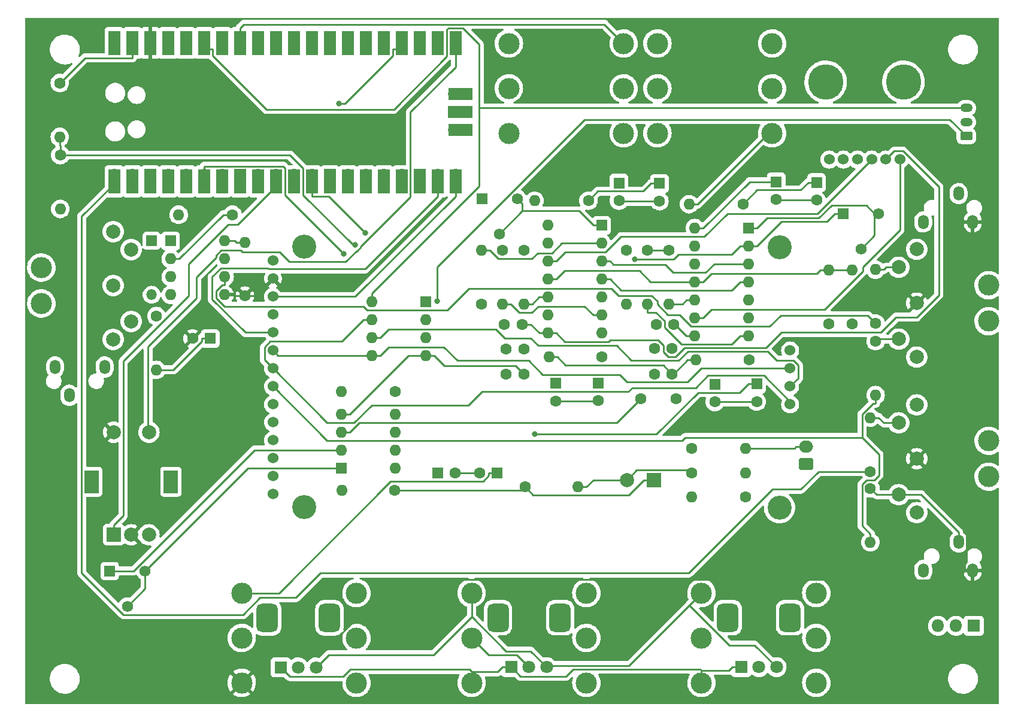
<source format=gtl>
G04 #@! TF.GenerationSoftware,KiCad,Pcbnew,6.0.11+dfsg-1~bpo11+1*
G04 #@! TF.CreationDate,2023-11-13T20:16:45+01:00*
G04 #@! TF.ProjectId,v1_1,76315f31-2e6b-4696-9361-645f70636258,rev?*
G04 #@! TF.SameCoordinates,Original*
G04 #@! TF.FileFunction,Copper,L1,Top*
G04 #@! TF.FilePolarity,Positive*
%FSLAX46Y46*%
G04 Gerber Fmt 4.6, Leading zero omitted, Abs format (unit mm)*
G04 Created by KiCad (PCBNEW 6.0.11+dfsg-1~bpo11+1) date 2023-11-13 20:16:45*
%MOMM*%
%LPD*%
G01*
G04 APERTURE LIST*
G04 Aperture macros list*
%AMRoundRect*
0 Rectangle with rounded corners*
0 $1 Rounding radius*
0 $2 $3 $4 $5 $6 $7 $8 $9 X,Y pos of 4 corners*
0 Add a 4 corners polygon primitive as box body*
4,1,4,$2,$3,$4,$5,$6,$7,$8,$9,$2,$3,0*
0 Add four circle primitives for the rounded corners*
1,1,$1+$1,$2,$3*
1,1,$1+$1,$4,$5*
1,1,$1+$1,$6,$7*
1,1,$1+$1,$8,$9*
0 Add four rect primitives between the rounded corners*
20,1,$1+$1,$2,$3,$4,$5,0*
20,1,$1+$1,$4,$5,$6,$7,0*
20,1,$1+$1,$6,$7,$8,$9,0*
20,1,$1+$1,$8,$9,$2,$3,0*%
G04 Aperture macros list end*
G04 #@! TA.AperFunction,ComponentPad*
%ADD10R,1.800000X1.800000*%
G04 #@! TD*
G04 #@! TA.AperFunction,ComponentPad*
%ADD11C,1.800000*%
G04 #@! TD*
G04 #@! TA.AperFunction,ComponentPad*
%ADD12RoundRect,0.750000X0.750000X-1.250000X0.750000X1.250000X-0.750000X1.250000X-0.750000X-1.250000X0*%
G04 #@! TD*
G04 #@! TA.AperFunction,ComponentPad*
%ADD13C,1.600000*%
G04 #@! TD*
G04 #@! TA.AperFunction,ComponentPad*
%ADD14O,1.600000X1.600000*%
G04 #@! TD*
G04 #@! TA.AperFunction,ComponentPad*
%ADD15RoundRect,0.250000X0.625000X-0.350000X0.625000X0.350000X-0.625000X0.350000X-0.625000X-0.350000X0*%
G04 #@! TD*
G04 #@! TA.AperFunction,ComponentPad*
%ADD16O,1.750000X1.200000*%
G04 #@! TD*
G04 #@! TA.AperFunction,ComponentPad*
%ADD17R,1.560000X1.560000*%
G04 #@! TD*
G04 #@! TA.AperFunction,ComponentPad*
%ADD18C,1.560000*%
G04 #@! TD*
G04 #@! TA.AperFunction,ComponentPad*
%ADD19R,1.500000X1.500000*%
G04 #@! TD*
G04 #@! TA.AperFunction,ComponentPad*
%ADD20O,1.500000X1.500000*%
G04 #@! TD*
G04 #@! TA.AperFunction,ComponentPad*
%ADD21O,1.800000X1.800000*%
G04 #@! TD*
G04 #@! TA.AperFunction,SMDPad,CuDef*
%ADD22R,1.700000X3.500000*%
G04 #@! TD*
G04 #@! TA.AperFunction,ComponentPad*
%ADD23O,1.700000X1.700000*%
G04 #@! TD*
G04 #@! TA.AperFunction,ComponentPad*
%ADD24R,1.700000X1.700000*%
G04 #@! TD*
G04 #@! TA.AperFunction,SMDPad,CuDef*
%ADD25R,3.500000X1.700000*%
G04 #@! TD*
G04 #@! TA.AperFunction,ComponentPad*
%ADD26C,1.524000*%
G04 #@! TD*
G04 #@! TA.AperFunction,ComponentPad*
%ADD27C,5.000000*%
G04 #@! TD*
G04 #@! TA.AperFunction,ComponentPad*
%ADD28R,1.600000X1.600000*%
G04 #@! TD*
G04 #@! TA.AperFunction,WasherPad*
%ADD29C,3.400000*%
G04 #@! TD*
G04 #@! TA.AperFunction,ComponentPad*
%ADD30R,2.000000X2.000000*%
G04 #@! TD*
G04 #@! TA.AperFunction,ComponentPad*
%ADD31C,2.000000*%
G04 #@! TD*
G04 #@! TA.AperFunction,ComponentPad*
%ADD32R,2.000000X3.200000*%
G04 #@! TD*
G04 #@! TA.AperFunction,ComponentPad*
%ADD33O,1.500000X2.000000*%
G04 #@! TD*
G04 #@! TA.AperFunction,ComponentPad*
%ADD34C,3.000000*%
G04 #@! TD*
G04 #@! TA.AperFunction,ComponentPad*
%ADD35RoundRect,0.250000X0.750000X-0.600000X0.750000X0.600000X-0.750000X0.600000X-0.750000X-0.600000X0*%
G04 #@! TD*
G04 #@! TA.AperFunction,ComponentPad*
%ADD36O,2.000000X1.700000*%
G04 #@! TD*
G04 #@! TA.AperFunction,ViaPad*
%ADD37C,0.800000*%
G04 #@! TD*
G04 #@! TA.AperFunction,Conductor*
%ADD38C,0.250000*%
G04 #@! TD*
G04 APERTURE END LIST*
D10*
X164740000Y-132975000D03*
D11*
X167240000Y-132975000D03*
X169740000Y-132975000D03*
D12*
X171640000Y-125975000D03*
X162840000Y-125975000D03*
D13*
X127070000Y-80450000D03*
D14*
X127070000Y-72950000D03*
D15*
X229066000Y-57880000D03*
D16*
X229066000Y-55880000D03*
X229066000Y-53880000D03*
D13*
X100965000Y-60553600D03*
D14*
X100965000Y-68173600D03*
D17*
X160568000Y-66695600D03*
D18*
X163068000Y-71695600D03*
X165568000Y-66695600D03*
D17*
X107950000Y-119380000D03*
D18*
X110450000Y-124380000D03*
X112950000Y-119380000D03*
D17*
X211647400Y-68829200D03*
D18*
X214147400Y-73829200D03*
X216647400Y-68829200D03*
D19*
X113870000Y-72685000D03*
D20*
X113870000Y-80305000D03*
D21*
X225044000Y-127133000D03*
X227584000Y-127133000D03*
D10*
X230124000Y-127133000D03*
D13*
X114554000Y-83312000D03*
D14*
X114554000Y-90932000D03*
D10*
X197235000Y-132975000D03*
D11*
X199735000Y-132975000D03*
X202235000Y-132975000D03*
D12*
X204135000Y-125975000D03*
X195335000Y-125975000D03*
D22*
X108594000Y-64273000D03*
D23*
X108594000Y-63373000D03*
D22*
X111134000Y-64273000D03*
D23*
X111134000Y-63373000D03*
D24*
X113674000Y-63373000D03*
D22*
X113674000Y-64273000D03*
X116214000Y-64273000D03*
D23*
X116214000Y-63373000D03*
X118754000Y-63373000D03*
D22*
X118754000Y-64273000D03*
D23*
X121294000Y-63373000D03*
D22*
X121294000Y-64273000D03*
X123834000Y-64273000D03*
D23*
X123834000Y-63373000D03*
D22*
X126374000Y-64273000D03*
D24*
X126374000Y-63373000D03*
D23*
X128914000Y-63373000D03*
D22*
X128914000Y-64273000D03*
X131454000Y-64273000D03*
D23*
X131454000Y-63373000D03*
D22*
X133994000Y-64273000D03*
D23*
X133994000Y-63373000D03*
X136534000Y-63373000D03*
D22*
X136534000Y-64273000D03*
X139074000Y-64273000D03*
D24*
X139074000Y-63373000D03*
D22*
X141614000Y-64273000D03*
D23*
X141614000Y-63373000D03*
D22*
X144154000Y-64273000D03*
D23*
X144154000Y-63373000D03*
X146694000Y-63373000D03*
D22*
X146694000Y-64273000D03*
D23*
X149234000Y-63373000D03*
D22*
X149234000Y-64273000D03*
D24*
X151774000Y-63373000D03*
D22*
X151774000Y-64273000D03*
D23*
X154314000Y-63373000D03*
D22*
X154314000Y-64273000D03*
D23*
X156854000Y-63373000D03*
D22*
X156854000Y-64273000D03*
X156854000Y-44693000D03*
D23*
X156854000Y-45593000D03*
X154314000Y-45593000D03*
D22*
X154314000Y-44693000D03*
D24*
X151774000Y-45593000D03*
D22*
X151774000Y-44693000D03*
X149234000Y-44693000D03*
D23*
X149234000Y-45593000D03*
D22*
X146694000Y-44693000D03*
D23*
X146694000Y-45593000D03*
X144154000Y-45593000D03*
D22*
X144154000Y-44693000D03*
D23*
X141614000Y-45593000D03*
D22*
X141614000Y-44693000D03*
D24*
X139074000Y-45593000D03*
D22*
X139074000Y-44693000D03*
X136534000Y-44693000D03*
D23*
X136534000Y-45593000D03*
D22*
X133994000Y-44693000D03*
D23*
X133994000Y-45593000D03*
D22*
X131454000Y-44693000D03*
D23*
X131454000Y-45593000D03*
D22*
X128914000Y-44693000D03*
D23*
X128914000Y-45593000D03*
D24*
X126374000Y-45593000D03*
D22*
X126374000Y-44693000D03*
X123834000Y-44693000D03*
D23*
X123834000Y-45593000D03*
D22*
X121294000Y-44693000D03*
D23*
X121294000Y-45593000D03*
D22*
X118754000Y-44693000D03*
D23*
X118754000Y-45593000D03*
X116214000Y-45593000D03*
D22*
X116214000Y-44693000D03*
X113674000Y-44693000D03*
D24*
X113674000Y-45593000D03*
D23*
X111134000Y-45593000D03*
D22*
X111134000Y-44693000D03*
D23*
X108594000Y-45593000D03*
D22*
X108594000Y-44693000D03*
D25*
X157524000Y-57023000D03*
D23*
X156624000Y-57023000D03*
D24*
X156624000Y-54483000D03*
D25*
X157524000Y-54483000D03*
D23*
X156624000Y-51943000D03*
D25*
X157524000Y-51943000D03*
D26*
X211680800Y-61188600D03*
X209680800Y-61188600D03*
X219680800Y-61188600D03*
X213680800Y-61188600D03*
X215680800Y-61188600D03*
X217680800Y-61188600D03*
D27*
X220180800Y-50188600D03*
X209180800Y-50188600D03*
D13*
X100888800Y-50368200D03*
D14*
X100888800Y-57988200D03*
D28*
X116570000Y-72700000D03*
D14*
X116570000Y-75240000D03*
X116570000Y-77780000D03*
X116570000Y-80320000D03*
X124190000Y-80320000D03*
X124190000Y-77780000D03*
X124190000Y-75240000D03*
X124190000Y-72700000D03*
D29*
X202650000Y-110410000D03*
X135430000Y-73510000D03*
X202650000Y-73610000D03*
X135430000Y-110310000D03*
D26*
X131020000Y-75490000D03*
X131020000Y-78030000D03*
X131020000Y-80570000D03*
X131020000Y-83110000D03*
X131020000Y-85650000D03*
X131020000Y-88190000D03*
X131020000Y-90730000D03*
X131020000Y-93270000D03*
X131020000Y-95810000D03*
X131020000Y-98350000D03*
X131020000Y-100890000D03*
X131020000Y-103430000D03*
X131020000Y-105970000D03*
X131020000Y-108510000D03*
X204150000Y-88190000D03*
X204150000Y-90730000D03*
X204150000Y-93270000D03*
X204150000Y-95810000D03*
D10*
X132120000Y-133000000D03*
D11*
X134620000Y-133000000D03*
X137120000Y-133000000D03*
D12*
X139020000Y-126000000D03*
X130220000Y-126000000D03*
D30*
X108500000Y-114250000D03*
D31*
X113500000Y-114250000D03*
X111000000Y-114250000D03*
D32*
X116600000Y-106750000D03*
X105400000Y-106750000D03*
D31*
X113500000Y-99750000D03*
X108500000Y-99750000D03*
D28*
X152644000Y-81280000D03*
D14*
X152644000Y-83820000D03*
X152644000Y-86360000D03*
X152644000Y-88900000D03*
X145024000Y-88900000D03*
X145024000Y-86360000D03*
X145024000Y-83820000D03*
X145024000Y-81280000D03*
D13*
X177550000Y-89125000D03*
D14*
X170050000Y-89125000D03*
D28*
X177500000Y-70500000D03*
D14*
X177500000Y-73040000D03*
X177500000Y-75580000D03*
X177500000Y-78120000D03*
X177500000Y-80660000D03*
X177500000Y-83200000D03*
X177500000Y-85740000D03*
X169880000Y-85740000D03*
X169880000Y-83200000D03*
X169880000Y-80660000D03*
X169880000Y-78120000D03*
X169880000Y-75580000D03*
X169880000Y-73040000D03*
X169880000Y-70500000D03*
D33*
X227968000Y-66002500D03*
X229968000Y-70002500D03*
X222968000Y-70002500D03*
D14*
X174149800Y-107500000D03*
D13*
X166649800Y-107500000D03*
D28*
X162730400Y-105500000D03*
D13*
X160230400Y-105500000D03*
D28*
X179954000Y-64500000D03*
D13*
X179954000Y-67000000D03*
X164000000Y-88000000D03*
X166500000Y-88000000D03*
X166250000Y-84500000D03*
X163750000Y-84500000D03*
D28*
X199430000Y-92923800D03*
D13*
X199430000Y-95423800D03*
D34*
X180615000Y-51125000D03*
X164385000Y-51125000D03*
X180615000Y-44775000D03*
X164385000Y-44775000D03*
X180615000Y-57475000D03*
X164385000Y-57475000D03*
D33*
X227968000Y-115278500D03*
X229968000Y-119278500D03*
X222968000Y-119278500D03*
D13*
X166500000Y-91500000D03*
X164000000Y-91500000D03*
D34*
X126620000Y-128850000D03*
X142850000Y-128850000D03*
X126620000Y-135200000D03*
X142850000Y-135200000D03*
X126620000Y-122500000D03*
X142850000Y-122500000D03*
D13*
X190190000Y-105500000D03*
D14*
X197810000Y-105500000D03*
D35*
X206375000Y-104267000D03*
D36*
X206375000Y-101767000D03*
D13*
X184000000Y-74000000D03*
D14*
X184000000Y-81620000D03*
D13*
X125310000Y-69000000D03*
D14*
X117690000Y-69000000D03*
D13*
X216230200Y-84368000D03*
D14*
X216230200Y-76748000D03*
D28*
X202184000Y-64329700D03*
D13*
X202184000Y-66829700D03*
X215500000Y-107690000D03*
D14*
X215500000Y-115310000D03*
D13*
X160500000Y-81620000D03*
D14*
X160500000Y-74000000D03*
D34*
X201615000Y-51125000D03*
X185385000Y-51125000D03*
X201615000Y-44775000D03*
X185385000Y-44775000D03*
X201615000Y-57475000D03*
X185385000Y-57475000D03*
D28*
X140700000Y-104800000D03*
D14*
X140700000Y-102260000D03*
X140700000Y-99720000D03*
X140700000Y-97180000D03*
X148320000Y-97180000D03*
X148320000Y-99720000D03*
X148320000Y-102260000D03*
X148320000Y-104800000D03*
D13*
X197810000Y-108910000D03*
D14*
X190190000Y-108910000D03*
D13*
X163500000Y-74000000D03*
D14*
X163500000Y-81620000D03*
D13*
X187450000Y-91500000D03*
X184950000Y-91500000D03*
D30*
X184870700Y-106500000D03*
D31*
X181070700Y-106500000D03*
D13*
X148250000Y-108000000D03*
D14*
X140750000Y-108000000D03*
D28*
X122161400Y-86500000D03*
D13*
X119661400Y-86500000D03*
D28*
X177000000Y-92794900D03*
D13*
X177000000Y-95294900D03*
D28*
X198300000Y-70875000D03*
D14*
X198300000Y-73415000D03*
X198300000Y-75955000D03*
X198300000Y-78495000D03*
X198300000Y-81035000D03*
X198300000Y-83575000D03*
X198300000Y-86115000D03*
X190680000Y-86115000D03*
X190680000Y-83575000D03*
X190680000Y-81035000D03*
X190680000Y-78495000D03*
X190680000Y-75955000D03*
X190680000Y-73415000D03*
X190680000Y-70875000D03*
D28*
X207889000Y-64444000D03*
D13*
X207889000Y-66944000D03*
X215500000Y-105310000D03*
D14*
X215500000Y-97690000D03*
D28*
X193500000Y-92974400D03*
D13*
X193500000Y-95474400D03*
X197485000Y-67500000D03*
D14*
X189865000Y-67500000D03*
D13*
X184950000Y-87920000D03*
X187450000Y-87920000D03*
X166500000Y-74000000D03*
D14*
X166500000Y-81620000D03*
D13*
X216230200Y-86868000D03*
D14*
X216230200Y-94488000D03*
D13*
X148310000Y-94000000D03*
D14*
X140690000Y-94000000D03*
D28*
X171000000Y-92810700D03*
D13*
X171000000Y-95310700D03*
X188000000Y-95000000D03*
X183000000Y-95000000D03*
X187000000Y-74000000D03*
D14*
X187000000Y-81620000D03*
D31*
X108445000Y-71380000D03*
X108445000Y-79000000D03*
X108445000Y-86620000D03*
X110985000Y-73920000D03*
X110985000Y-84080000D03*
D34*
X98285000Y-76460000D03*
X98285000Y-81540000D03*
D13*
X212928200Y-84429600D03*
D14*
X212928200Y-76809600D03*
D13*
X209618200Y-84429600D03*
D14*
X209618200Y-76809600D03*
D28*
X154294900Y-105500000D03*
D13*
X156794900Y-105500000D03*
D28*
X185674000Y-64575300D03*
D13*
X185674000Y-67075300D03*
D33*
X102232000Y-94525500D03*
X100232000Y-90525500D03*
X107232000Y-90525500D03*
D13*
X187700000Y-84500000D03*
X185200000Y-84500000D03*
D31*
X222055000Y-89120000D03*
X222055000Y-81500000D03*
X222055000Y-73880000D03*
X219515000Y-86580000D03*
X219515000Y-76420000D03*
D34*
X232215000Y-78960000D03*
X232215000Y-84040000D03*
X191620000Y-128850000D03*
X207850000Y-128850000D03*
X191620000Y-135200000D03*
X207850000Y-135200000D03*
X191620000Y-122500000D03*
X207850000Y-122500000D03*
D13*
X190190000Y-102000000D03*
D14*
X197810000Y-102000000D03*
D34*
X159120000Y-128850000D03*
X175350000Y-128850000D03*
X159120000Y-135200000D03*
X175350000Y-135200000D03*
X159120000Y-122500000D03*
X175350000Y-122500000D03*
D13*
X181000000Y-74000000D03*
D14*
X181000000Y-81620000D03*
D31*
X222055000Y-111120000D03*
X222055000Y-103500000D03*
X222055000Y-95880000D03*
X219515000Y-108580000D03*
X219515000Y-98420000D03*
D34*
X232215000Y-106040000D03*
X232215000Y-100960000D03*
D13*
X198350000Y-89500000D03*
D14*
X190850000Y-89500000D03*
D13*
X175641000Y-67000000D03*
D14*
X168021000Y-67000000D03*
D37*
X140318000Y-53302100D03*
X142624400Y-73288500D03*
X144111700Y-71572400D03*
X141068800Y-74492400D03*
X154251000Y-81254000D03*
X182173500Y-75302700D03*
X168066200Y-100018700D03*
D38*
X108500000Y-114250000D02*
X108500000Y-112874700D01*
X108500000Y-112874700D02*
X109875300Y-111499400D01*
X109875300Y-111499400D02*
X109875300Y-89711400D01*
X109875300Y-89711400D02*
X119134300Y-80452400D01*
X119134300Y-80452400D02*
X119134300Y-75937700D01*
X119134300Y-75937700D02*
X124728200Y-70343800D01*
X124728200Y-70343800D02*
X126028100Y-70343800D01*
X126028100Y-70343800D02*
X131454000Y-64917900D01*
X131454000Y-64917900D02*
X131454000Y-63373000D01*
X133358200Y-75653000D02*
X141281500Y-75653000D01*
X132010800Y-74305600D02*
X133358200Y-75653000D01*
X142945600Y-74063800D02*
X143399700Y-73609700D01*
X126723300Y-74305600D02*
X132010800Y-74305600D01*
X150459400Y-54489800D02*
X156854000Y-48095200D01*
X126465400Y-74047700D02*
X126723300Y-74305600D01*
X123720599Y-74047700D02*
X126465400Y-74047700D01*
X123015000Y-74753299D02*
X123720599Y-74047700D01*
X123015000Y-75053000D02*
X123015000Y-74753299D01*
X120229100Y-77838900D02*
X123015000Y-75053000D01*
X150459400Y-66475100D02*
X150459400Y-54489800D01*
X120229100Y-80772900D02*
X120229100Y-77838900D01*
X113362200Y-87639800D02*
X120229100Y-80772900D01*
X141281500Y-75653000D02*
X142870700Y-74063800D01*
X113362200Y-99612200D02*
X113362200Y-87639800D01*
X113500000Y-99750000D02*
X113362200Y-99612200D01*
X142870700Y-74063800D02*
X142945600Y-74063800D01*
X143399700Y-73609700D02*
X143399700Y-73534800D01*
X143399700Y-73534800D02*
X150459400Y-66475100D01*
X156854000Y-48095200D02*
X156854000Y-45593000D01*
X216230200Y-94488000D02*
X216230200Y-95663300D01*
X215500000Y-115310000D02*
X215500000Y-114134700D01*
X214317300Y-97208900D02*
X214317300Y-100513900D01*
X215862900Y-95663300D02*
X214317300Y-97208900D01*
X216230200Y-95663300D02*
X215862900Y-95663300D01*
X216709100Y-102905700D02*
X214317300Y-100513900D01*
X216709100Y-105815300D02*
X216709100Y-102905700D01*
X216024400Y-106500000D02*
X216709100Y-105815300D01*
X214963000Y-106500000D02*
X216024400Y-106500000D01*
X214321400Y-107141600D02*
X214963000Y-106500000D01*
X214321400Y-112956100D02*
X214321400Y-107141600D01*
X215500000Y-114134700D02*
X214321400Y-112956100D01*
X138664800Y-100914800D02*
X131020000Y-93270000D01*
X188893900Y-100914800D02*
X138664800Y-100914800D01*
X189294800Y-100513900D02*
X188893900Y-100914800D01*
X214317300Y-100513900D02*
X189294800Y-100513900D01*
X148008700Y-46516600D02*
X148008700Y-45593000D01*
X141223200Y-53302100D02*
X148008700Y-46516600D01*
X140318000Y-53302100D02*
X141223200Y-53302100D01*
X149234000Y-45593000D02*
X148008700Y-45593000D01*
X100888800Y-57988200D02*
X100888800Y-59163500D01*
X100965000Y-59239700D02*
X100888800Y-59163500D01*
X100965000Y-60553600D02*
X100965000Y-59239700D01*
X133425800Y-60553600D02*
X100965000Y-60553600D01*
X135308600Y-62436400D02*
X133425800Y-60553600D01*
X135308600Y-66238300D02*
X135308600Y-62436400D01*
X142358800Y-73288500D02*
X135308600Y-66238300D01*
X142624400Y-73288500D02*
X142358800Y-73288500D01*
X142682300Y-80570000D02*
X156854000Y-66398300D01*
X131020000Y-80570000D02*
X142682300Y-80570000D01*
X156854000Y-63373000D02*
X156854000Y-66398300D01*
X144048000Y-76664300D02*
X154314000Y-66398300D01*
X130420100Y-76664300D02*
X144048000Y-76664300D01*
X130324500Y-76568700D02*
X130420100Y-76664300D01*
X123655900Y-76568700D02*
X130324500Y-76568700D01*
X122443300Y-77781300D02*
X123655900Y-76568700D01*
X122443300Y-80965600D02*
X122443300Y-77781300D01*
X127127700Y-85650000D02*
X122443300Y-80965600D01*
X131020000Y-85650000D02*
X127127700Y-85650000D01*
X154314000Y-63373000D02*
X154314000Y-66398300D01*
X136534000Y-63373000D02*
X136534000Y-66398300D01*
X138937600Y-66398300D02*
X144111700Y-71572400D01*
X136534000Y-66398300D02*
X138937600Y-66398300D01*
X145024000Y-86360000D02*
X146199300Y-86360000D01*
X205314600Y-92105400D02*
X204150000Y-93270000D01*
X205314600Y-90286200D02*
X205314600Y-92105400D01*
X204621000Y-89592600D02*
X205314600Y-90286200D01*
X202268300Y-89592600D02*
X204621000Y-89592600D01*
X200992900Y-88317200D02*
X202268300Y-89592600D01*
X189682800Y-88317200D02*
X200992900Y-88317200D01*
X188404400Y-89595600D02*
X189682800Y-88317200D01*
X181693200Y-89595600D02*
X188404400Y-89595600D01*
X179615100Y-87517500D02*
X181693200Y-89595600D01*
X168559800Y-87517500D02*
X179615100Y-87517500D01*
X167469300Y-86427000D02*
X168559800Y-87517500D01*
X163817000Y-86427000D02*
X167469300Y-86427000D01*
X162556000Y-85166000D02*
X163817000Y-86427000D01*
X147393300Y-85166000D02*
X162556000Y-85166000D01*
X146199300Y-86360000D02*
X147393300Y-85166000D01*
X132515900Y-62147700D02*
X121294000Y-62147700D01*
X132768600Y-62400400D02*
X132515900Y-62147700D01*
X132768600Y-66192200D02*
X132768600Y-62400400D01*
X141068800Y-74492400D02*
X132768600Y-66192200D01*
X121294000Y-63373000D02*
X121294000Y-62147700D01*
X131730000Y-88900000D02*
X131020000Y-88190000D01*
X145024000Y-88900000D02*
X131730000Y-88900000D01*
X147393300Y-87706000D02*
X146199300Y-88900000D01*
X155168300Y-87706000D02*
X147393300Y-87706000D01*
X157092400Y-89630100D02*
X155168300Y-87706000D01*
X167188300Y-89630100D02*
X157092400Y-89630100D01*
X169177800Y-91619600D02*
X167188300Y-89630100D01*
X180041900Y-91619600D02*
X169177800Y-91619600D01*
X181103000Y-92680700D02*
X180041900Y-91619600D01*
X189665900Y-92680700D02*
X181103000Y-92680700D01*
X191616600Y-90730000D02*
X189665900Y-92680700D01*
X204150000Y-90730000D02*
X191616600Y-90730000D01*
X145024000Y-88900000D02*
X146199300Y-88900000D01*
X145024000Y-83820000D02*
X143848700Y-83820000D01*
X129838800Y-89548800D02*
X131020000Y-90730000D01*
X129838800Y-87739400D02*
X129838800Y-89548800D01*
X130658200Y-86920000D02*
X129838800Y-87739400D01*
X140748700Y-86920000D02*
X130658200Y-86920000D01*
X143848700Y-83820000D02*
X140748700Y-86920000D01*
X138668400Y-98378400D02*
X131020000Y-90730000D01*
X142509200Y-98378400D02*
X138668400Y-98378400D01*
X144981000Y-95906600D02*
X142509200Y-98378400D01*
X158653200Y-95906600D02*
X144981000Y-95906600D01*
X160573700Y-93986100D02*
X158653200Y-95906600D01*
X181289900Y-93986100D02*
X160573700Y-93986100D01*
X181824600Y-93451400D02*
X181289900Y-93986100D01*
X190836600Y-93451400D02*
X181824600Y-93451400D01*
X192539600Y-91748400D02*
X190836600Y-93451400D01*
X200474400Y-91748400D02*
X192539600Y-91748400D01*
X204150000Y-95424000D02*
X200474400Y-91748400D01*
X204150000Y-95810000D02*
X204150000Y-95424000D01*
X226729800Y-55543800D02*
X229066000Y-57880000D01*
X175054600Y-55543800D02*
X226729800Y-55543800D01*
X154251000Y-76347400D02*
X175054600Y-55543800D01*
X154251000Y-81254000D02*
X154251000Y-76347400D01*
X198300000Y-70875000D02*
X199475300Y-70875000D01*
X216069700Y-68829200D02*
X216647400Y-68829200D01*
X214914300Y-67673800D02*
X216069700Y-68829200D01*
X210020700Y-67673800D02*
X214914300Y-67673800D01*
X208210400Y-69484100D02*
X210020700Y-67673800D01*
X200866200Y-69484100D02*
X208210400Y-69484100D01*
X199475300Y-70875000D02*
X200866200Y-69484100D01*
X216069700Y-71906900D02*
X214147400Y-73829200D01*
X216069700Y-68829200D02*
X216069700Y-71906900D01*
X177500000Y-70500000D02*
X176324700Y-70500000D01*
X166300900Y-67428500D02*
X165568000Y-66695600D01*
X166300900Y-68462700D02*
X166300900Y-67428500D01*
X174287400Y-68462700D02*
X166300900Y-68462700D01*
X176324700Y-70500000D02*
X174287400Y-68462700D01*
X166300900Y-68462700D02*
X163068000Y-71695600D01*
X123824700Y-78955300D02*
X124190000Y-78955300D01*
X122991400Y-79788600D02*
X123824700Y-78955300D01*
X122991400Y-80787800D02*
X122991400Y-79788600D01*
X124153400Y-81949800D02*
X122991400Y-80787800D01*
X143825800Y-81949800D02*
X124153400Y-81949800D01*
X144352600Y-82476600D02*
X143825800Y-81949800D01*
X155700600Y-82476600D02*
X144352600Y-82476600D01*
X158720700Y-79456500D02*
X155700600Y-82476600D01*
X178881800Y-79456500D02*
X158720700Y-79456500D01*
X179869900Y-80444600D02*
X178881800Y-79456500D01*
X184568900Y-80444600D02*
X179869900Y-80444600D01*
X185368100Y-81243800D02*
X184568900Y-80444600D01*
X185368100Y-81667200D02*
X185368100Y-81243800D01*
X186876100Y-83175200D02*
X185368100Y-81667200D01*
X188542600Y-83175200D02*
X186876100Y-83175200D01*
X190161700Y-84794300D02*
X188542600Y-83175200D01*
X201266900Y-84794300D02*
X190161700Y-84794300D01*
X202811300Y-83249900D02*
X201266900Y-84794300D01*
X215112100Y-83249900D02*
X202811300Y-83249900D01*
X216230200Y-84368000D02*
X215112100Y-83249900D01*
X124190000Y-77780000D02*
X124190000Y-78955300D01*
X103984300Y-69208000D02*
X108594000Y-64598300D01*
X103984300Y-119613100D02*
X103984300Y-69208000D01*
X109908900Y-125537700D02*
X103984300Y-119613100D01*
X126813900Y-125537700D02*
X109908900Y-125537700D01*
X129217600Y-123134000D02*
X126813900Y-125537700D01*
X134269200Y-123134000D02*
X129217600Y-123134000D01*
X137729000Y-119674200D02*
X134269200Y-123134000D01*
X189801600Y-119674200D02*
X137729000Y-119674200D01*
X201668100Y-107807700D02*
X189801600Y-119674200D01*
X205672200Y-107807700D02*
X201668100Y-107807700D01*
X208169900Y-105310000D02*
X205672200Y-107807700D01*
X215500000Y-105310000D02*
X208169900Y-105310000D01*
X108594000Y-63373000D02*
X108594000Y-64598300D01*
X172325300Y-74310000D02*
X171055300Y-75580000D01*
X178035600Y-74310000D02*
X172325300Y-74310000D01*
X180267100Y-72078500D02*
X178035600Y-74310000D01*
X192045900Y-72078500D02*
X180267100Y-72078500D01*
X195285800Y-68838600D02*
X192045900Y-72078500D01*
X208030800Y-68838600D02*
X195285800Y-68838600D01*
X215680800Y-61188600D02*
X208030800Y-68838600D01*
X169880000Y-75580000D02*
X171055300Y-75580000D01*
X175105400Y-81980700D02*
X176324700Y-83200000D01*
X168514000Y-81980700D02*
X175105400Y-81980700D01*
X167663600Y-82831100D02*
X168514000Y-81980700D01*
X165886400Y-82831100D02*
X167663600Y-82831100D01*
X164675300Y-81620000D02*
X165886400Y-82831100D01*
X163500000Y-81620000D02*
X164675300Y-81620000D01*
X177500000Y-83200000D02*
X176324700Y-83200000D01*
X185175300Y-82795300D02*
X184000000Y-82795300D01*
X186390700Y-84010700D02*
X185175300Y-82795300D01*
X186390700Y-84945100D02*
X186390700Y-84010700D01*
X188762200Y-87316600D02*
X186390700Y-84945100D01*
X195923100Y-87316600D02*
X188762200Y-87316600D01*
X197124700Y-86115000D02*
X195923100Y-87316600D01*
X184000000Y-81620000D02*
X184000000Y-82795300D01*
X198300000Y-86115000D02*
X197124700Y-86115000D01*
X171825000Y-73040000D02*
X177500000Y-73040000D01*
X170460400Y-74404600D02*
X171825000Y-73040000D01*
X168426900Y-74404600D02*
X170460400Y-74404600D01*
X167651300Y-75180200D02*
X168426900Y-74404600D01*
X162855500Y-75180200D02*
X167651300Y-75180200D01*
X161675300Y-74000000D02*
X162855500Y-75180200D01*
X160500000Y-74000000D02*
X161675300Y-74000000D01*
X209336800Y-69984500D02*
X210492100Y-68829200D01*
X202905800Y-69984500D02*
X209336800Y-69984500D01*
X199475300Y-73415000D02*
X202905800Y-69984500D01*
X198300000Y-73415000D02*
X199475300Y-73415000D01*
X211647400Y-68829200D02*
X210492100Y-68829200D01*
X198300000Y-73415000D02*
X197124700Y-73415000D01*
X187652200Y-75302700D02*
X182173500Y-75302700D01*
X188330500Y-74624400D02*
X187652200Y-75302700D01*
X195915300Y-74624400D02*
X188330500Y-74624400D01*
X197124700Y-73415000D02*
X195915300Y-74624400D01*
X204766700Y-102000000D02*
X204999700Y-101767000D01*
X197810000Y-102000000D02*
X204766700Y-102000000D01*
X206375000Y-101767000D02*
X204999700Y-101767000D01*
X104438700Y-46818300D02*
X100888800Y-50368200D01*
X111134000Y-46818300D02*
X104438700Y-46818300D01*
X111134000Y-45593000D02*
X111134000Y-46818300D01*
X165490800Y-131225800D02*
X167240000Y-132975000D01*
X161495800Y-131225800D02*
X165490800Y-131225800D01*
X159120000Y-128850000D02*
X161495800Y-131225800D01*
X199134100Y-129874100D02*
X202235000Y-132975000D01*
X195581200Y-129874100D02*
X199134100Y-129874100D01*
X189913600Y-124206400D02*
X195581200Y-129874100D01*
X191620000Y-122500000D02*
X189913600Y-124206400D01*
X169947400Y-132767600D02*
X169740000Y-132975000D01*
X181352400Y-132767600D02*
X169947400Y-132767600D01*
X189913600Y-124206400D02*
X181352400Y-132767600D01*
X121294000Y-45593000D02*
X122519300Y-45593000D01*
X145024000Y-81280000D02*
X145024000Y-80104700D01*
X229066000Y-53880000D02*
X227815700Y-53880000D01*
X160180900Y-53880000D02*
X227815700Y-53880000D01*
X160180900Y-64947800D02*
X160180900Y-53880000D01*
X145024000Y-80104700D02*
X160180900Y-64947800D01*
X160180900Y-44889200D02*
X160180900Y-53880000D01*
X157859400Y-42567700D02*
X160180900Y-44889200D01*
X155848600Y-42567700D02*
X157859400Y-42567700D01*
X155628700Y-42787600D02*
X155848600Y-42567700D01*
X155628700Y-46568700D02*
X155628700Y-42787600D01*
X148120000Y-54077400D02*
X155628700Y-46568700D01*
X130087100Y-54077400D02*
X148120000Y-54077400D01*
X122519300Y-46509600D02*
X130087100Y-54077400D01*
X122519300Y-45593000D02*
X122519300Y-46509600D01*
X138894200Y-131225800D02*
X137120000Y-133000000D01*
X153741000Y-131225800D02*
X138894200Y-131225800D01*
X159120000Y-125846800D02*
X153741000Y-131225800D01*
X159120000Y-122500000D02*
X159120000Y-125846800D01*
X167490400Y-130725400D02*
X169740000Y-132975000D01*
X163998600Y-130725400D02*
X167490400Y-130725400D01*
X159120000Y-125846800D02*
X163998600Y-130725400D01*
X201065300Y-57475000D02*
X201615000Y-57475000D01*
X191040300Y-67500000D02*
X201065300Y-57475000D01*
X189865000Y-67500000D02*
X191040300Y-67500000D01*
X217733500Y-76420000D02*
X217405500Y-76748000D01*
X219515000Y-76420000D02*
X217733500Y-76420000D01*
X216230200Y-76748000D02*
X217405500Y-76748000D01*
X216518200Y-86580000D02*
X216230200Y-86868000D01*
X219515000Y-86580000D02*
X216518200Y-86580000D01*
X217405300Y-98420000D02*
X216675300Y-97690000D01*
X219515000Y-98420000D02*
X217405300Y-98420000D01*
X215500000Y-97690000D02*
X216675300Y-97690000D01*
X216390000Y-108580000D02*
X219515000Y-108580000D01*
X215500000Y-107690000D02*
X216390000Y-108580000D01*
X222644800Y-108580000D02*
X227968000Y-113903200D01*
X219515000Y-108580000D02*
X222644800Y-108580000D01*
X227968000Y-115278500D02*
X227968000Y-113903200D01*
X123985300Y-69000000D02*
X117745300Y-75240000D01*
X125310000Y-69000000D02*
X123985300Y-69000000D01*
X116570000Y-75240000D02*
X117745300Y-75240000D01*
X128600000Y-80450000D02*
X131020000Y-78030000D01*
X127070000Y-80450000D02*
X128600000Y-80450000D01*
X131094600Y-130725400D02*
X126620000Y-135200000D01*
X138218800Y-130725400D02*
X131094600Y-130725400D01*
X148319600Y-120624600D02*
X138218800Y-130725400D01*
X209574500Y-120624600D02*
X148319600Y-120624600D01*
X209622700Y-120672800D02*
X209574500Y-120624600D01*
X227448400Y-120672800D02*
X209622700Y-120672800D01*
X228842700Y-119278500D02*
X227448400Y-120672800D01*
X229968000Y-119278500D02*
X228842700Y-119278500D01*
X228842700Y-118418300D02*
X228842700Y-119278500D01*
X229108300Y-118152700D02*
X228842700Y-118418300D01*
X229108300Y-110553300D02*
X229108300Y-118152700D01*
X222055000Y-103500000D02*
X229108300Y-110553300D01*
X125495300Y-80450000D02*
X127070000Y-80450000D01*
X125365300Y-80320000D02*
X125495300Y-80450000D01*
X124190000Y-80320000D02*
X125365300Y-80320000D01*
X116921400Y-90932000D02*
X114554000Y-90932000D01*
X120986100Y-86867300D02*
X116921400Y-90932000D01*
X120986100Y-86500000D02*
X120986100Y-86867300D01*
X122161400Y-86500000D02*
X120986100Y-86500000D01*
X125644700Y-72700000D02*
X125894700Y-72950000D01*
X124190000Y-72700000D02*
X125644700Y-72700000D01*
X127070000Y-72950000D02*
X125894700Y-72950000D01*
X183398600Y-65675400D02*
X184498700Y-64575300D01*
X176965600Y-65675400D02*
X183398600Y-65675400D01*
X175641000Y-67000000D02*
X176965600Y-65675400D01*
X185674000Y-64575300D02*
X184498700Y-64575300D01*
X156794900Y-105500000D02*
X160230400Y-105500000D01*
X161555100Y-105867400D02*
X161555100Y-105500000D01*
X160747200Y-106675300D02*
X161555100Y-105867400D01*
X147683000Y-106675300D02*
X160747200Y-106675300D01*
X131858300Y-122500000D02*
X147683000Y-106675300D01*
X126620000Y-122500000D02*
X131858300Y-122500000D01*
X162730400Y-105500000D02*
X161555100Y-105500000D01*
X180029300Y-67075300D02*
X179954000Y-67000000D01*
X185674000Y-67075300D02*
X180029300Y-67075300D01*
X205652600Y-65505100D02*
X206713700Y-64444000D01*
X199479900Y-65505100D02*
X205652600Y-65505100D01*
X197485000Y-67500000D02*
X199479900Y-65505100D01*
X207889000Y-64444000D02*
X206713700Y-64444000D01*
X202298300Y-66944000D02*
X202184000Y-66829700D01*
X207889000Y-66944000D02*
X202298300Y-66944000D01*
X198400600Y-64329700D02*
X202184000Y-64329700D01*
X191855300Y-70875000D02*
X198400600Y-64329700D01*
X190680000Y-70875000D02*
X191855300Y-70875000D01*
X169880000Y-85740000D02*
X171055300Y-85740000D01*
X167464700Y-84500000D02*
X168704700Y-85740000D01*
X166250000Y-84500000D02*
X167464700Y-84500000D01*
X169880000Y-85740000D02*
X168704700Y-85740000D01*
X218867500Y-60001900D02*
X217680800Y-61188600D01*
X220120600Y-60001900D02*
X218867500Y-60001900D01*
X225172600Y-65053900D02*
X220120600Y-60001900D01*
X225172600Y-80327400D02*
X225172600Y-65053900D01*
X222023400Y-83476600D02*
X225172600Y-80327400D01*
X219133600Y-83476600D02*
X222023400Y-83476600D01*
X216992200Y-85618000D02*
X219133600Y-83476600D01*
X202910200Y-85618000D02*
X216992200Y-85618000D01*
X200711300Y-87816900D02*
X202910200Y-85618000D01*
X189215100Y-87816900D02*
X200711300Y-87816900D01*
X189215100Y-87817000D02*
X189215100Y-87816900D01*
X187936800Y-89095300D02*
X189215100Y-87817000D01*
X186963300Y-89095300D02*
X187936800Y-89095300D01*
X186274700Y-88406700D02*
X186963300Y-89095300D01*
X186274700Y-87480300D02*
X186274700Y-88406700D01*
X185496500Y-86702100D02*
X186274700Y-87480300D01*
X178717900Y-86702100D02*
X185496500Y-86702100D01*
X178471000Y-86949000D02*
X178717900Y-86702100D01*
X172264300Y-86949000D02*
X178471000Y-86949000D01*
X171055300Y-85740000D02*
X172264300Y-86949000D01*
X187889700Y-84500000D02*
X189504700Y-86115000D01*
X187700000Y-84500000D02*
X187889700Y-84500000D01*
X190680000Y-86115000D02*
X189504700Y-86115000D01*
X219680800Y-71110300D02*
X219680800Y-61188600D01*
X214402200Y-76388900D02*
X219680800Y-71110300D01*
X214402200Y-77012900D02*
X214402200Y-76388900D01*
X209015400Y-82399700D02*
X214402200Y-77012900D01*
X193030600Y-82399700D02*
X209015400Y-82399700D01*
X191855300Y-83575000D02*
X193030600Y-82399700D01*
X190680000Y-83575000D02*
X191855300Y-83575000D01*
X187000000Y-74000000D02*
X184000000Y-74000000D01*
X168635300Y-80660000D02*
X169880000Y-80660000D01*
X167675300Y-81620000D02*
X168635300Y-80660000D01*
X166500000Y-81620000D02*
X167675300Y-81620000D01*
X188919700Y-81620000D02*
X189504700Y-81035000D01*
X187000000Y-81620000D02*
X188919700Y-81620000D01*
X190680000Y-81035000D02*
X189504700Y-81035000D01*
X193404300Y-75955000D02*
X198300000Y-75955000D01*
X192178500Y-77180800D02*
X193404300Y-75955000D01*
X187609400Y-77180800D02*
X192178500Y-77180800D01*
X186508800Y-76080200D02*
X187609400Y-77180800D01*
X179175500Y-76080200D02*
X186508800Y-76080200D01*
X178675300Y-75580000D02*
X179175500Y-76080200D01*
X177500000Y-75580000D02*
X178675300Y-75580000D01*
X143216900Y-98378400D02*
X141875300Y-99720000D01*
X179621600Y-98378400D02*
X143216900Y-98378400D01*
X183000000Y-95000000D02*
X179621600Y-98378400D01*
X140700000Y-99720000D02*
X141875300Y-99720000D01*
X176984200Y-95310700D02*
X177000000Y-95294900D01*
X171000000Y-95310700D02*
X176984200Y-95310700D01*
X199379400Y-95474400D02*
X199430000Y-95423800D01*
X193500000Y-95474400D02*
X199379400Y-95474400D01*
X199430000Y-92923800D02*
X198254700Y-92923800D01*
X197028700Y-94149800D02*
X198254700Y-92923800D01*
X191136500Y-94149800D02*
X197028700Y-94149800D01*
X185267600Y-100018700D02*
X191136500Y-94149800D01*
X168066200Y-100018700D02*
X185267600Y-100018700D01*
X169880000Y-78120000D02*
X171055300Y-78120000D01*
X212928200Y-76809600D02*
X209618200Y-76809600D01*
X190092400Y-78495000D02*
X189504700Y-78495000D01*
X190092400Y-78495000D02*
X190680000Y-78495000D01*
X207955900Y-77296600D02*
X208442900Y-76809600D01*
X193053700Y-77296600D02*
X207955900Y-77296600D01*
X191855300Y-78495000D02*
X193053700Y-77296600D01*
X190680000Y-78495000D02*
X191855300Y-78495000D01*
X209618200Y-76809600D02*
X208442900Y-76809600D01*
X184408100Y-78495000D02*
X189504700Y-78495000D01*
X182842500Y-76929400D02*
X184408100Y-78495000D01*
X172245900Y-76929400D02*
X182842500Y-76929400D01*
X171055300Y-78120000D02*
X172245900Y-76929400D01*
X170050000Y-89125000D02*
X171225300Y-89125000D01*
X197235000Y-132975000D02*
X195959700Y-132975000D01*
X191620000Y-135200000D02*
X191620000Y-133426300D01*
X195508400Y-133426300D02*
X195959700Y-132975000D01*
X191620000Y-133426300D02*
X195508400Y-133426300D01*
X166022300Y-134257300D02*
X164740000Y-132975000D01*
X172485300Y-134257300D02*
X166022300Y-134257300D01*
X173474600Y-133268000D02*
X172485300Y-134257300D01*
X191461700Y-133268000D02*
X173474600Y-133268000D01*
X191620000Y-133426300D02*
X191461700Y-133268000D01*
X126374000Y-45593000D02*
X126374000Y-42567700D01*
X172400800Y-90300500D02*
X171225300Y-89125000D01*
X186250500Y-90300500D02*
X172400800Y-90300500D01*
X187450000Y-91500000D02*
X186250500Y-90300500D01*
X126874300Y-42067400D02*
X126374000Y-42567700D01*
X177907400Y-42067400D02*
X126874300Y-42067400D01*
X180615000Y-44775000D02*
X177907400Y-42067400D01*
X164740000Y-132975000D02*
X163464700Y-132975000D01*
X159120000Y-133655100D02*
X159120000Y-135200000D01*
X158775000Y-133310100D02*
X159120000Y-133655100D01*
X141981700Y-133310100D02*
X158775000Y-133310100D01*
X140983100Y-134308700D02*
X141981700Y-133310100D01*
X133428700Y-134308700D02*
X140983100Y-134308700D01*
X132120000Y-133000000D02*
X133428700Y-134308700D01*
X162784600Y-133655100D02*
X163464700Y-132975000D01*
X159120000Y-133655100D02*
X162784600Y-133655100D01*
X174149800Y-107500000D02*
X175325100Y-107500000D01*
X182446100Y-105124600D02*
X181070700Y-106500000D01*
X189814600Y-105124600D02*
X182446100Y-105124600D01*
X190190000Y-105500000D02*
X189814600Y-105124600D01*
X176325100Y-106500000D02*
X175325100Y-107500000D01*
X181070700Y-106500000D02*
X176325100Y-106500000D01*
X150155300Y-88900000D02*
X141875300Y-97180000D01*
X152644000Y-88900000D02*
X150155300Y-88900000D01*
X140700000Y-97180000D02*
X141875300Y-97180000D01*
X155244000Y-90324700D02*
X153819300Y-88900000D01*
X165324700Y-90324700D02*
X155244000Y-90324700D01*
X166500000Y-91500000D02*
X165324700Y-90324700D01*
X152644000Y-88900000D02*
X153819300Y-88900000D01*
X187674700Y-91500000D02*
X187450000Y-91500000D01*
X189674700Y-89500000D02*
X187674700Y-91500000D01*
X190850000Y-89500000D02*
X189674700Y-89500000D01*
X184870700Y-106500000D02*
X183495400Y-106500000D01*
X166149800Y-108000000D02*
X166649800Y-107500000D01*
X148250000Y-108000000D02*
X166149800Y-108000000D01*
X181316900Y-108678500D02*
X183495400Y-106500000D01*
X167828300Y-108678500D02*
X181316900Y-108678500D01*
X166649800Y-107500000D02*
X167828300Y-108678500D01*
X180235800Y-79680500D02*
X178675300Y-78120000D01*
X195939200Y-79680500D02*
X180235800Y-79680500D01*
X197124700Y-78495000D02*
X195939200Y-79680500D01*
X198300000Y-78495000D02*
X197124700Y-78495000D01*
X177500000Y-78120000D02*
X178675300Y-78120000D01*
X127530000Y-104800000D02*
X112950000Y-119380000D01*
X140700000Y-104800000D02*
X127530000Y-104800000D01*
X112950000Y-121880000D02*
X110450000Y-124380000D01*
X112950000Y-119380000D02*
X112950000Y-121880000D01*
X111316100Y-119380000D02*
X107950000Y-119380000D01*
X128436100Y-102260000D02*
X111316100Y-119380000D01*
X140700000Y-102260000D02*
X128436100Y-102260000D01*
G04 #@! TA.AperFunction,Conductor*
G36*
X233622121Y-41168002D02*
G01*
X233668614Y-41221658D01*
X233680000Y-41274000D01*
X233680000Y-77297597D01*
X233659998Y-77365718D01*
X233606342Y-77412211D01*
X233536068Y-77422315D01*
X233474194Y-77395101D01*
X233465789Y-77388221D01*
X233442321Y-77369013D01*
X233384523Y-77321705D01*
X233384516Y-77321700D01*
X233381205Y-77318990D01*
X233147704Y-77175901D01*
X233140822Y-77172880D01*
X232900873Y-77067549D01*
X232900869Y-77067548D01*
X232896945Y-77065825D01*
X232633566Y-76990800D01*
X232629324Y-76990196D01*
X232629318Y-76990195D01*
X232428834Y-76961662D01*
X232362443Y-76952213D01*
X232218589Y-76951460D01*
X232092877Y-76950802D01*
X232092871Y-76950802D01*
X232088591Y-76950780D01*
X232084347Y-76951339D01*
X232084343Y-76951339D01*
X231986693Y-76964195D01*
X231817078Y-76986525D01*
X231812938Y-76987658D01*
X231812936Y-76987658D01*
X231740008Y-77007609D01*
X231552928Y-77058788D01*
X231548980Y-77060472D01*
X231304982Y-77164546D01*
X231304978Y-77164548D01*
X231301030Y-77166232D01*
X231192745Y-77231039D01*
X231069725Y-77304664D01*
X231069721Y-77304667D01*
X231066043Y-77306868D01*
X230852318Y-77478094D01*
X230769108Y-77565779D01*
X230669488Y-77670757D01*
X230663808Y-77676742D01*
X230504002Y-77899136D01*
X230375857Y-78141161D01*
X230374385Y-78145184D01*
X230374383Y-78145188D01*
X230311285Y-78317611D01*
X230281743Y-78398337D01*
X230223404Y-78665907D01*
X230219546Y-78714926D01*
X230204739Y-78903068D01*
X230201917Y-78938918D01*
X230217682Y-79212320D01*
X230218507Y-79216525D01*
X230218508Y-79216533D01*
X230241709Y-79334789D01*
X230270405Y-79481053D01*
X230271792Y-79485103D01*
X230271793Y-79485108D01*
X230355426Y-79729379D01*
X230359112Y-79740144D01*
X230361039Y-79743975D01*
X230477485Y-79975503D01*
X230482160Y-79984799D01*
X230484586Y-79988328D01*
X230484589Y-79988334D01*
X230626773Y-80195211D01*
X230637274Y-80210490D01*
X230640161Y-80213663D01*
X230640162Y-80213664D01*
X230798830Y-80388039D01*
X230821582Y-80413043D01*
X230824877Y-80415798D01*
X230824878Y-80415799D01*
X230875269Y-80457932D01*
X231031675Y-80588707D01*
X231035316Y-80590991D01*
X231260024Y-80731951D01*
X231260028Y-80731953D01*
X231263664Y-80734234D01*
X231376242Y-80785065D01*
X231509345Y-80845164D01*
X231509349Y-80845166D01*
X231513257Y-80846930D01*
X231533513Y-80852930D01*
X231771723Y-80923491D01*
X231771727Y-80923492D01*
X231775836Y-80924709D01*
X231780070Y-80925357D01*
X231780075Y-80925358D01*
X232042298Y-80965483D01*
X232042300Y-80965483D01*
X232046540Y-80966132D01*
X232185912Y-80968322D01*
X232316071Y-80970367D01*
X232316077Y-80970367D01*
X232320362Y-80970434D01*
X232592235Y-80937534D01*
X232857127Y-80868041D01*
X232861087Y-80866401D01*
X232861092Y-80866399D01*
X233017534Y-80801598D01*
X233110136Y-80763241D01*
X233315466Y-80643256D01*
X233342879Y-80627237D01*
X233342880Y-80627236D01*
X233346582Y-80625073D01*
X233476256Y-80523396D01*
X233542202Y-80497105D01*
X233611896Y-80510640D01*
X233663209Y-80559707D01*
X233680000Y-80622551D01*
X233680000Y-82377597D01*
X233659998Y-82445718D01*
X233606342Y-82492211D01*
X233536068Y-82502315D01*
X233474194Y-82475101D01*
X233384523Y-82401705D01*
X233384516Y-82401700D01*
X233381205Y-82398990D01*
X233147704Y-82255901D01*
X233142376Y-82253562D01*
X232900873Y-82147549D01*
X232900869Y-82147548D01*
X232896945Y-82145825D01*
X232633566Y-82070800D01*
X232629324Y-82070196D01*
X232629318Y-82070195D01*
X232425574Y-82041198D01*
X232362443Y-82032213D01*
X232218589Y-82031460D01*
X232092877Y-82030802D01*
X232092871Y-82030802D01*
X232088591Y-82030780D01*
X232084347Y-82031339D01*
X232084343Y-82031339D01*
X231998641Y-82042622D01*
X231817078Y-82066525D01*
X231812938Y-82067658D01*
X231812936Y-82067658D01*
X231788931Y-82074225D01*
X231552928Y-82138788D01*
X231548980Y-82140472D01*
X231304982Y-82244546D01*
X231304978Y-82244548D01*
X231301030Y-82246232D01*
X231202835Y-82305000D01*
X231069725Y-82384664D01*
X231069721Y-82384667D01*
X231066043Y-82386868D01*
X230852318Y-82558094D01*
X230771708Y-82643039D01*
X230669488Y-82750757D01*
X230663808Y-82756742D01*
X230504002Y-82979136D01*
X230375857Y-83221161D01*
X230374385Y-83225184D01*
X230374383Y-83225188D01*
X230286055Y-83466553D01*
X230281743Y-83478337D01*
X230223404Y-83745907D01*
X230223068Y-83750177D01*
X230211354Y-83899019D01*
X230201917Y-84018918D01*
X230217682Y-84292320D01*
X230218507Y-84296525D01*
X230218508Y-84296533D01*
X230233604Y-84373475D01*
X230270405Y-84561053D01*
X230271792Y-84565103D01*
X230271793Y-84565108D01*
X230331389Y-84739173D01*
X230359112Y-84820144D01*
X230398963Y-84899379D01*
X230476872Y-85054284D01*
X230482160Y-85064799D01*
X230484586Y-85068328D01*
X230484589Y-85068334D01*
X230595607Y-85229865D01*
X230637274Y-85290490D01*
X230640161Y-85293663D01*
X230640162Y-85293664D01*
X230762216Y-85427800D01*
X230821582Y-85493043D01*
X230824877Y-85495798D01*
X230824878Y-85495799D01*
X230889739Y-85550031D01*
X231031675Y-85668707D01*
X231035316Y-85670991D01*
X231260024Y-85811951D01*
X231260028Y-85811953D01*
X231263664Y-85814234D01*
X231331544Y-85844883D01*
X231509345Y-85925164D01*
X231509349Y-85925166D01*
X231513257Y-85926930D01*
X231529087Y-85931619D01*
X231771723Y-86003491D01*
X231771727Y-86003492D01*
X231775836Y-86004709D01*
X231780070Y-86005357D01*
X231780075Y-86005358D01*
X232042298Y-86045483D01*
X232042300Y-86045483D01*
X232046540Y-86046132D01*
X232185912Y-86048322D01*
X232316071Y-86050367D01*
X232316077Y-86050367D01*
X232320362Y-86050434D01*
X232592235Y-86017534D01*
X232857127Y-85948041D01*
X232861087Y-85946401D01*
X232861092Y-85946399D01*
X233028205Y-85877178D01*
X233110136Y-85843241D01*
X233296181Y-85734525D01*
X233342879Y-85707237D01*
X233342880Y-85707236D01*
X233346582Y-85705073D01*
X233476256Y-85603396D01*
X233542202Y-85577105D01*
X233611896Y-85590640D01*
X233663209Y-85639707D01*
X233680000Y-85702551D01*
X233680000Y-99297597D01*
X233659998Y-99365718D01*
X233606342Y-99412211D01*
X233536068Y-99422315D01*
X233474194Y-99395101D01*
X233384523Y-99321705D01*
X233384516Y-99321700D01*
X233381205Y-99318990D01*
X233147704Y-99175901D01*
X233142640Y-99173678D01*
X232900873Y-99067549D01*
X232900869Y-99067548D01*
X232896945Y-99065825D01*
X232633566Y-98990800D01*
X232629324Y-98990196D01*
X232629318Y-98990195D01*
X232397476Y-98957199D01*
X232362443Y-98952213D01*
X232218589Y-98951460D01*
X232092877Y-98950802D01*
X232092871Y-98950802D01*
X232088591Y-98950780D01*
X232084347Y-98951339D01*
X232084343Y-98951339D01*
X231984999Y-98964418D01*
X231817078Y-98986525D01*
X231812938Y-98987658D01*
X231812936Y-98987658D01*
X231764513Y-99000905D01*
X231552928Y-99058788D01*
X231548980Y-99060472D01*
X231304982Y-99164546D01*
X231304978Y-99164548D01*
X231301030Y-99166232D01*
X231210501Y-99220412D01*
X231069725Y-99304664D01*
X231069721Y-99304667D01*
X231066043Y-99306868D01*
X230852318Y-99478094D01*
X230814237Y-99518223D01*
X230678837Y-99660905D01*
X230663808Y-99676742D01*
X230504002Y-99899136D01*
X230501998Y-99902921D01*
X230413419Y-100070219D01*
X230375857Y-100141161D01*
X230374385Y-100145184D01*
X230374383Y-100145188D01*
X230283214Y-100394317D01*
X230281743Y-100398337D01*
X230223404Y-100665907D01*
X230201917Y-100938918D01*
X230217682Y-101212320D01*
X230218507Y-101216525D01*
X230218508Y-101216533D01*
X230240023Y-101326196D01*
X230270405Y-101481053D01*
X230271792Y-101485103D01*
X230271793Y-101485108D01*
X230357723Y-101736088D01*
X230359112Y-101740144D01*
X230482160Y-101984799D01*
X230484586Y-101988328D01*
X230484589Y-101988334D01*
X230634843Y-102206953D01*
X230637274Y-102210490D01*
X230640161Y-102213663D01*
X230640162Y-102213664D01*
X230697489Y-102276666D01*
X230821582Y-102413043D01*
X230824877Y-102415798D01*
X230824878Y-102415799D01*
X230854303Y-102440402D01*
X231031675Y-102588707D01*
X231035316Y-102590991D01*
X231260024Y-102731951D01*
X231260028Y-102731953D01*
X231263664Y-102734234D01*
X231351003Y-102773669D01*
X231509345Y-102845164D01*
X231509349Y-102845166D01*
X231513257Y-102846930D01*
X231563606Y-102861844D01*
X231771723Y-102923491D01*
X231771727Y-102923492D01*
X231775836Y-102924709D01*
X231780070Y-102925357D01*
X231780075Y-102925358D01*
X232042298Y-102965483D01*
X232042300Y-102965483D01*
X232046540Y-102966132D01*
X232185912Y-102968322D01*
X232316071Y-102970367D01*
X232316077Y-102970367D01*
X232320362Y-102970434D01*
X232592235Y-102937534D01*
X232857127Y-102868041D01*
X232861087Y-102866401D01*
X232861092Y-102866399D01*
X233045650Y-102789952D01*
X233110136Y-102763241D01*
X233316073Y-102642901D01*
X233342879Y-102627237D01*
X233342880Y-102627236D01*
X233346582Y-102625073D01*
X233476256Y-102523396D01*
X233542202Y-102497105D01*
X233611896Y-102510640D01*
X233663209Y-102559707D01*
X233680000Y-102622551D01*
X233680000Y-104377597D01*
X233659998Y-104445718D01*
X233606342Y-104492211D01*
X233536068Y-104502315D01*
X233474194Y-104475101D01*
X233384523Y-104401705D01*
X233384516Y-104401700D01*
X233381205Y-104398990D01*
X233216847Y-104298272D01*
X233151366Y-104258145D01*
X233151365Y-104258145D01*
X233147704Y-104255901D01*
X233143768Y-104254173D01*
X232900873Y-104147549D01*
X232900869Y-104147548D01*
X232896945Y-104145825D01*
X232633566Y-104070800D01*
X232629324Y-104070196D01*
X232629318Y-104070195D01*
X232420670Y-104040500D01*
X232362443Y-104032213D01*
X232218589Y-104031460D01*
X232092877Y-104030802D01*
X232092871Y-104030802D01*
X232088591Y-104030780D01*
X232084347Y-104031339D01*
X232084343Y-104031339D01*
X231965302Y-104047011D01*
X231817078Y-104066525D01*
X231812938Y-104067658D01*
X231812936Y-104067658D01*
X231788683Y-104074293D01*
X231552928Y-104138788D01*
X231548980Y-104140472D01*
X231304982Y-104244546D01*
X231304978Y-104244548D01*
X231301030Y-104246232D01*
X231264593Y-104268039D01*
X231069725Y-104384664D01*
X231069721Y-104384667D01*
X231066043Y-104386868D01*
X230852318Y-104558094D01*
X230763332Y-104651866D01*
X230677259Y-104742568D01*
X230663808Y-104756742D01*
X230504002Y-104979136D01*
X230375857Y-105221161D01*
X230374385Y-105225184D01*
X230374383Y-105225188D01*
X230284646Y-105470405D01*
X230281743Y-105478337D01*
X230223404Y-105745907D01*
X230213800Y-105867937D01*
X230206863Y-105956081D01*
X230201917Y-106018918D01*
X230217682Y-106292320D01*
X230218507Y-106296525D01*
X230218508Y-106296533D01*
X230239290Y-106402460D01*
X230270405Y-106561053D01*
X230271792Y-106565103D01*
X230271793Y-106565108D01*
X230357723Y-106816088D01*
X230359112Y-106820144D01*
X230401923Y-106905265D01*
X230475098Y-107050757D01*
X230482160Y-107064799D01*
X230484586Y-107068328D01*
X230484589Y-107068334D01*
X230620853Y-107266598D01*
X230637274Y-107290490D01*
X230640161Y-107293663D01*
X230640162Y-107293664D01*
X230688237Y-107346498D01*
X230821582Y-107493043D01*
X230824877Y-107495798D01*
X230824878Y-107495799D01*
X230846392Y-107513787D01*
X231031675Y-107668707D01*
X231035316Y-107670991D01*
X231260024Y-107811951D01*
X231260028Y-107811953D01*
X231263664Y-107814234D01*
X231369028Y-107861808D01*
X231509345Y-107925164D01*
X231509349Y-107925166D01*
X231513257Y-107926930D01*
X231517377Y-107928150D01*
X231517376Y-107928150D01*
X231771723Y-108003491D01*
X231771727Y-108003492D01*
X231775836Y-108004709D01*
X231780070Y-108005357D01*
X231780075Y-108005358D01*
X232042298Y-108045483D01*
X232042300Y-108045483D01*
X232046540Y-108046132D01*
X232185912Y-108048322D01*
X232316071Y-108050367D01*
X232316077Y-108050367D01*
X232320362Y-108050434D01*
X232592235Y-108017534D01*
X232857127Y-107948041D01*
X232861087Y-107946401D01*
X232861092Y-107946399D01*
X233038673Y-107872842D01*
X233110136Y-107843241D01*
X233263040Y-107753891D01*
X233342879Y-107707237D01*
X233342880Y-107707236D01*
X233346582Y-107705073D01*
X233476256Y-107603396D01*
X233542202Y-107577105D01*
X233611896Y-107590640D01*
X233663209Y-107639707D01*
X233680000Y-107702551D01*
X233680000Y-138050000D01*
X233659998Y-138118121D01*
X233606342Y-138164614D01*
X233554000Y-138176000D01*
X96138000Y-138176000D01*
X96069879Y-138155998D01*
X96023386Y-138102342D01*
X96012000Y-138050000D01*
X96012000Y-136789654D01*
X125395618Y-136789654D01*
X125402673Y-136799627D01*
X125433679Y-136825551D01*
X125440598Y-136830579D01*
X125665272Y-136971515D01*
X125672807Y-136975556D01*
X125914520Y-137084694D01*
X125922551Y-137087680D01*
X126176832Y-137163002D01*
X126185184Y-137164869D01*
X126447340Y-137204984D01*
X126455874Y-137205700D01*
X126721045Y-137209867D01*
X126729596Y-137209418D01*
X126992883Y-137177557D01*
X127001284Y-137175955D01*
X127257824Y-137108653D01*
X127265926Y-137105926D01*
X127510949Y-137004434D01*
X127518617Y-137000628D01*
X127747598Y-136866822D01*
X127754679Y-136862009D01*
X127834655Y-136799301D01*
X127843125Y-136787442D01*
X127836608Y-136775818D01*
X126632812Y-135572022D01*
X126618868Y-135564408D01*
X126617035Y-135564539D01*
X126610420Y-135568790D01*
X125402910Y-136776300D01*
X125395618Y-136789654D01*
X96012000Y-136789654D01*
X96012000Y-134752703D01*
X99490743Y-134752703D01*
X99491302Y-134756947D01*
X99491302Y-134756951D01*
X99502673Y-134843318D01*
X99528268Y-135037734D01*
X99604129Y-135315036D01*
X99605813Y-135318984D01*
X99713744Y-135572022D01*
X99716923Y-135579476D01*
X99728693Y-135599142D01*
X99840376Y-135785750D01*
X99864561Y-135826161D01*
X100044313Y-136050528D01*
X100061397Y-136066740D01*
X100231682Y-136228334D01*
X100252851Y-136248423D01*
X100486317Y-136416186D01*
X100490112Y-136418195D01*
X100490113Y-136418196D01*
X100511869Y-136429715D01*
X100740392Y-136550712D01*
X101010373Y-136649511D01*
X101291264Y-136710755D01*
X101319841Y-136713004D01*
X101514282Y-136728307D01*
X101514291Y-136728307D01*
X101516739Y-136728500D01*
X101672271Y-136728500D01*
X101674407Y-136728354D01*
X101674418Y-136728354D01*
X101882548Y-136714165D01*
X101882554Y-136714164D01*
X101886825Y-136713873D01*
X101891020Y-136713004D01*
X101891022Y-136713004D01*
X102027583Y-136684724D01*
X102168342Y-136655574D01*
X102439343Y-136559607D01*
X102694812Y-136427750D01*
X102698313Y-136425289D01*
X102698317Y-136425287D01*
X102912217Y-136274955D01*
X102930023Y-136262441D01*
X103140622Y-136066740D01*
X103322713Y-135844268D01*
X103472927Y-135599142D01*
X103588483Y-135335898D01*
X103631979Y-135183204D01*
X124607665Y-135183204D01*
X124622932Y-135447969D01*
X124624005Y-135456470D01*
X124675065Y-135716722D01*
X124677276Y-135724974D01*
X124763184Y-135975894D01*
X124766499Y-135983779D01*
X124885664Y-136220713D01*
X124890020Y-136228079D01*
X125019347Y-136416250D01*
X125029601Y-136424594D01*
X125043342Y-136417448D01*
X126247978Y-135212812D01*
X126254356Y-135201132D01*
X126984408Y-135201132D01*
X126984539Y-135202965D01*
X126988790Y-135209580D01*
X128195730Y-136416520D01*
X128207939Y-136423187D01*
X128219439Y-136414497D01*
X128316831Y-136281913D01*
X128321418Y-136274685D01*
X128447962Y-136041621D01*
X128451530Y-136033827D01*
X128545271Y-135785750D01*
X128547748Y-135777544D01*
X128606954Y-135519038D01*
X128608294Y-135510577D01*
X128632031Y-135244616D01*
X128632277Y-135239677D01*
X128632666Y-135202485D01*
X128632523Y-135197519D01*
X128614362Y-134931123D01*
X128613201Y-134922649D01*
X128559419Y-134662944D01*
X128557120Y-134654709D01*
X128468588Y-134404705D01*
X128465191Y-134396854D01*
X128343550Y-134161178D01*
X128339122Y-134153866D01*
X128220031Y-133984417D01*
X128209509Y-133976037D01*
X128196121Y-133983089D01*
X126992022Y-135187188D01*
X126984408Y-135201132D01*
X126254356Y-135201132D01*
X126255592Y-135198868D01*
X126255461Y-135197035D01*
X126251210Y-135190420D01*
X125043814Y-133983024D01*
X125031804Y-133976466D01*
X125020064Y-133985434D01*
X124911935Y-134135911D01*
X124907418Y-134143196D01*
X124783325Y-134377567D01*
X124779839Y-134385395D01*
X124688700Y-134634446D01*
X124686311Y-134642670D01*
X124629812Y-134901795D01*
X124628563Y-134910250D01*
X124607754Y-135174653D01*
X124607665Y-135183204D01*
X103631979Y-135183204D01*
X103667244Y-135059406D01*
X103700183Y-134827959D01*
X103707146Y-134779036D01*
X103707146Y-134779034D01*
X103707751Y-134774784D01*
X103707785Y-134768459D01*
X103709235Y-134491583D01*
X103709235Y-134491576D01*
X103709257Y-134487297D01*
X103695950Y-134386216D01*
X103683594Y-134292369D01*
X103671732Y-134202266D01*
X103595871Y-133924964D01*
X103543671Y-133802584D01*
X103484763Y-133664476D01*
X103484761Y-133664472D01*
X103483077Y-133660524D01*
X103454335Y-133612500D01*
X125396584Y-133612500D01*
X125402980Y-133623770D01*
X126607188Y-134827978D01*
X126621132Y-134835592D01*
X126622965Y-134835461D01*
X126629580Y-134831210D01*
X127836604Y-133624186D01*
X127843795Y-133611017D01*
X127836473Y-133600780D01*
X127789233Y-133562115D01*
X127782261Y-133557160D01*
X127556122Y-133418582D01*
X127548552Y-133414624D01*
X127305704Y-133308022D01*
X127297644Y-133305120D01*
X127042592Y-133232467D01*
X127034214Y-133230685D01*
X126771656Y-133193318D01*
X126763111Y-133192691D01*
X126497908Y-133191302D01*
X126489374Y-133191839D01*
X126226433Y-133226456D01*
X126218035Y-133228149D01*
X125962238Y-133298127D01*
X125954143Y-133300946D01*
X125710199Y-133404997D01*
X125702577Y-133408881D01*
X125475013Y-133545075D01*
X125467981Y-133549962D01*
X125405053Y-133600377D01*
X125396584Y-133612500D01*
X103454335Y-133612500D01*
X103386959Y-133499922D01*
X103337643Y-133417521D01*
X103337640Y-133417517D01*
X103335439Y-133413839D01*
X103155687Y-133189472D01*
X103002435Y-133044041D01*
X102950258Y-132994527D01*
X102950255Y-132994525D01*
X102947149Y-132991577D01*
X102713683Y-132823814D01*
X102691843Y-132812250D01*
X102630982Y-132780026D01*
X102459608Y-132689288D01*
X102324618Y-132639889D01*
X102193658Y-132591964D01*
X102193656Y-132591963D01*
X102189627Y-132590489D01*
X101908736Y-132529245D01*
X101877685Y-132526801D01*
X101685718Y-132511693D01*
X101685709Y-132511693D01*
X101683261Y-132511500D01*
X101527729Y-132511500D01*
X101525593Y-132511646D01*
X101525582Y-132511646D01*
X101317452Y-132525835D01*
X101317446Y-132525836D01*
X101313175Y-132526127D01*
X101308980Y-132526996D01*
X101308978Y-132526996D01*
X101228834Y-132543593D01*
X101031658Y-132584426D01*
X100760657Y-132680393D01*
X100756848Y-132682359D01*
X100518154Y-132805558D01*
X100505188Y-132812250D01*
X100501687Y-132814711D01*
X100501683Y-132814713D01*
X100446209Y-132853701D01*
X100269977Y-132977559D01*
X100059378Y-133173260D01*
X99877287Y-133395732D01*
X99727073Y-133640858D01*
X99611517Y-133904102D01*
X99610342Y-133908229D01*
X99610341Y-133908230D01*
X99588349Y-133985434D01*
X99532756Y-134180594D01*
X99492249Y-134465216D01*
X99492227Y-134469505D01*
X99492226Y-134469512D01*
X99490770Y-134747521D01*
X99490743Y-134752703D01*
X96012000Y-134752703D01*
X96012000Y-92471104D01*
X98919787Y-92471104D01*
X98929567Y-92682399D01*
X98930971Y-92688224D01*
X98930971Y-92688225D01*
X98973727Y-92865634D01*
X98979125Y-92888034D01*
X98981607Y-92893492D01*
X98981608Y-92893496D01*
X99025053Y-92989046D01*
X99066674Y-93080587D01*
X99189054Y-93253111D01*
X99341850Y-93399381D01*
X99519548Y-93514120D01*
X99525114Y-93516363D01*
X99710168Y-93590942D01*
X99710171Y-93590943D01*
X99715737Y-93593186D01*
X99923337Y-93633728D01*
X99928899Y-93634000D01*
X100084846Y-93634000D01*
X100242566Y-93618952D01*
X100445534Y-93559408D01*
X100452021Y-93556067D01*
X100628249Y-93465304D01*
X100628252Y-93465302D01*
X100633580Y-93462558D01*
X100799920Y-93331896D01*
X100803852Y-93327365D01*
X100803855Y-93327362D01*
X100934621Y-93176667D01*
X100938552Y-93172137D01*
X100941552Y-93166951D01*
X100941555Y-93166947D01*
X101041467Y-92994242D01*
X101044473Y-92989046D01*
X101113861Y-92789229D01*
X101114722Y-92783292D01*
X101143352Y-92585836D01*
X101143352Y-92585833D01*
X101144213Y-92579896D01*
X101134433Y-92368601D01*
X101100610Y-92228256D01*
X101086281Y-92168799D01*
X101086280Y-92168797D01*
X101084875Y-92162966D01*
X101082049Y-92156749D01*
X100999806Y-91975868D01*
X100997326Y-91970413D01*
X100977623Y-91942637D01*
X100954525Y-91875503D01*
X100971389Y-91806538D01*
X101003689Y-91769775D01*
X101082841Y-91709040D01*
X101082852Y-91709030D01*
X101087292Y-91705623D01*
X101238485Y-91539464D01*
X101253027Y-91516283D01*
X101354885Y-91353905D01*
X101357864Y-91349156D01*
X101441656Y-91140717D01*
X101487213Y-90920733D01*
X101488170Y-90904132D01*
X101490395Y-90865548D01*
X101490395Y-90865544D01*
X101490500Y-90863725D01*
X101490500Y-90218501D01*
X101488335Y-90194236D01*
X101482777Y-90131961D01*
X101475617Y-90051738D01*
X101472466Y-90040217D01*
X101433283Y-89896992D01*
X101416337Y-89835049D01*
X101407788Y-89817124D01*
X101350154Y-89696293D01*
X101319622Y-89632282D01*
X101195503Y-89459552D01*
X101191805Y-89454405D01*
X101188529Y-89449846D01*
X101092421Y-89356711D01*
X101031229Y-89297411D01*
X101031226Y-89297409D01*
X101027201Y-89293508D01*
X100840738Y-89168210D01*
X100635033Y-89077912D01*
X100629582Y-89076603D01*
X100629578Y-89076602D01*
X100422046Y-89026778D01*
X100422045Y-89026778D01*
X100416589Y-89025468D01*
X100332525Y-89020621D01*
X100197917Y-89012860D01*
X100197914Y-89012860D01*
X100192310Y-89012537D01*
X99969285Y-89039525D01*
X99754565Y-89105582D01*
X99749585Y-89108152D01*
X99749581Y-89108154D01*
X99598643Y-89186059D01*
X99554936Y-89208618D01*
X99376708Y-89345377D01*
X99225515Y-89511536D01*
X99222537Y-89516283D01*
X99222535Y-89516286D01*
X99139480Y-89648689D01*
X99106136Y-89701844D01*
X99022344Y-89910283D01*
X98976787Y-90130267D01*
X98976521Y-90134878D01*
X98976521Y-90134879D01*
X98974678Y-90166852D01*
X98973500Y-90187275D01*
X98973500Y-90832499D01*
X98973749Y-90835286D01*
X98973749Y-90835292D01*
X98979265Y-90897096D01*
X98988383Y-90999262D01*
X98989864Y-91004676D01*
X98989865Y-91004681D01*
X99005213Y-91060781D01*
X99047663Y-91215951D01*
X99050075Y-91221009D01*
X99050077Y-91221013D01*
X99093261Y-91311549D01*
X99144378Y-91418718D01*
X99206719Y-91505475D01*
X99258555Y-91577613D01*
X99282062Y-91644605D01*
X99265620Y-91713671D01*
X99251399Y-91733717D01*
X99125448Y-91878863D01*
X99122448Y-91884049D01*
X99122445Y-91884053D01*
X99048730Y-92011475D01*
X99019527Y-92061954D01*
X98950139Y-92261771D01*
X98949278Y-92267706D01*
X98949278Y-92267708D01*
X98938730Y-92340460D01*
X98919787Y-92471104D01*
X96012000Y-92471104D01*
X96012000Y-81518918D01*
X96271917Y-81518918D01*
X96287682Y-81792320D01*
X96288507Y-81796525D01*
X96288508Y-81796533D01*
X96307686Y-81894284D01*
X96340405Y-82061053D01*
X96341792Y-82065103D01*
X96341793Y-82065108D01*
X96424269Y-82305999D01*
X96429112Y-82320144D01*
X96464019Y-82389550D01*
X96541323Y-82543251D01*
X96552160Y-82564799D01*
X96554586Y-82568328D01*
X96554589Y-82568334D01*
X96702090Y-82782947D01*
X96707274Y-82790490D01*
X96710161Y-82793663D01*
X96710162Y-82793664D01*
X96852008Y-82949552D01*
X96891582Y-82993043D01*
X96894877Y-82995798D01*
X96894878Y-82995799D01*
X96940675Y-83034091D01*
X97101675Y-83168707D01*
X97105316Y-83170991D01*
X97330024Y-83311951D01*
X97330028Y-83311953D01*
X97333664Y-83314234D01*
X97436428Y-83360634D01*
X97579345Y-83425164D01*
X97579349Y-83425166D01*
X97583257Y-83426930D01*
X97605106Y-83433402D01*
X97841723Y-83503491D01*
X97841727Y-83503492D01*
X97845836Y-83504709D01*
X97850070Y-83505357D01*
X97850075Y-83505358D01*
X98112298Y-83545483D01*
X98112300Y-83545483D01*
X98116540Y-83546132D01*
X98255912Y-83548322D01*
X98386071Y-83550367D01*
X98386077Y-83550367D01*
X98390362Y-83550434D01*
X98662235Y-83517534D01*
X98927127Y-83448041D01*
X98931087Y-83446401D01*
X98931092Y-83446399D01*
X99078894Y-83385177D01*
X99180136Y-83343241D01*
X99334575Y-83252994D01*
X99412879Y-83207237D01*
X99412880Y-83207236D01*
X99416582Y-83205073D01*
X99632089Y-83036094D01*
X99653732Y-83013761D01*
X99773100Y-82890582D01*
X99822669Y-82839431D01*
X99825202Y-82835983D01*
X99825206Y-82835978D01*
X99982257Y-82622178D01*
X99984795Y-82618723D01*
X99986841Y-82614955D01*
X100113418Y-82381830D01*
X100113419Y-82381828D01*
X100115468Y-82378054D01*
X100189489Y-82182163D01*
X100210751Y-82125895D01*
X100210752Y-82125891D01*
X100212269Y-82121877D01*
X100240421Y-81998959D01*
X100272449Y-81859117D01*
X100272450Y-81859113D01*
X100273407Y-81854933D01*
X100275480Y-81831714D01*
X100297531Y-81584627D01*
X100297531Y-81584625D01*
X100297751Y-81582161D01*
X100298193Y-81540000D01*
X100296025Y-81508197D01*
X100279859Y-81271055D01*
X100279858Y-81271049D01*
X100279567Y-81266778D01*
X100278281Y-81260565D01*
X100247976Y-81114230D01*
X100224032Y-80998612D01*
X100132617Y-80740465D01*
X100065611Y-80610643D01*
X100008978Y-80500919D01*
X100008978Y-80500918D01*
X100007013Y-80497112D01*
X99997040Y-80482921D01*
X99895983Y-80339132D01*
X99849545Y-80273057D01*
X99769393Y-80186803D01*
X99666046Y-80075588D01*
X99666043Y-80075585D01*
X99663125Y-80072445D01*
X99659810Y-80069731D01*
X99659806Y-80069728D01*
X99484883Y-79926555D01*
X99451205Y-79898990D01*
X99217704Y-79755901D01*
X99213768Y-79754173D01*
X98970873Y-79647549D01*
X98970869Y-79647548D01*
X98966945Y-79645825D01*
X98703566Y-79570800D01*
X98699324Y-79570196D01*
X98699318Y-79570195D01*
X98498834Y-79541662D01*
X98432443Y-79532213D01*
X98288589Y-79531460D01*
X98162877Y-79530802D01*
X98162871Y-79530802D01*
X98158591Y-79530780D01*
X98154347Y-79531339D01*
X98154343Y-79531339D01*
X98035302Y-79547011D01*
X97887078Y-79566525D01*
X97882938Y-79567658D01*
X97882936Y-79567658D01*
X97810008Y-79587609D01*
X97622928Y-79638788D01*
X97618980Y-79640472D01*
X97374982Y-79744546D01*
X97374978Y-79744548D01*
X97371030Y-79746232D01*
X97279993Y-79800716D01*
X97139725Y-79884664D01*
X97139721Y-79884667D01*
X97136043Y-79886868D01*
X96922318Y-80058094D01*
X96822095Y-80163707D01*
X96742573Y-80247506D01*
X96733808Y-80256742D01*
X96574002Y-80479136D01*
X96445857Y-80721161D01*
X96444385Y-80725184D01*
X96444383Y-80725188D01*
X96355439Y-80968238D01*
X96351743Y-80978337D01*
X96293404Y-81245907D01*
X96293068Y-81250177D01*
X96273423Y-81499789D01*
X96271917Y-81518918D01*
X96012000Y-81518918D01*
X96012000Y-76438918D01*
X96271917Y-76438918D01*
X96287682Y-76712320D01*
X96288507Y-76716525D01*
X96288508Y-76716533D01*
X96300787Y-76779117D01*
X96340405Y-76981053D01*
X96341792Y-76985103D01*
X96341793Y-76985108D01*
X96427723Y-77236088D01*
X96429112Y-77240144D01*
X96479525Y-77340379D01*
X96548263Y-77477050D01*
X96552160Y-77484799D01*
X96554586Y-77488328D01*
X96554589Y-77488334D01*
X96695658Y-77693589D01*
X96707274Y-77710490D01*
X96710161Y-77713663D01*
X96710162Y-77713664D01*
X96865909Y-77884829D01*
X96891582Y-77913043D01*
X96894877Y-77915798D01*
X96894878Y-77915799D01*
X96955729Y-77966678D01*
X97101675Y-78088707D01*
X97105316Y-78090991D01*
X97330024Y-78231951D01*
X97330028Y-78231953D01*
X97333664Y-78234234D01*
X97458460Y-78290582D01*
X97579345Y-78345164D01*
X97579349Y-78345166D01*
X97583257Y-78346930D01*
X97587377Y-78348150D01*
X97587376Y-78348150D01*
X97841723Y-78423491D01*
X97841727Y-78423492D01*
X97845836Y-78424709D01*
X97850070Y-78425357D01*
X97850075Y-78425358D01*
X98112298Y-78465483D01*
X98112300Y-78465483D01*
X98116540Y-78466132D01*
X98255912Y-78468322D01*
X98386071Y-78470367D01*
X98386077Y-78470367D01*
X98390362Y-78470434D01*
X98662235Y-78437534D01*
X98927127Y-78368041D01*
X98931087Y-78366401D01*
X98931092Y-78366399D01*
X99070106Y-78308817D01*
X99180136Y-78263241D01*
X99374212Y-78149832D01*
X99412879Y-78127237D01*
X99412880Y-78127236D01*
X99416582Y-78125073D01*
X99632089Y-77956094D01*
X99638529Y-77949449D01*
X99772525Y-77811175D01*
X99822669Y-77759431D01*
X99825202Y-77755983D01*
X99825206Y-77755978D01*
X99982257Y-77542178D01*
X99984795Y-77538723D01*
X100003063Y-77505077D01*
X100113418Y-77301830D01*
X100113419Y-77301828D01*
X100115468Y-77298054D01*
X100166413Y-77163231D01*
X100210751Y-77045895D01*
X100210752Y-77045891D01*
X100212269Y-77041877D01*
X100247604Y-76887594D01*
X100272449Y-76779117D01*
X100272450Y-76779113D01*
X100273407Y-76774933D01*
X100275579Y-76750605D01*
X100297531Y-76504627D01*
X100297531Y-76504625D01*
X100297751Y-76502161D01*
X100298193Y-76460000D01*
X100292616Y-76378193D01*
X100279859Y-76191055D01*
X100279858Y-76191049D01*
X100279567Y-76186778D01*
X100278166Y-76180010D01*
X100247976Y-76034230D01*
X100224032Y-75918612D01*
X100132617Y-75660465D01*
X100063640Y-75526825D01*
X100008978Y-75420919D01*
X100008978Y-75420918D01*
X100007013Y-75417112D01*
X99997040Y-75402921D01*
X99920308Y-75293743D01*
X99849545Y-75193057D01*
X99775140Y-75112988D01*
X99666046Y-74995588D01*
X99666043Y-74995585D01*
X99663125Y-74992445D01*
X99659810Y-74989731D01*
X99659806Y-74989728D01*
X99516907Y-74872767D01*
X99451205Y-74818990D01*
X99217704Y-74675901D01*
X99213768Y-74674173D01*
X98970873Y-74567549D01*
X98970869Y-74567548D01*
X98966945Y-74565825D01*
X98703566Y-74490800D01*
X98699324Y-74490196D01*
X98699318Y-74490195D01*
X98465867Y-74456970D01*
X98432443Y-74452213D01*
X98288589Y-74451460D01*
X98162877Y-74450802D01*
X98162871Y-74450802D01*
X98158591Y-74450780D01*
X98154347Y-74451339D01*
X98154343Y-74451339D01*
X98064881Y-74463117D01*
X97887078Y-74486525D01*
X97882938Y-74487658D01*
X97882936Y-74487658D01*
X97810008Y-74507609D01*
X97622928Y-74558788D01*
X97618980Y-74560472D01*
X97374982Y-74664546D01*
X97374978Y-74664548D01*
X97371030Y-74666232D01*
X97292495Y-74713234D01*
X97139725Y-74804664D01*
X97139721Y-74804667D01*
X97136043Y-74806868D01*
X96922318Y-74978094D01*
X96844978Y-75059593D01*
X96754941Y-75154473D01*
X96733808Y-75176742D01*
X96574002Y-75399136D01*
X96445857Y-75641161D01*
X96444385Y-75645184D01*
X96444383Y-75645188D01*
X96354149Y-75891762D01*
X96351743Y-75898337D01*
X96293404Y-76165907D01*
X96293068Y-76170177D01*
X96273423Y-76419789D01*
X96271917Y-76438918D01*
X96012000Y-76438918D01*
X96012000Y-68173600D01*
X99651502Y-68173600D01*
X99671457Y-68401687D01*
X99672881Y-68407000D01*
X99672881Y-68407002D01*
X99724404Y-68599285D01*
X99730716Y-68622843D01*
X99733039Y-68627824D01*
X99733039Y-68627825D01*
X99825151Y-68825362D01*
X99825154Y-68825367D01*
X99827477Y-68830349D01*
X99859709Y-68876381D01*
X99954157Y-69011266D01*
X99958802Y-69017900D01*
X100120700Y-69179798D01*
X100125208Y-69182955D01*
X100125211Y-69182957D01*
X100175933Y-69218473D01*
X100308251Y-69311123D01*
X100313233Y-69313446D01*
X100313238Y-69313449D01*
X100485294Y-69393679D01*
X100515757Y-69407884D01*
X100521065Y-69409306D01*
X100521067Y-69409307D01*
X100731598Y-69465719D01*
X100731600Y-69465719D01*
X100736913Y-69467143D01*
X100965000Y-69487098D01*
X101193087Y-69467143D01*
X101198400Y-69465719D01*
X101198402Y-69465719D01*
X101408933Y-69409307D01*
X101408935Y-69409306D01*
X101414243Y-69407884D01*
X101444706Y-69393679D01*
X101616762Y-69313449D01*
X101616767Y-69313446D01*
X101621749Y-69311123D01*
X101754067Y-69218473D01*
X101804789Y-69182957D01*
X101804792Y-69182955D01*
X101809300Y-69179798D01*
X101971198Y-69017900D01*
X101975844Y-69011266D01*
X102070291Y-68876381D01*
X102102523Y-68830349D01*
X102104846Y-68825367D01*
X102104849Y-68825362D01*
X102196961Y-68627825D01*
X102196961Y-68627824D01*
X102199284Y-68622843D01*
X102205597Y-68599285D01*
X102257119Y-68407002D01*
X102257119Y-68407000D01*
X102258543Y-68401687D01*
X102278498Y-68173600D01*
X102258543Y-67945513D01*
X102257119Y-67940198D01*
X102200707Y-67729667D01*
X102200706Y-67729665D01*
X102199284Y-67724357D01*
X102196961Y-67719375D01*
X102104849Y-67521838D01*
X102104846Y-67521833D01*
X102102523Y-67516851D01*
X101993432Y-67361053D01*
X101974357Y-67333811D01*
X101974355Y-67333808D01*
X101971198Y-67329300D01*
X101809300Y-67167402D01*
X101804792Y-67164245D01*
X101804789Y-67164243D01*
X101675330Y-67073595D01*
X101621749Y-67036077D01*
X101616767Y-67033754D01*
X101616762Y-67033751D01*
X101419225Y-66941639D01*
X101419224Y-66941639D01*
X101414243Y-66939316D01*
X101408935Y-66937894D01*
X101408933Y-66937893D01*
X101198402Y-66881481D01*
X101198400Y-66881481D01*
X101193087Y-66880057D01*
X100965000Y-66860102D01*
X100736913Y-66880057D01*
X100731600Y-66881481D01*
X100731598Y-66881481D01*
X100521067Y-66937893D01*
X100521065Y-66937894D01*
X100515757Y-66939316D01*
X100510776Y-66941639D01*
X100510775Y-66941639D01*
X100313238Y-67033751D01*
X100313233Y-67033754D01*
X100308251Y-67036077D01*
X100254670Y-67073595D01*
X100125211Y-67164243D01*
X100125208Y-67164245D01*
X100120700Y-67167402D01*
X99958802Y-67329300D01*
X99955645Y-67333808D01*
X99955643Y-67333811D01*
X99936568Y-67361053D01*
X99827477Y-67516851D01*
X99825154Y-67521833D01*
X99825151Y-67521838D01*
X99733039Y-67719375D01*
X99730716Y-67724357D01*
X99729294Y-67729665D01*
X99729293Y-67729667D01*
X99672881Y-67940198D01*
X99671457Y-67945513D01*
X99651502Y-68173600D01*
X96012000Y-68173600D01*
X96012000Y-57988200D01*
X99575302Y-57988200D01*
X99595257Y-58216287D01*
X99596681Y-58221600D01*
X99596681Y-58221602D01*
X99650376Y-58421991D01*
X99654516Y-58437443D01*
X99656839Y-58442424D01*
X99656839Y-58442425D01*
X99748951Y-58639962D01*
X99748954Y-58639967D01*
X99751277Y-58644949D01*
X99754434Y-58649457D01*
X99841942Y-58774431D01*
X99882602Y-58832500D01*
X100044500Y-58994398D01*
X100049008Y-58997555D01*
X100049011Y-58997557D01*
X100201850Y-59104576D01*
X100246178Y-59160033D01*
X100255300Y-59199748D01*
X100255300Y-59203356D01*
X100255797Y-59207290D01*
X100255805Y-59207356D01*
X100256738Y-59219193D01*
X100258127Y-59263389D01*
X100262442Y-59278241D01*
X100263778Y-59282839D01*
X100267787Y-59302200D01*
X100270326Y-59322297D01*
X100273244Y-59329667D01*
X100275216Y-59337348D01*
X100272291Y-59338099D01*
X100277475Y-59394699D01*
X100244699Y-59457677D01*
X100226116Y-59473589D01*
X100125211Y-59544243D01*
X100125208Y-59544245D01*
X100120700Y-59547402D01*
X99958802Y-59709300D01*
X99827477Y-59896851D01*
X99825154Y-59901833D01*
X99825151Y-59901838D01*
X99744409Y-60074992D01*
X99730716Y-60104357D01*
X99671457Y-60325513D01*
X99651502Y-60553600D01*
X99671457Y-60781687D01*
X99672881Y-60787000D01*
X99672881Y-60787002D01*
X99722617Y-60972616D01*
X99730716Y-61002843D01*
X99733039Y-61007824D01*
X99733039Y-61007825D01*
X99825151Y-61205362D01*
X99825154Y-61205367D01*
X99827477Y-61210349D01*
X99958802Y-61397900D01*
X100120700Y-61559798D01*
X100125208Y-61562955D01*
X100125211Y-61562957D01*
X100170885Y-61594938D01*
X100308251Y-61691123D01*
X100313233Y-61693446D01*
X100313238Y-61693449D01*
X100510775Y-61785561D01*
X100515757Y-61787884D01*
X100521065Y-61789306D01*
X100521067Y-61789307D01*
X100731598Y-61845719D01*
X100731600Y-61845719D01*
X100736913Y-61847143D01*
X100965000Y-61867098D01*
X101193087Y-61847143D01*
X101198400Y-61845719D01*
X101198402Y-61845719D01*
X101408933Y-61789307D01*
X101408935Y-61789306D01*
X101414243Y-61787884D01*
X101419225Y-61785561D01*
X101616762Y-61693449D01*
X101616767Y-61693446D01*
X101621749Y-61691123D01*
X101759115Y-61594938D01*
X101804789Y-61562957D01*
X101804792Y-61562955D01*
X101809300Y-61559798D01*
X101971198Y-61397900D01*
X102081181Y-61240829D01*
X102136638Y-61196501D01*
X102184394Y-61187100D01*
X133111206Y-61187100D01*
X133179327Y-61207102D01*
X133200301Y-61224005D01*
X133775701Y-61799405D01*
X133809727Y-61861717D01*
X133804662Y-61932532D01*
X133762115Y-61989368D01*
X133695595Y-62014179D01*
X133686606Y-62014500D01*
X133335320Y-62014500D01*
X133267199Y-61994498D01*
X133243469Y-61974752D01*
X133238733Y-61969708D01*
X133234072Y-61963293D01*
X133200006Y-61935111D01*
X133191228Y-61927122D01*
X133019548Y-61755442D01*
X133012013Y-61747162D01*
X133007900Y-61740682D01*
X132958247Y-61694055D01*
X132955406Y-61691301D01*
X132935670Y-61671565D01*
X132932473Y-61669085D01*
X132923451Y-61661380D01*
X132891221Y-61631114D01*
X132884275Y-61627295D01*
X132884272Y-61627293D01*
X132873466Y-61621352D01*
X132856947Y-61610501D01*
X132856483Y-61610141D01*
X132840941Y-61598086D01*
X132833672Y-61594941D01*
X132833668Y-61594938D01*
X132800363Y-61580526D01*
X132789713Y-61575309D01*
X132750960Y-61554005D01*
X132731337Y-61548967D01*
X132712634Y-61542563D01*
X132701320Y-61537667D01*
X132701319Y-61537667D01*
X132694045Y-61534519D01*
X132686222Y-61533280D01*
X132686212Y-61533277D01*
X132650376Y-61527601D01*
X132638756Y-61525195D01*
X132603611Y-61516172D01*
X132603610Y-61516172D01*
X132595930Y-61514200D01*
X132575676Y-61514200D01*
X132555965Y-61512649D01*
X132551666Y-61511968D01*
X132535957Y-61509480D01*
X132510251Y-61511910D01*
X132491939Y-61513641D01*
X132480081Y-61514200D01*
X121365793Y-61514200D01*
X121342184Y-61511968D01*
X121341881Y-61511910D01*
X121341877Y-61511910D01*
X121334094Y-61510425D01*
X121278049Y-61513951D01*
X121270138Y-61514200D01*
X121254144Y-61514200D01*
X121238270Y-61516206D01*
X121230410Y-61516948D01*
X121202951Y-61518676D01*
X121182263Y-61519977D01*
X121182262Y-61519977D01*
X121174350Y-61520475D01*
X121166809Y-61522925D01*
X121166513Y-61523021D01*
X121143369Y-61528194D01*
X121143065Y-61528232D01*
X121143060Y-61528233D01*
X121135203Y-61529226D01*
X121127838Y-61532142D01*
X121127834Y-61532143D01*
X121082989Y-61549899D01*
X121075570Y-61552571D01*
X121022125Y-61569936D01*
X121015429Y-61574186D01*
X121015428Y-61574186D01*
X121015169Y-61574350D01*
X120994042Y-61585115D01*
X120993754Y-61585229D01*
X120993749Y-61585232D01*
X120986383Y-61588148D01*
X120979975Y-61592804D01*
X120979969Y-61592807D01*
X120940948Y-61621158D01*
X120934411Y-61625601D01*
X120886982Y-61655700D01*
X120881556Y-61661478D01*
X120881555Y-61661479D01*
X120881341Y-61661707D01*
X120863554Y-61677388D01*
X120863309Y-61677566D01*
X120863307Y-61677568D01*
X120856893Y-61682228D01*
X120851839Y-61688337D01*
X120851838Y-61688338D01*
X120821097Y-61725496D01*
X120815866Y-61731430D01*
X120782842Y-61766598D01*
X120782840Y-61766601D01*
X120777414Y-61772379D01*
X120773445Y-61779599D01*
X120760119Y-61799206D01*
X120759920Y-61799446D01*
X120759916Y-61799453D01*
X120754867Y-61805556D01*
X120751493Y-61812727D01*
X120730953Y-61856376D01*
X120727371Y-61863408D01*
X120700305Y-61912640D01*
X120698333Y-61920319D01*
X120695414Y-61927692D01*
X120694092Y-61927168D01*
X120662144Y-61980840D01*
X120598612Y-62012530D01*
X120576416Y-62014500D01*
X120395866Y-62014500D01*
X120333684Y-62021255D01*
X120197295Y-62072385D01*
X120099565Y-62145630D01*
X120033059Y-62170478D01*
X119963676Y-62155425D01*
X119948435Y-62145630D01*
X119850705Y-62072385D01*
X119714316Y-62021255D01*
X119652134Y-62014500D01*
X118768985Y-62014500D01*
X118767446Y-62014491D01*
X118664081Y-62013228D01*
X118664079Y-62013228D01*
X118658911Y-62013165D01*
X118653797Y-62013948D01*
X118650289Y-62014193D01*
X118641496Y-62014500D01*
X117855866Y-62014500D01*
X117793684Y-62021255D01*
X117657295Y-62072385D01*
X117559565Y-62145630D01*
X117493059Y-62170478D01*
X117423676Y-62155425D01*
X117408435Y-62145630D01*
X117310705Y-62072385D01*
X117174316Y-62021255D01*
X117112134Y-62014500D01*
X116228985Y-62014500D01*
X116227446Y-62014491D01*
X116124081Y-62013228D01*
X116124079Y-62013228D01*
X116118911Y-62013165D01*
X116113797Y-62013948D01*
X116110289Y-62014193D01*
X116101496Y-62014500D01*
X115315866Y-62014500D01*
X115253684Y-62021255D01*
X115117295Y-62072385D01*
X115019565Y-62145630D01*
X114953059Y-62170478D01*
X114883676Y-62155425D01*
X114868435Y-62145630D01*
X114770705Y-62072385D01*
X114634316Y-62021255D01*
X114572134Y-62014500D01*
X112775866Y-62014500D01*
X112713684Y-62021255D01*
X112577295Y-62072385D01*
X112479565Y-62145630D01*
X112413059Y-62170478D01*
X112343676Y-62155425D01*
X112328435Y-62145630D01*
X112230705Y-62072385D01*
X112094316Y-62021255D01*
X112032134Y-62014500D01*
X111148985Y-62014500D01*
X111147446Y-62014491D01*
X111044081Y-62013228D01*
X111044079Y-62013228D01*
X111038911Y-62013165D01*
X111033797Y-62013948D01*
X111030289Y-62014193D01*
X111021496Y-62014500D01*
X110235866Y-62014500D01*
X110173684Y-62021255D01*
X110037295Y-62072385D01*
X109939565Y-62145630D01*
X109873059Y-62170478D01*
X109803676Y-62155425D01*
X109788435Y-62145630D01*
X109690705Y-62072385D01*
X109554316Y-62021255D01*
X109492134Y-62014500D01*
X108608985Y-62014500D01*
X108607446Y-62014491D01*
X108504081Y-62013228D01*
X108504079Y-62013228D01*
X108498911Y-62013165D01*
X108493797Y-62013948D01*
X108490289Y-62014193D01*
X108481496Y-62014500D01*
X107695866Y-62014500D01*
X107633684Y-62021255D01*
X107497295Y-62072385D01*
X107380739Y-62159739D01*
X107293385Y-62276295D01*
X107242255Y-62412684D01*
X107235500Y-62474866D01*
X107235500Y-63293219D01*
X107234787Y-63306607D01*
X107231251Y-63339695D01*
X107231548Y-63344848D01*
X107231548Y-63344851D01*
X107235291Y-63409763D01*
X107235500Y-63417016D01*
X107235500Y-65008705D01*
X107215498Y-65076826D01*
X107198595Y-65097800D01*
X103592047Y-68704348D01*
X103583761Y-68711888D01*
X103577282Y-68716000D01*
X103571857Y-68721777D01*
X103530657Y-68765651D01*
X103527902Y-68768493D01*
X103508165Y-68788230D01*
X103505685Y-68791427D01*
X103497982Y-68800447D01*
X103467714Y-68832679D01*
X103463895Y-68839625D01*
X103463893Y-68839628D01*
X103457952Y-68850434D01*
X103447101Y-68866953D01*
X103434686Y-68882959D01*
X103431541Y-68890228D01*
X103431538Y-68890232D01*
X103417126Y-68923537D01*
X103411909Y-68934187D01*
X103390605Y-68972940D01*
X103388634Y-68980615D01*
X103388634Y-68980616D01*
X103385567Y-68992562D01*
X103379163Y-69011266D01*
X103371119Y-69029855D01*
X103369880Y-69037678D01*
X103369877Y-69037688D01*
X103364201Y-69073524D01*
X103361795Y-69085144D01*
X103356139Y-69107175D01*
X103350800Y-69127970D01*
X103350800Y-69148224D01*
X103349249Y-69167934D01*
X103346080Y-69187943D01*
X103346826Y-69195835D01*
X103350241Y-69231961D01*
X103350800Y-69243819D01*
X103350800Y-93309538D01*
X103330798Y-93377659D01*
X103277142Y-93424152D01*
X103206868Y-93434256D01*
X103137115Y-93400022D01*
X103031229Y-93297411D01*
X103031226Y-93297409D01*
X103027201Y-93293508D01*
X102840738Y-93168210D01*
X102635033Y-93077912D01*
X102629582Y-93076603D01*
X102629578Y-93076602D01*
X102422046Y-93026778D01*
X102422045Y-93026778D01*
X102416589Y-93025468D01*
X102332525Y-93020621D01*
X102197917Y-93012860D01*
X102197914Y-93012860D01*
X102192310Y-93012537D01*
X101969285Y-93039525D01*
X101754565Y-93105582D01*
X101749585Y-93108152D01*
X101749581Y-93108154D01*
X101559919Y-93206046D01*
X101554936Y-93208618D01*
X101376708Y-93345377D01*
X101225515Y-93511536D01*
X101222537Y-93516283D01*
X101222535Y-93516286D01*
X101148694Y-93634000D01*
X101106136Y-93701844D01*
X101022344Y-93910283D01*
X100976787Y-94130267D01*
X100976521Y-94134878D01*
X100976521Y-94134879D01*
X100975321Y-94155700D01*
X100973500Y-94187275D01*
X100973500Y-94832499D01*
X100973749Y-94835286D01*
X100973749Y-94835292D01*
X100974229Y-94840670D01*
X100988383Y-94999262D01*
X100989864Y-95004676D01*
X100989865Y-95004681D01*
X101023922Y-95129168D01*
X101047663Y-95215951D01*
X101050075Y-95221009D01*
X101050077Y-95221013D01*
X101084901Y-95294022D01*
X101144378Y-95418718D01*
X101275471Y-95601154D01*
X101333020Y-95656923D01*
X101420527Y-95741723D01*
X101436799Y-95757492D01*
X101623262Y-95882790D01*
X101828967Y-95973088D01*
X101834418Y-95974397D01*
X101834422Y-95974398D01*
X102028396Y-96020967D01*
X102047411Y-96025532D01*
X102131475Y-96030379D01*
X102266083Y-96038140D01*
X102266086Y-96038140D01*
X102271690Y-96038463D01*
X102494715Y-96011475D01*
X102709435Y-95945418D01*
X102714415Y-95942848D01*
X102714419Y-95942846D01*
X102904081Y-95844954D01*
X102904082Y-95844954D01*
X102909064Y-95842382D01*
X103087292Y-95705623D01*
X103091058Y-95701484D01*
X103091068Y-95701475D01*
X103131607Y-95656923D01*
X103192247Y-95620001D01*
X103263223Y-95621724D01*
X103322000Y-95661547D01*
X103349916Y-95726825D01*
X103350800Y-95741723D01*
X103350800Y-119534333D01*
X103350273Y-119545516D01*
X103348598Y-119553009D01*
X103348847Y-119560935D01*
X103348847Y-119560936D01*
X103350738Y-119621086D01*
X103350800Y-119625045D01*
X103350800Y-119652956D01*
X103351297Y-119656890D01*
X103351297Y-119656891D01*
X103351305Y-119656956D01*
X103352238Y-119668793D01*
X103353627Y-119712989D01*
X103359278Y-119732439D01*
X103363287Y-119751800D01*
X103365826Y-119771897D01*
X103368745Y-119779268D01*
X103368745Y-119779270D01*
X103382104Y-119813012D01*
X103385949Y-119824242D01*
X103398282Y-119866693D01*
X103402315Y-119873512D01*
X103402317Y-119873517D01*
X103408593Y-119884128D01*
X103417288Y-119901876D01*
X103424748Y-119920717D01*
X103429410Y-119927133D01*
X103429410Y-119927134D01*
X103450736Y-119956487D01*
X103457252Y-119966407D01*
X103466590Y-119982196D01*
X103479758Y-120004462D01*
X103494079Y-120018783D01*
X103506919Y-120033816D01*
X103518828Y-120050207D01*
X103552905Y-120078398D01*
X103561684Y-120086388D01*
X109405243Y-125929947D01*
X109412787Y-125938237D01*
X109416900Y-125944718D01*
X109422677Y-125950143D01*
X109466567Y-125991358D01*
X109469409Y-125994113D01*
X109489131Y-126013835D01*
X109492255Y-126016258D01*
X109492259Y-126016262D01*
X109492324Y-126016312D01*
X109501345Y-126024017D01*
X109533579Y-126054286D01*
X109540527Y-126058105D01*
X109540529Y-126058107D01*
X109551332Y-126064046D01*
X109567859Y-126074902D01*
X109577598Y-126082457D01*
X109577600Y-126082458D01*
X109583860Y-126087314D01*
X109624440Y-126104874D01*
X109635088Y-126110091D01*
X109659876Y-126123718D01*
X109673840Y-126131395D01*
X109681516Y-126133366D01*
X109681519Y-126133367D01*
X109693462Y-126136433D01*
X109712167Y-126142837D01*
X109730755Y-126150881D01*
X109738578Y-126152120D01*
X109738588Y-126152123D01*
X109774424Y-126157799D01*
X109786044Y-126160205D01*
X109817859Y-126168373D01*
X109828870Y-126171200D01*
X109849124Y-126171200D01*
X109868834Y-126172751D01*
X109888843Y-126175920D01*
X109896735Y-126175174D01*
X109915480Y-126173402D01*
X109932862Y-126171759D01*
X109944719Y-126171200D01*
X126735133Y-126171200D01*
X126746316Y-126171727D01*
X126753809Y-126173402D01*
X126761735Y-126173153D01*
X126761736Y-126173153D01*
X126821886Y-126171262D01*
X126825845Y-126171200D01*
X126853756Y-126171200D01*
X126857691Y-126170703D01*
X126857756Y-126170695D01*
X126869593Y-126169762D01*
X126901851Y-126168748D01*
X126905870Y-126168622D01*
X126913789Y-126168373D01*
X126933243Y-126162721D01*
X126952600Y-126158713D01*
X126964830Y-126157168D01*
X126964831Y-126157168D01*
X126972697Y-126156174D01*
X126980068Y-126153255D01*
X126980070Y-126153255D01*
X127013812Y-126139896D01*
X127025042Y-126136051D01*
X127059883Y-126125929D01*
X127059884Y-126125929D01*
X127067493Y-126123718D01*
X127074312Y-126119685D01*
X127074317Y-126119683D01*
X127084928Y-126113407D01*
X127102676Y-126104712D01*
X127121517Y-126097252D01*
X127157287Y-126071264D01*
X127167207Y-126064748D01*
X127198435Y-126046280D01*
X127198438Y-126046278D01*
X127205262Y-126042242D01*
X127219583Y-126027921D01*
X127234617Y-126015080D01*
X127236331Y-126013835D01*
X127251007Y-126003172D01*
X127279198Y-125969095D01*
X127287188Y-125960316D01*
X127996405Y-125251099D01*
X128058717Y-125217073D01*
X128129532Y-125222138D01*
X128186368Y-125264685D01*
X128211179Y-125331205D01*
X128211500Y-125340194D01*
X128211500Y-127292049D01*
X128191498Y-127360170D01*
X128137842Y-127406663D01*
X128067568Y-127416767D01*
X127999661Y-127384097D01*
X127998125Y-127382445D01*
X127994809Y-127379731D01*
X127994806Y-127379728D01*
X127789523Y-127211706D01*
X127786205Y-127208990D01*
X127552704Y-127065901D01*
X127548768Y-127064173D01*
X127305873Y-126957549D01*
X127305869Y-126957548D01*
X127301945Y-126955825D01*
X127038566Y-126880800D01*
X127034324Y-126880196D01*
X127034318Y-126880195D01*
X126833834Y-126851662D01*
X126767443Y-126842213D01*
X126623589Y-126841460D01*
X126497877Y-126840802D01*
X126497871Y-126840802D01*
X126493591Y-126840780D01*
X126489347Y-126841339D01*
X126489343Y-126841339D01*
X126370302Y-126857011D01*
X126222078Y-126876525D01*
X126217938Y-126877658D01*
X126217936Y-126877658D01*
X126145008Y-126897609D01*
X125957928Y-126948788D01*
X125953980Y-126950472D01*
X125709982Y-127054546D01*
X125709978Y-127054548D01*
X125706030Y-127056232D01*
X125635457Y-127098469D01*
X125474725Y-127194664D01*
X125474721Y-127194667D01*
X125471043Y-127196868D01*
X125257318Y-127368094D01*
X125170676Y-127459396D01*
X125074800Y-127560428D01*
X125068808Y-127566742D01*
X124909002Y-127789136D01*
X124780857Y-128031161D01*
X124779385Y-128035184D01*
X124779383Y-128035188D01*
X124692979Y-128271297D01*
X124686743Y-128288337D01*
X124628404Y-128555907D01*
X124606917Y-128828918D01*
X124622682Y-129102320D01*
X124623507Y-129106525D01*
X124623508Y-129106533D01*
X124649507Y-129239049D01*
X124675405Y-129371053D01*
X124676792Y-129375103D01*
X124676793Y-129375108D01*
X124711200Y-129475602D01*
X124764112Y-129630144D01*
X124887160Y-129874799D01*
X124889586Y-129878328D01*
X124889589Y-129878334D01*
X125039843Y-130096953D01*
X125042274Y-130100490D01*
X125045161Y-130103663D01*
X125045162Y-130103664D01*
X125083665Y-130145978D01*
X125226582Y-130303043D01*
X125229877Y-130305798D01*
X125229878Y-130305799D01*
X125285933Y-130352668D01*
X125436675Y-130478707D01*
X125440316Y-130480991D01*
X125665024Y-130621951D01*
X125665028Y-130621953D01*
X125668664Y-130624234D01*
X125779539Y-130674296D01*
X125914345Y-130735164D01*
X125914349Y-130735166D01*
X125918257Y-130736930D01*
X125922377Y-130738150D01*
X125922376Y-130738150D01*
X126176723Y-130813491D01*
X126176727Y-130813492D01*
X126180836Y-130814709D01*
X126185070Y-130815357D01*
X126185075Y-130815358D01*
X126447298Y-130855483D01*
X126447300Y-130855483D01*
X126451540Y-130856132D01*
X126590912Y-130858322D01*
X126721071Y-130860367D01*
X126721077Y-130860367D01*
X126725362Y-130860434D01*
X126997235Y-130827534D01*
X127262127Y-130758041D01*
X127266087Y-130756401D01*
X127266092Y-130756399D01*
X127445983Y-130681885D01*
X127515136Y-130653241D01*
X127730141Y-130527602D01*
X127747879Y-130517237D01*
X127747880Y-130517236D01*
X127751582Y-130515073D01*
X127967089Y-130346094D01*
X127985688Y-130326902D01*
X128151432Y-130155867D01*
X128157669Y-130149431D01*
X128160202Y-130145983D01*
X128160206Y-130145978D01*
X128317257Y-129932178D01*
X128319795Y-129928723D01*
X128347154Y-129878334D01*
X128448418Y-129691830D01*
X128448419Y-129691828D01*
X128450468Y-129688054D01*
X128547269Y-129431877D01*
X128584581Y-129268963D01*
X128607449Y-129169117D01*
X128607450Y-129169113D01*
X128608407Y-129164933D01*
X128625620Y-128972069D01*
X128632531Y-128894627D01*
X128632531Y-128894625D01*
X128632751Y-128892161D01*
X128633193Y-128850000D01*
X128631465Y-128824648D01*
X128614859Y-128581055D01*
X128614858Y-128581049D01*
X128614567Y-128576778D01*
X128612225Y-128565468D01*
X128584604Y-128432092D01*
X128590376Y-128361331D01*
X128633489Y-128304923D01*
X128700254Y-128280778D01*
X128769474Y-128296563D01*
X128779896Y-128303076D01*
X128807975Y-128322591D01*
X128843945Y-128347591D01*
X129048206Y-128441110D01*
X129053638Y-128442505D01*
X129053639Y-128442505D01*
X129243452Y-128491240D01*
X129265800Y-128496978D01*
X129319705Y-128501362D01*
X129404908Y-128508293D01*
X129404918Y-128508293D01*
X129407458Y-128508500D01*
X131032542Y-128508500D01*
X131035082Y-128508293D01*
X131035092Y-128508293D01*
X131120295Y-128501362D01*
X131174200Y-128496978D01*
X131196549Y-128491240D01*
X131386361Y-128442505D01*
X131386362Y-128442505D01*
X131391794Y-128441110D01*
X131596055Y-128347591D01*
X131632026Y-128322591D01*
X131657452Y-128304919D01*
X131780527Y-128219380D01*
X131939380Y-128060527D01*
X132035072Y-127922844D01*
X132064390Y-127880661D01*
X132064391Y-127880659D01*
X132067591Y-127876055D01*
X132161110Y-127671794D01*
X132187189Y-127570222D01*
X132215644Y-127459396D01*
X132215644Y-127459395D01*
X132216978Y-127454200D01*
X132228500Y-127312542D01*
X132228500Y-124687458D01*
X132226675Y-124665013D01*
X132217413Y-124551151D01*
X132216978Y-124545800D01*
X132211922Y-124526106D01*
X132162505Y-124333639D01*
X132162505Y-124333638D01*
X132161110Y-124328206D01*
X132067591Y-124123945D01*
X132054276Y-124104787D01*
X131957407Y-123965410D01*
X131934954Y-123898057D01*
X131952480Y-123829257D01*
X132004419Y-123780854D01*
X132060872Y-123767500D01*
X134190433Y-123767500D01*
X134201616Y-123768027D01*
X134209109Y-123769702D01*
X134217035Y-123769453D01*
X134217036Y-123769453D01*
X134277186Y-123767562D01*
X134281145Y-123767500D01*
X134309056Y-123767500D01*
X134312991Y-123767003D01*
X134313056Y-123766995D01*
X134324893Y-123766062D01*
X134357151Y-123765048D01*
X134361170Y-123764922D01*
X134369089Y-123764673D01*
X134388543Y-123759021D01*
X134407900Y-123755013D01*
X134420130Y-123753468D01*
X134420131Y-123753468D01*
X134427997Y-123752474D01*
X134435368Y-123749555D01*
X134435370Y-123749555D01*
X134469112Y-123736196D01*
X134480342Y-123732351D01*
X134515183Y-123722229D01*
X134515184Y-123722229D01*
X134522793Y-123720018D01*
X134529612Y-123715985D01*
X134529617Y-123715983D01*
X134540228Y-123709707D01*
X134557976Y-123701012D01*
X134576817Y-123693552D01*
X134612587Y-123667564D01*
X134622507Y-123661048D01*
X134653735Y-123642580D01*
X134653738Y-123642578D01*
X134660562Y-123638542D01*
X134674883Y-123624221D01*
X134689917Y-123611380D01*
X134699894Y-123604131D01*
X134706307Y-123599472D01*
X134734498Y-123565395D01*
X134742488Y-123556616D01*
X137954500Y-120344605D01*
X138016812Y-120310579D01*
X138043595Y-120307700D01*
X142313887Y-120307700D01*
X142382008Y-120327702D01*
X142428501Y-120381358D01*
X142438605Y-120451632D01*
X142409111Y-120516212D01*
X142347135Y-120555234D01*
X142187928Y-120598788D01*
X142183980Y-120600472D01*
X141939982Y-120704546D01*
X141939978Y-120704548D01*
X141936030Y-120706232D01*
X141837586Y-120765149D01*
X141704725Y-120844664D01*
X141704721Y-120844667D01*
X141701043Y-120846868D01*
X141487318Y-121018094D01*
X141298808Y-121216742D01*
X141139002Y-121439136D01*
X141010857Y-121681161D01*
X141009385Y-121685184D01*
X141009383Y-121685188D01*
X140923430Y-121920065D01*
X140916743Y-121938337D01*
X140858404Y-122205907D01*
X140836917Y-122478918D01*
X140852682Y-122752320D01*
X140853507Y-122756525D01*
X140853508Y-122756533D01*
X140864127Y-122810657D01*
X140905405Y-123021053D01*
X140906792Y-123025103D01*
X140906793Y-123025108D01*
X140992723Y-123276088D01*
X140994112Y-123280144D01*
X141013388Y-123318470D01*
X141105989Y-123502587D01*
X141117160Y-123524799D01*
X141119586Y-123528328D01*
X141119589Y-123528334D01*
X141262450Y-123736196D01*
X141272274Y-123750490D01*
X141275161Y-123753663D01*
X141275162Y-123753664D01*
X141287752Y-123767500D01*
X141456582Y-123953043D01*
X141666675Y-124128707D01*
X141670316Y-124130991D01*
X141895024Y-124271951D01*
X141895028Y-124271953D01*
X141898664Y-124274234D01*
X142006903Y-124323106D01*
X142144345Y-124385164D01*
X142144349Y-124385166D01*
X142148257Y-124386930D01*
X142152377Y-124388150D01*
X142152376Y-124388150D01*
X142406723Y-124463491D01*
X142406727Y-124463492D01*
X142410836Y-124464709D01*
X142415070Y-124465357D01*
X142415075Y-124465358D01*
X142677298Y-124505483D01*
X142677300Y-124505483D01*
X142681540Y-124506132D01*
X142820912Y-124508322D01*
X142951071Y-124510367D01*
X142951077Y-124510367D01*
X142955362Y-124510434D01*
X143227235Y-124477534D01*
X143492127Y-124408041D01*
X143496087Y-124406401D01*
X143496092Y-124406399D01*
X143684865Y-124328206D01*
X143745136Y-124303241D01*
X143981582Y-124165073D01*
X144197089Y-123996094D01*
X144238809Y-123953043D01*
X144357326Y-123830742D01*
X144387669Y-123799431D01*
X144390202Y-123795983D01*
X144390206Y-123795978D01*
X144547257Y-123582178D01*
X144549795Y-123578723D01*
X144559512Y-123560827D01*
X144678418Y-123341830D01*
X144678419Y-123341828D01*
X144680468Y-123338054D01*
X144767529Y-123107653D01*
X144775751Y-123085895D01*
X144775752Y-123085891D01*
X144777269Y-123081877D01*
X144838407Y-122814933D01*
X144862751Y-122542161D01*
X144863193Y-122500000D01*
X144858206Y-122426842D01*
X144844859Y-122231055D01*
X144844858Y-122231049D01*
X144844567Y-122226778D01*
X144840066Y-122205041D01*
X144799386Y-122008611D01*
X144789032Y-121958612D01*
X144697617Y-121700465D01*
X144572013Y-121457112D01*
X144562040Y-121442921D01*
X144417008Y-121236562D01*
X144414545Y-121233057D01*
X144228125Y-121032445D01*
X144224810Y-121029731D01*
X144224806Y-121029728D01*
X144019523Y-120861706D01*
X144016205Y-120858990D01*
X143833308Y-120746911D01*
X143786366Y-120718145D01*
X143786365Y-120718145D01*
X143782704Y-120715901D01*
X143778768Y-120714173D01*
X143535873Y-120607549D01*
X143535869Y-120607548D01*
X143531945Y-120605825D01*
X143353097Y-120554879D01*
X143293062Y-120516980D01*
X143263048Y-120452640D01*
X143272583Y-120382287D01*
X143318640Y-120328257D01*
X143387616Y-120307700D01*
X158583887Y-120307700D01*
X158652008Y-120327702D01*
X158698501Y-120381358D01*
X158708605Y-120451632D01*
X158679111Y-120516212D01*
X158617135Y-120555234D01*
X158457928Y-120598788D01*
X158453980Y-120600472D01*
X158209982Y-120704546D01*
X158209978Y-120704548D01*
X158206030Y-120706232D01*
X158107586Y-120765149D01*
X157974725Y-120844664D01*
X157974721Y-120844667D01*
X157971043Y-120846868D01*
X157757318Y-121018094D01*
X157568808Y-121216742D01*
X157409002Y-121439136D01*
X157280857Y-121681161D01*
X157279385Y-121685184D01*
X157279383Y-121685188D01*
X157193430Y-121920065D01*
X157186743Y-121938337D01*
X157128404Y-122205907D01*
X157106917Y-122478918D01*
X157122682Y-122752320D01*
X157123507Y-122756525D01*
X157123508Y-122756533D01*
X157134127Y-122810657D01*
X157175405Y-123021053D01*
X157176792Y-123025103D01*
X157176793Y-123025108D01*
X157262723Y-123276088D01*
X157264112Y-123280144D01*
X157283388Y-123318470D01*
X157375989Y-123502587D01*
X157387160Y-123524799D01*
X157389586Y-123528328D01*
X157389589Y-123528334D01*
X157532450Y-123736196D01*
X157542274Y-123750490D01*
X157545161Y-123753663D01*
X157545162Y-123753664D01*
X157557752Y-123767500D01*
X157726582Y-123953043D01*
X157936675Y-124128707D01*
X157940316Y-124130991D01*
X158165024Y-124271951D01*
X158165028Y-124271953D01*
X158168664Y-124274234D01*
X158412352Y-124384264D01*
X158466205Y-124430526D01*
X158486500Y-124499100D01*
X158486500Y-125532206D01*
X158466498Y-125600327D01*
X158449595Y-125621301D01*
X153515500Y-130555395D01*
X153453188Y-130589421D01*
X153426405Y-130592300D01*
X144247986Y-130592300D01*
X144179865Y-130572298D01*
X144133372Y-130518642D01*
X144123268Y-130448368D01*
X144152762Y-130383788D01*
X144170240Y-130367146D01*
X144178815Y-130360423D01*
X144197089Y-130346094D01*
X144215688Y-130326902D01*
X144381432Y-130155867D01*
X144387669Y-130149431D01*
X144390202Y-130145983D01*
X144390206Y-130145978D01*
X144547257Y-129932178D01*
X144549795Y-129928723D01*
X144577154Y-129878334D01*
X144678418Y-129691830D01*
X144678419Y-129691828D01*
X144680468Y-129688054D01*
X144777269Y-129431877D01*
X144814581Y-129268963D01*
X144837449Y-129169117D01*
X144837450Y-129169113D01*
X144838407Y-129164933D01*
X144855620Y-128972069D01*
X144862531Y-128894627D01*
X144862531Y-128894625D01*
X144862751Y-128892161D01*
X144863193Y-128850000D01*
X144861465Y-128824648D01*
X144844859Y-128581055D01*
X144844858Y-128581049D01*
X144844567Y-128576778D01*
X144842225Y-128565466D01*
X144799950Y-128361331D01*
X144789032Y-128308612D01*
X144697617Y-128050465D01*
X144572013Y-127807112D01*
X144568660Y-127802340D01*
X144493279Y-127695084D01*
X144414545Y-127583057D01*
X144294804Y-127454200D01*
X144231046Y-127385588D01*
X144231043Y-127385585D01*
X144228125Y-127382445D01*
X144224810Y-127379731D01*
X144224806Y-127379728D01*
X144019523Y-127211706D01*
X144016205Y-127208990D01*
X143782704Y-127065901D01*
X143778768Y-127064173D01*
X143535873Y-126957549D01*
X143535869Y-126957548D01*
X143531945Y-126955825D01*
X143268566Y-126880800D01*
X143264324Y-126880196D01*
X143264318Y-126880195D01*
X143063834Y-126851662D01*
X142997443Y-126842213D01*
X142853589Y-126841460D01*
X142727877Y-126840802D01*
X142727871Y-126840802D01*
X142723591Y-126840780D01*
X142719347Y-126841339D01*
X142719343Y-126841339D01*
X142600302Y-126857011D01*
X142452078Y-126876525D01*
X142447938Y-126877658D01*
X142447936Y-126877658D01*
X142375008Y-126897609D01*
X142187928Y-126948788D01*
X142183980Y-126950472D01*
X141939982Y-127054546D01*
X141939978Y-127054548D01*
X141936030Y-127056232D01*
X141865457Y-127098469D01*
X141704725Y-127194664D01*
X141704721Y-127194667D01*
X141701043Y-127196868D01*
X141487318Y-127368094D01*
X141400676Y-127459396D01*
X141304800Y-127560428D01*
X141298808Y-127566742D01*
X141296307Y-127570222D01*
X141296300Y-127570231D01*
X141206325Y-127695444D01*
X141150331Y-127739092D01*
X141079627Y-127745538D01*
X141016663Y-127712735D01*
X140981429Y-127651099D01*
X140981961Y-127590583D01*
X140982994Y-127586562D01*
X141016978Y-127454200D01*
X141028500Y-127312542D01*
X141028500Y-124687458D01*
X141026675Y-124665013D01*
X141017413Y-124551151D01*
X141016978Y-124545800D01*
X141011922Y-124526106D01*
X140962505Y-124333639D01*
X140962505Y-124333638D01*
X140961110Y-124328206D01*
X140867591Y-124123945D01*
X140853760Y-124104044D01*
X140830546Y-124070644D01*
X140739380Y-123939473D01*
X140580527Y-123780620D01*
X140417860Y-123667564D01*
X140400661Y-123655610D01*
X140400659Y-123655609D01*
X140396055Y-123652409D01*
X140191794Y-123558890D01*
X140182937Y-123556616D01*
X139979396Y-123504356D01*
X139979395Y-123504356D01*
X139974200Y-123503022D01*
X139920295Y-123498638D01*
X139835092Y-123491707D01*
X139835082Y-123491707D01*
X139832542Y-123491500D01*
X138207458Y-123491500D01*
X138204918Y-123491707D01*
X138204908Y-123491707D01*
X138119705Y-123498638D01*
X138065800Y-123503022D01*
X138060605Y-123504356D01*
X138060604Y-123504356D01*
X137857063Y-123556616D01*
X137848206Y-123558890D01*
X137643945Y-123652409D01*
X137639341Y-123655609D01*
X137639339Y-123655610D01*
X137622140Y-123667564D01*
X137459473Y-123780620D01*
X137300620Y-123939473D01*
X137209454Y-124070644D01*
X137186241Y-124104044D01*
X137172409Y-124123945D01*
X137078890Y-124328206D01*
X137077495Y-124333638D01*
X137077495Y-124333639D01*
X137028079Y-124526106D01*
X137023022Y-124545800D01*
X137022587Y-124551151D01*
X137013326Y-124665013D01*
X137011500Y-124687458D01*
X137011500Y-127312542D01*
X137023022Y-127454200D01*
X137024356Y-127459395D01*
X137024356Y-127459396D01*
X137052811Y-127570222D01*
X137078890Y-127671794D01*
X137172409Y-127876055D01*
X137175609Y-127880659D01*
X137175610Y-127880661D01*
X137204928Y-127922844D01*
X137300620Y-128060527D01*
X137459473Y-128219380D01*
X137582548Y-128304919D01*
X137607975Y-128322591D01*
X137643945Y-128347591D01*
X137848206Y-128441110D01*
X137853638Y-128442505D01*
X137853639Y-128442505D01*
X138043452Y-128491240D01*
X138065800Y-128496978D01*
X138119705Y-128501362D01*
X138204908Y-128508293D01*
X138204918Y-128508293D01*
X138207458Y-128508500D01*
X139832542Y-128508500D01*
X139835082Y-128508293D01*
X139835092Y-128508293D01*
X139920295Y-128501362D01*
X139974200Y-128496978D01*
X139996549Y-128491240D01*
X140186361Y-128442505D01*
X140186362Y-128442505D01*
X140191794Y-128441110D01*
X140396055Y-128347591D01*
X140432026Y-128322591D01*
X140457452Y-128304919D01*
X140580527Y-128219380D01*
X140739380Y-128060527D01*
X140741127Y-128058014D01*
X140799501Y-128019035D01*
X140870486Y-128017790D01*
X140930877Y-128055119D01*
X140961499Y-128119173D01*
X140955441Y-128182590D01*
X140944498Y-128212494D01*
X140922980Y-128271295D01*
X140916743Y-128288337D01*
X140858404Y-128555907D01*
X140836917Y-128828918D01*
X140852682Y-129102320D01*
X140853507Y-129106525D01*
X140853508Y-129106533D01*
X140879507Y-129239049D01*
X140905405Y-129371053D01*
X140906792Y-129375103D01*
X140906793Y-129375108D01*
X140941200Y-129475602D01*
X140994112Y-129630144D01*
X141117160Y-129874799D01*
X141119586Y-129878328D01*
X141119589Y-129878334D01*
X141269843Y-130096953D01*
X141272274Y-130100490D01*
X141275161Y-130103663D01*
X141275162Y-130103664D01*
X141313665Y-130145978D01*
X141456582Y-130303043D01*
X141459877Y-130305798D01*
X141459878Y-130305799D01*
X141536228Y-130369637D01*
X141575658Y-130428678D01*
X141576909Y-130499663D01*
X141539583Y-130560056D01*
X141475532Y-130590682D01*
X141455406Y-130592300D01*
X138972968Y-130592300D01*
X138961785Y-130591773D01*
X138954292Y-130590098D01*
X138946366Y-130590347D01*
X138946365Y-130590347D01*
X138886202Y-130592238D01*
X138882244Y-130592300D01*
X138854344Y-130592300D01*
X138850354Y-130592804D01*
X138838520Y-130593736D01*
X138794311Y-130595126D01*
X138786697Y-130597338D01*
X138786692Y-130597339D01*
X138774859Y-130600777D01*
X138755496Y-130604788D01*
X138735403Y-130607326D01*
X138728036Y-130610243D01*
X138728031Y-130610244D01*
X138694292Y-130623602D01*
X138683065Y-130627446D01*
X138640607Y-130639782D01*
X138633781Y-130643819D01*
X138623172Y-130650093D01*
X138605424Y-130658788D01*
X138586583Y-130666248D01*
X138580167Y-130670910D01*
X138580166Y-130670910D01*
X138550813Y-130692236D01*
X138540893Y-130698752D01*
X138509665Y-130717220D01*
X138509662Y-130717222D01*
X138502838Y-130721258D01*
X138488517Y-130735579D01*
X138473484Y-130748419D01*
X138457093Y-130760328D01*
X138452043Y-130766432D01*
X138452038Y-130766437D01*
X138428907Y-130794398D01*
X138420917Y-130803179D01*
X137618111Y-131605984D01*
X137555799Y-131640009D01*
X137491088Y-131635923D01*
X137490906Y-131636610D01*
X137487430Y-131635692D01*
X137486960Y-131635662D01*
X137485910Y-131635290D01*
X137485901Y-131635288D01*
X137481028Y-131633562D01*
X137475935Y-131632655D01*
X137475932Y-131632654D01*
X137258095Y-131593851D01*
X137258089Y-131593850D01*
X137253006Y-131592945D01*
X137180096Y-131592054D01*
X137026581Y-131590179D01*
X137026579Y-131590179D01*
X137021411Y-131590116D01*
X136792464Y-131625150D01*
X136572314Y-131697106D01*
X136567726Y-131699494D01*
X136567722Y-131699496D01*
X136371761Y-131801507D01*
X136366872Y-131804052D01*
X136362739Y-131807155D01*
X136362736Y-131807157D01*
X136185790Y-131940012D01*
X136181655Y-131943117D01*
X136021639Y-132110564D01*
X135974836Y-132179174D01*
X135919927Y-132224175D01*
X135849402Y-132232346D01*
X135785655Y-132201092D01*
X135764959Y-132176609D01*
X135742577Y-132142013D01*
X135742576Y-132142012D01*
X135739764Y-132137665D01*
X135733901Y-132131221D01*
X135612260Y-131997540D01*
X135583887Y-131966358D01*
X135579836Y-131963159D01*
X135579832Y-131963155D01*
X135406177Y-131826011D01*
X135406172Y-131826008D01*
X135402123Y-131822810D01*
X135397607Y-131820317D01*
X135397604Y-131820315D01*
X135203879Y-131713373D01*
X135203875Y-131713371D01*
X135199355Y-131710876D01*
X135194486Y-131709152D01*
X135194482Y-131709150D01*
X134985903Y-131635288D01*
X134985899Y-131635287D01*
X134981028Y-131633562D01*
X134975935Y-131632655D01*
X134975932Y-131632654D01*
X134758095Y-131593851D01*
X134758089Y-131593850D01*
X134753006Y-131592945D01*
X134680096Y-131592054D01*
X134526581Y-131590179D01*
X134526579Y-131590179D01*
X134521411Y-131590116D01*
X134292464Y-131625150D01*
X134072314Y-131697106D01*
X134067726Y-131699494D01*
X134067722Y-131699496D01*
X133871761Y-131801507D01*
X133866872Y-131804052D01*
X133862739Y-131807155D01*
X133862736Y-131807157D01*
X133681655Y-131943117D01*
X133680976Y-131942213D01*
X133621730Y-131970131D01*
X133551341Y-131960869D01*
X133497132Y-131915022D01*
X133484325Y-131889866D01*
X133473768Y-131861705D01*
X133473767Y-131861703D01*
X133470615Y-131853295D01*
X133383261Y-131736739D01*
X133266705Y-131649385D01*
X133130316Y-131598255D01*
X133068134Y-131591500D01*
X131171866Y-131591500D01*
X131109684Y-131598255D01*
X130973295Y-131649385D01*
X130856739Y-131736739D01*
X130769385Y-131853295D01*
X130718255Y-131989684D01*
X130711500Y-132051866D01*
X130711500Y-133948134D01*
X130718255Y-134010316D01*
X130769385Y-134146705D01*
X130856739Y-134263261D01*
X130973295Y-134350615D01*
X131109684Y-134401745D01*
X131171866Y-134408500D01*
X132580406Y-134408500D01*
X132648527Y-134428502D01*
X132669501Y-134445405D01*
X132925043Y-134700947D01*
X132932587Y-134709237D01*
X132936700Y-134715718D01*
X132985818Y-134761842D01*
X132986367Y-134762358D01*
X132989209Y-134765113D01*
X133008930Y-134784834D01*
X133012125Y-134787312D01*
X133021147Y-134795018D01*
X133053379Y-134825286D01*
X133060328Y-134829106D01*
X133071132Y-134835046D01*
X133087656Y-134845899D01*
X133103659Y-134858313D01*
X133144243Y-134875876D01*
X133154873Y-134881083D01*
X133193640Y-134902395D01*
X133201317Y-134904366D01*
X133201322Y-134904368D01*
X133213258Y-134907432D01*
X133231966Y-134913837D01*
X133250555Y-134921881D01*
X133258383Y-134923121D01*
X133258390Y-134923123D01*
X133294224Y-134928799D01*
X133305844Y-134931205D01*
X133340989Y-134940228D01*
X133348670Y-134942200D01*
X133368924Y-134942200D01*
X133388634Y-134943751D01*
X133408643Y-134946920D01*
X133416535Y-134946174D01*
X133452661Y-134942759D01*
X133464519Y-134942200D01*
X140719241Y-134942200D01*
X140787362Y-134962202D01*
X140833855Y-135015858D01*
X140844853Y-135078086D01*
X140836917Y-135178918D01*
X140852682Y-135452320D01*
X140853507Y-135456525D01*
X140853508Y-135456533D01*
X140877629Y-135579476D01*
X140905405Y-135721053D01*
X140906792Y-135725103D01*
X140906793Y-135725108D01*
X140946340Y-135840614D01*
X140994112Y-135980144D01*
X141117160Y-136224799D01*
X141119586Y-136228328D01*
X141119589Y-136228334D01*
X141248697Y-136416186D01*
X141272274Y-136450490D01*
X141456582Y-136653043D01*
X141459877Y-136655798D01*
X141459878Y-136655799D01*
X141546597Y-136728307D01*
X141666675Y-136828707D01*
X141670316Y-136830991D01*
X141895024Y-136971951D01*
X141895028Y-136971953D01*
X141898664Y-136974234D01*
X141966544Y-137004883D01*
X142144345Y-137085164D01*
X142144349Y-137085166D01*
X142148257Y-137086930D01*
X142152377Y-137088150D01*
X142152376Y-137088150D01*
X142406723Y-137163491D01*
X142406727Y-137163492D01*
X142410836Y-137164709D01*
X142415070Y-137165357D01*
X142415075Y-137165358D01*
X142677298Y-137205483D01*
X142677300Y-137205483D01*
X142681540Y-137206132D01*
X142820912Y-137208322D01*
X142951071Y-137210367D01*
X142951077Y-137210367D01*
X142955362Y-137210434D01*
X143227235Y-137177534D01*
X143492127Y-137108041D01*
X143496087Y-137106401D01*
X143496092Y-137106399D01*
X143618631Y-137055641D01*
X143745136Y-137003241D01*
X143981582Y-136865073D01*
X144197089Y-136696094D01*
X144237742Y-136654144D01*
X144384686Y-136502509D01*
X144387669Y-136499431D01*
X144390202Y-136495983D01*
X144390206Y-136495978D01*
X144547257Y-136282178D01*
X144549795Y-136278723D01*
X144551841Y-136274955D01*
X144678418Y-136041830D01*
X144678419Y-136041828D01*
X144680468Y-136038054D01*
X144752440Y-135847586D01*
X144775751Y-135785895D01*
X144775752Y-135785891D01*
X144777269Y-135781877D01*
X144838407Y-135514933D01*
X144844384Y-135447969D01*
X144862531Y-135244627D01*
X144862532Y-135244616D01*
X144862751Y-135242161D01*
X144863193Y-135200000D01*
X144853890Y-135063534D01*
X144844859Y-134931055D01*
X144844858Y-134931049D01*
X144844567Y-134926778D01*
X144841072Y-134909899D01*
X144804527Y-134733435D01*
X144789032Y-134658612D01*
X144697617Y-134400465D01*
X144572013Y-134157112D01*
X144561427Y-134142050D01*
X144538622Y-134074818D01*
X144555786Y-134005927D01*
X144607470Y-133957252D01*
X144664514Y-133943600D01*
X157304206Y-133943600D01*
X157372327Y-133963602D01*
X157418820Y-134017258D01*
X157428924Y-134087532D01*
X157411324Y-134135904D01*
X157409002Y-134139136D01*
X157280857Y-134381161D01*
X157279385Y-134385184D01*
X157279383Y-134385188D01*
X157263532Y-134428502D01*
X157186743Y-134638337D01*
X157128404Y-134905907D01*
X157106917Y-135178918D01*
X157122682Y-135452320D01*
X157123507Y-135456525D01*
X157123508Y-135456533D01*
X157147629Y-135579476D01*
X157175405Y-135721053D01*
X157176792Y-135725103D01*
X157176793Y-135725108D01*
X157216340Y-135840614D01*
X157264112Y-135980144D01*
X157387160Y-136224799D01*
X157389586Y-136228328D01*
X157389589Y-136228334D01*
X157518697Y-136416186D01*
X157542274Y-136450490D01*
X157726582Y-136653043D01*
X157729877Y-136655798D01*
X157729878Y-136655799D01*
X157816597Y-136728307D01*
X157936675Y-136828707D01*
X157940316Y-136830991D01*
X158165024Y-136971951D01*
X158165028Y-136971953D01*
X158168664Y-136974234D01*
X158236544Y-137004883D01*
X158414345Y-137085164D01*
X158414349Y-137085166D01*
X158418257Y-137086930D01*
X158422377Y-137088150D01*
X158422376Y-137088150D01*
X158676723Y-137163491D01*
X158676727Y-137163492D01*
X158680836Y-137164709D01*
X158685070Y-137165357D01*
X158685075Y-137165358D01*
X158947298Y-137205483D01*
X158947300Y-137205483D01*
X158951540Y-137206132D01*
X159090912Y-137208322D01*
X159221071Y-137210367D01*
X159221077Y-137210367D01*
X159225362Y-137210434D01*
X159497235Y-137177534D01*
X159762127Y-137108041D01*
X159766087Y-137106401D01*
X159766092Y-137106399D01*
X159888631Y-137055641D01*
X160015136Y-137003241D01*
X160251582Y-136865073D01*
X160467089Y-136696094D01*
X160507742Y-136654144D01*
X160654686Y-136502509D01*
X160657669Y-136499431D01*
X160660202Y-136495983D01*
X160660206Y-136495978D01*
X160817257Y-136282178D01*
X160819795Y-136278723D01*
X160821841Y-136274955D01*
X160948418Y-136041830D01*
X160948419Y-136041828D01*
X160950468Y-136038054D01*
X161022440Y-135847586D01*
X161045751Y-135785895D01*
X161045752Y-135785891D01*
X161047269Y-135781877D01*
X161108407Y-135514933D01*
X161114384Y-135447969D01*
X161132531Y-135244627D01*
X161132532Y-135244616D01*
X161132751Y-135242161D01*
X161133193Y-135200000D01*
X161123890Y-135063534D01*
X161114859Y-134931055D01*
X161114858Y-134931049D01*
X161114567Y-134926778D01*
X161111072Y-134909899D01*
X161074527Y-134733435D01*
X161059032Y-134658612D01*
X160987517Y-134456660D01*
X160983633Y-134385769D01*
X161018691Y-134324033D01*
X161081562Y-134291050D01*
X161106290Y-134288600D01*
X162705833Y-134288600D01*
X162717016Y-134289127D01*
X162724509Y-134290802D01*
X162732435Y-134290553D01*
X162732436Y-134290553D01*
X162792586Y-134288662D01*
X162796545Y-134288600D01*
X162824456Y-134288600D01*
X162828391Y-134288103D01*
X162828456Y-134288095D01*
X162840293Y-134287162D01*
X162872551Y-134286148D01*
X162876570Y-134286022D01*
X162884489Y-134285773D01*
X162903943Y-134280121D01*
X162923300Y-134276113D01*
X162935530Y-134274568D01*
X162935531Y-134274568D01*
X162943397Y-134273574D01*
X162950768Y-134270655D01*
X162950770Y-134270655D01*
X162984512Y-134257296D01*
X162995742Y-134253451D01*
X163030583Y-134243329D01*
X163030584Y-134243329D01*
X163038193Y-134241118D01*
X163045012Y-134237085D01*
X163045017Y-134237083D01*
X163055628Y-134230807D01*
X163073376Y-134222112D01*
X163092217Y-134214652D01*
X163127987Y-134188664D01*
X163137907Y-134182148D01*
X163169135Y-134163680D01*
X163169138Y-134163678D01*
X163175962Y-134159642D01*
X163190283Y-134145321D01*
X163205317Y-134132480D01*
X163215294Y-134125231D01*
X163221707Y-134120572D01*
X163222207Y-134121260D01*
X163279739Y-134092154D01*
X163350361Y-134099443D01*
X163403463Y-134140490D01*
X163476739Y-134238261D01*
X163593295Y-134325615D01*
X163729684Y-134376745D01*
X163791866Y-134383500D01*
X165200405Y-134383500D01*
X165268526Y-134403502D01*
X165289500Y-134420405D01*
X165518648Y-134649553D01*
X165526188Y-134657839D01*
X165530300Y-134664318D01*
X165536077Y-134669743D01*
X165579951Y-134710943D01*
X165582793Y-134713698D01*
X165602530Y-134733435D01*
X165605727Y-134735915D01*
X165614747Y-134743618D01*
X165646979Y-134773886D01*
X165653925Y-134777705D01*
X165653928Y-134777707D01*
X165664734Y-134783648D01*
X165681253Y-134794499D01*
X165697259Y-134806914D01*
X165704528Y-134810059D01*
X165704532Y-134810062D01*
X165737837Y-134824474D01*
X165748487Y-134829691D01*
X165787240Y-134850995D01*
X165794915Y-134852966D01*
X165794916Y-134852966D01*
X165806862Y-134856033D01*
X165825567Y-134862437D01*
X165844155Y-134870481D01*
X165851978Y-134871720D01*
X165851988Y-134871723D01*
X165887824Y-134877399D01*
X165899444Y-134879805D01*
X165931259Y-134887973D01*
X165942270Y-134890800D01*
X165962524Y-134890800D01*
X165982234Y-134892351D01*
X166002243Y-134895520D01*
X166010135Y-134894774D01*
X166028880Y-134893002D01*
X166046262Y-134891359D01*
X166058119Y-134890800D01*
X172406533Y-134890800D01*
X172417716Y-134891327D01*
X172425209Y-134893002D01*
X172433135Y-134892753D01*
X172433136Y-134892753D01*
X172493286Y-134890862D01*
X172497245Y-134890800D01*
X172525156Y-134890800D01*
X172529091Y-134890303D01*
X172529156Y-134890295D01*
X172540993Y-134889362D01*
X172573251Y-134888348D01*
X172577270Y-134888222D01*
X172585189Y-134887973D01*
X172604643Y-134882321D01*
X172624000Y-134878313D01*
X172636230Y-134876768D01*
X172636231Y-134876768D01*
X172644097Y-134875774D01*
X172651468Y-134872855D01*
X172651470Y-134872855D01*
X172685212Y-134859496D01*
X172696442Y-134855651D01*
X172731283Y-134845529D01*
X172731284Y-134845529D01*
X172738893Y-134843318D01*
X172745712Y-134839285D01*
X172745717Y-134839283D01*
X172756328Y-134833007D01*
X172774076Y-134824312D01*
X172792917Y-134816852D01*
X172828687Y-134790864D01*
X172838607Y-134784348D01*
X172869835Y-134765880D01*
X172869838Y-134765878D01*
X172876662Y-134761842D01*
X172890983Y-134747521D01*
X172906017Y-134734680D01*
X172915994Y-134727431D01*
X172922407Y-134722772D01*
X172950598Y-134688695D01*
X172958588Y-134679916D01*
X173253624Y-134384880D01*
X173315936Y-134350854D01*
X173386751Y-134355919D01*
X173443587Y-134398466D01*
X173468398Y-134464986D01*
X173461045Y-134517276D01*
X173416743Y-134638337D01*
X173358404Y-134905907D01*
X173336917Y-135178918D01*
X173352682Y-135452320D01*
X173353507Y-135456525D01*
X173353508Y-135456533D01*
X173377629Y-135579476D01*
X173405405Y-135721053D01*
X173406792Y-135725103D01*
X173406793Y-135725108D01*
X173446340Y-135840614D01*
X173494112Y-135980144D01*
X173617160Y-136224799D01*
X173619586Y-136228328D01*
X173619589Y-136228334D01*
X173748697Y-136416186D01*
X173772274Y-136450490D01*
X173956582Y-136653043D01*
X173959877Y-136655798D01*
X173959878Y-136655799D01*
X174046597Y-136728307D01*
X174166675Y-136828707D01*
X174170316Y-136830991D01*
X174395024Y-136971951D01*
X174395028Y-136971953D01*
X174398664Y-136974234D01*
X174466544Y-137004883D01*
X174644345Y-137085164D01*
X174644349Y-137085166D01*
X174648257Y-137086930D01*
X174652377Y-137088150D01*
X174652376Y-137088150D01*
X174906723Y-137163491D01*
X174906727Y-137163492D01*
X174910836Y-137164709D01*
X174915070Y-137165357D01*
X174915075Y-137165358D01*
X175177298Y-137205483D01*
X175177300Y-137205483D01*
X175181540Y-137206132D01*
X175320912Y-137208322D01*
X175451071Y-137210367D01*
X175451077Y-137210367D01*
X175455362Y-137210434D01*
X175727235Y-137177534D01*
X175992127Y-137108041D01*
X175996087Y-137106401D01*
X175996092Y-137106399D01*
X176118631Y-137055641D01*
X176245136Y-137003241D01*
X176481582Y-136865073D01*
X176697089Y-136696094D01*
X176737742Y-136654144D01*
X176884686Y-136502509D01*
X176887669Y-136499431D01*
X176890202Y-136495983D01*
X176890206Y-136495978D01*
X177047257Y-136282178D01*
X177049795Y-136278723D01*
X177051841Y-136274955D01*
X177178418Y-136041830D01*
X177178419Y-136041828D01*
X177180468Y-136038054D01*
X177252440Y-135847586D01*
X177275751Y-135785895D01*
X177275752Y-135785891D01*
X177277269Y-135781877D01*
X177338407Y-135514933D01*
X177344384Y-135447969D01*
X177362531Y-135244627D01*
X177362532Y-135244616D01*
X177362751Y-135242161D01*
X177363193Y-135200000D01*
X177353890Y-135063534D01*
X177344859Y-134931055D01*
X177344858Y-134931049D01*
X177344567Y-134926778D01*
X177341072Y-134909899D01*
X177304527Y-134733435D01*
X177289032Y-134658612D01*
X177197617Y-134400465D01*
X177139137Y-134287162D01*
X177073978Y-134160919D01*
X177073978Y-134160918D01*
X177072013Y-134157112D01*
X177064699Y-134146705D01*
X177031840Y-134099950D01*
X177009035Y-134032716D01*
X177026200Y-133963825D01*
X177077885Y-133915151D01*
X177134927Y-133901500D01*
X189834064Y-133901500D01*
X189902185Y-133921502D01*
X189948678Y-133975158D01*
X189958782Y-134045432D01*
X189936386Y-134101027D01*
X189911730Y-134135340D01*
X189909002Y-134139136D01*
X189780857Y-134381161D01*
X189779385Y-134385184D01*
X189779383Y-134385188D01*
X189763532Y-134428502D01*
X189686743Y-134638337D01*
X189628404Y-134905907D01*
X189606917Y-135178918D01*
X189622682Y-135452320D01*
X189623507Y-135456525D01*
X189623508Y-135456533D01*
X189647629Y-135579476D01*
X189675405Y-135721053D01*
X189676792Y-135725103D01*
X189676793Y-135725108D01*
X189716340Y-135840614D01*
X189764112Y-135980144D01*
X189887160Y-136224799D01*
X189889586Y-136228328D01*
X189889589Y-136228334D01*
X190018697Y-136416186D01*
X190042274Y-136450490D01*
X190226582Y-136653043D01*
X190229877Y-136655798D01*
X190229878Y-136655799D01*
X190316597Y-136728307D01*
X190436675Y-136828707D01*
X190440316Y-136830991D01*
X190665024Y-136971951D01*
X190665028Y-136971953D01*
X190668664Y-136974234D01*
X190736544Y-137004883D01*
X190914345Y-137085164D01*
X190914349Y-137085166D01*
X190918257Y-137086930D01*
X190922377Y-137088150D01*
X190922376Y-137088150D01*
X191176723Y-137163491D01*
X191176727Y-137163492D01*
X191180836Y-137164709D01*
X191185070Y-137165357D01*
X191185075Y-137165358D01*
X191447298Y-137205483D01*
X191447300Y-137205483D01*
X191451540Y-137206132D01*
X191590912Y-137208322D01*
X191721071Y-137210367D01*
X191721077Y-137210367D01*
X191725362Y-137210434D01*
X191997235Y-137177534D01*
X192262127Y-137108041D01*
X192266087Y-137106401D01*
X192266092Y-137106399D01*
X192388631Y-137055641D01*
X192515136Y-137003241D01*
X192751582Y-136865073D01*
X192967089Y-136696094D01*
X193007742Y-136654144D01*
X193154686Y-136502509D01*
X193157669Y-136499431D01*
X193160202Y-136495983D01*
X193160206Y-136495978D01*
X193317257Y-136282178D01*
X193319795Y-136278723D01*
X193321841Y-136274955D01*
X193448418Y-136041830D01*
X193448419Y-136041828D01*
X193450468Y-136038054D01*
X193522440Y-135847586D01*
X193545751Y-135785895D01*
X193545752Y-135785891D01*
X193547269Y-135781877D01*
X193608407Y-135514933D01*
X193614384Y-135447969D01*
X193632531Y-135244627D01*
X193632532Y-135244616D01*
X193632751Y-135242161D01*
X193633193Y-135200000D01*
X193631756Y-135178918D01*
X205836917Y-135178918D01*
X205852682Y-135452320D01*
X205853507Y-135456525D01*
X205853508Y-135456533D01*
X205877629Y-135579476D01*
X205905405Y-135721053D01*
X205906792Y-135725103D01*
X205906793Y-135725108D01*
X205946340Y-135840614D01*
X205994112Y-135980144D01*
X206117160Y-136224799D01*
X206119586Y-136228328D01*
X206119589Y-136228334D01*
X206248697Y-136416186D01*
X206272274Y-136450490D01*
X206456582Y-136653043D01*
X206459877Y-136655798D01*
X206459878Y-136655799D01*
X206546597Y-136728307D01*
X206666675Y-136828707D01*
X206670316Y-136830991D01*
X206895024Y-136971951D01*
X206895028Y-136971953D01*
X206898664Y-136974234D01*
X206966544Y-137004883D01*
X207144345Y-137085164D01*
X207144349Y-137085166D01*
X207148257Y-137086930D01*
X207152377Y-137088150D01*
X207152376Y-137088150D01*
X207406723Y-137163491D01*
X207406727Y-137163492D01*
X207410836Y-137164709D01*
X207415070Y-137165357D01*
X207415075Y-137165358D01*
X207677298Y-137205483D01*
X207677300Y-137205483D01*
X207681540Y-137206132D01*
X207820912Y-137208322D01*
X207951071Y-137210367D01*
X207951077Y-137210367D01*
X207955362Y-137210434D01*
X208227235Y-137177534D01*
X208492127Y-137108041D01*
X208496087Y-137106401D01*
X208496092Y-137106399D01*
X208618631Y-137055641D01*
X208745136Y-137003241D01*
X208981582Y-136865073D01*
X209197089Y-136696094D01*
X209237742Y-136654144D01*
X209384686Y-136502509D01*
X209387669Y-136499431D01*
X209390202Y-136495983D01*
X209390206Y-136495978D01*
X209547257Y-136282178D01*
X209549795Y-136278723D01*
X209551841Y-136274955D01*
X209678418Y-136041830D01*
X209678419Y-136041828D01*
X209680468Y-136038054D01*
X209752440Y-135847586D01*
X209775751Y-135785895D01*
X209775752Y-135785891D01*
X209777269Y-135781877D01*
X209838407Y-135514933D01*
X209844384Y-135447969D01*
X209862531Y-135244627D01*
X209862532Y-135244616D01*
X209862751Y-135242161D01*
X209863193Y-135200000D01*
X209853890Y-135063534D01*
X209844859Y-134931055D01*
X209844858Y-134931049D01*
X209844567Y-134926778D01*
X209841072Y-134909899D01*
X209808517Y-134752703D01*
X226490743Y-134752703D01*
X226491302Y-134756947D01*
X226491302Y-134756951D01*
X226502673Y-134843318D01*
X226528268Y-135037734D01*
X226604129Y-135315036D01*
X226605813Y-135318984D01*
X226713744Y-135572022D01*
X226716923Y-135579476D01*
X226728693Y-135599142D01*
X226840376Y-135785750D01*
X226864561Y-135826161D01*
X227044313Y-136050528D01*
X227061397Y-136066740D01*
X227231682Y-136228334D01*
X227252851Y-136248423D01*
X227486317Y-136416186D01*
X227490112Y-136418195D01*
X227490113Y-136418196D01*
X227511869Y-136429715D01*
X227740392Y-136550712D01*
X228010373Y-136649511D01*
X228291264Y-136710755D01*
X228319841Y-136713004D01*
X228514282Y-136728307D01*
X228514291Y-136728307D01*
X228516739Y-136728500D01*
X228672271Y-136728500D01*
X228674407Y-136728354D01*
X228674418Y-136728354D01*
X228882548Y-136714165D01*
X228882554Y-136714164D01*
X228886825Y-136713873D01*
X228891020Y-136713004D01*
X228891022Y-136713004D01*
X229027583Y-136684724D01*
X229168342Y-136655574D01*
X229439343Y-136559607D01*
X229694812Y-136427750D01*
X229698313Y-136425289D01*
X229698317Y-136425287D01*
X229912217Y-136274955D01*
X229930023Y-136262441D01*
X230140622Y-136066740D01*
X230322713Y-135844268D01*
X230472927Y-135599142D01*
X230588483Y-135335898D01*
X230667244Y-135059406D01*
X230700183Y-134827959D01*
X230707146Y-134779036D01*
X230707146Y-134779034D01*
X230707751Y-134774784D01*
X230707785Y-134768459D01*
X230709235Y-134491583D01*
X230709235Y-134491576D01*
X230709257Y-134487297D01*
X230695950Y-134386216D01*
X230683594Y-134292369D01*
X230671732Y-134202266D01*
X230595871Y-133924964D01*
X230543671Y-133802584D01*
X230484763Y-133664476D01*
X230484761Y-133664472D01*
X230483077Y-133660524D01*
X230386959Y-133499922D01*
X230337643Y-133417521D01*
X230337640Y-133417517D01*
X230335439Y-133413839D01*
X230155687Y-133189472D01*
X230002435Y-133044041D01*
X229950258Y-132994527D01*
X229950255Y-132994525D01*
X229947149Y-132991577D01*
X229713683Y-132823814D01*
X229691843Y-132812250D01*
X229630982Y-132780026D01*
X229459608Y-132689288D01*
X229324618Y-132639889D01*
X229193658Y-132591964D01*
X229193656Y-132591963D01*
X229189627Y-132590489D01*
X228908736Y-132529245D01*
X228877685Y-132526801D01*
X228685718Y-132511693D01*
X228685709Y-132511693D01*
X228683261Y-132511500D01*
X228527729Y-132511500D01*
X228525593Y-132511646D01*
X228525582Y-132511646D01*
X228317452Y-132525835D01*
X228317446Y-132525836D01*
X228313175Y-132526127D01*
X228308980Y-132526996D01*
X228308978Y-132526996D01*
X228228834Y-132543593D01*
X228031658Y-132584426D01*
X227760657Y-132680393D01*
X227756848Y-132682359D01*
X227518154Y-132805558D01*
X227505188Y-132812250D01*
X227501687Y-132814711D01*
X227501683Y-132814713D01*
X227446209Y-132853701D01*
X227269977Y-132977559D01*
X227059378Y-133173260D01*
X226877287Y-133395732D01*
X226727073Y-133640858D01*
X226611517Y-133904102D01*
X226610342Y-133908229D01*
X226610341Y-133908230D01*
X226588349Y-133985434D01*
X226532756Y-134180594D01*
X226492249Y-134465216D01*
X226492227Y-134469505D01*
X226492226Y-134469512D01*
X226490770Y-134747521D01*
X226490743Y-134752703D01*
X209808517Y-134752703D01*
X209804527Y-134733435D01*
X209789032Y-134658612D01*
X209697617Y-134400465D01*
X209639137Y-134287162D01*
X209573978Y-134160919D01*
X209573978Y-134160918D01*
X209572013Y-134157112D01*
X209562040Y-134142921D01*
X209431549Y-133957252D01*
X209414545Y-133933057D01*
X209303559Y-133813622D01*
X209231046Y-133735588D01*
X209231043Y-133735585D01*
X209228125Y-133732445D01*
X209224810Y-133729731D01*
X209224806Y-133729728D01*
X209019523Y-133561706D01*
X209016205Y-133558990D01*
X208782704Y-133415901D01*
X208770382Y-133410492D01*
X208535873Y-133307549D01*
X208535869Y-133307548D01*
X208531945Y-133305825D01*
X208268566Y-133230800D01*
X208264324Y-133230196D01*
X208264318Y-133230195D01*
X208063834Y-133201662D01*
X207997443Y-133192213D01*
X207853589Y-133191460D01*
X207727877Y-133190802D01*
X207727871Y-133190802D01*
X207723591Y-133190780D01*
X207719347Y-133191339D01*
X207719343Y-133191339D01*
X207600302Y-133207011D01*
X207452078Y-133226525D01*
X207447938Y-133227658D01*
X207447936Y-133227658D01*
X207375008Y-133247609D01*
X207187928Y-133298788D01*
X207183980Y-133300472D01*
X206939982Y-133404546D01*
X206939978Y-133404548D01*
X206936030Y-133406232D01*
X206916125Y-133418145D01*
X206704725Y-133544664D01*
X206704721Y-133544667D01*
X206701043Y-133546868D01*
X206487318Y-133718094D01*
X206470717Y-133735588D01*
X206306886Y-133908230D01*
X206298808Y-133916742D01*
X206139002Y-134139136D01*
X206010857Y-134381161D01*
X206009385Y-134385184D01*
X206009383Y-134385188D01*
X205993532Y-134428502D01*
X205916743Y-134638337D01*
X205858404Y-134905907D01*
X205836917Y-135178918D01*
X193631756Y-135178918D01*
X193623890Y-135063534D01*
X193614859Y-134931055D01*
X193614858Y-134931049D01*
X193614567Y-134926778D01*
X193611072Y-134909899D01*
X193574527Y-134733435D01*
X193559032Y-134658612D01*
X193467617Y-134400465D01*
X193442011Y-134350854D01*
X193386648Y-134243590D01*
X193373179Y-134173883D01*
X193399534Y-134107959D01*
X193457347Y-134066749D01*
X193498614Y-134059800D01*
X195429633Y-134059800D01*
X195440816Y-134060327D01*
X195448309Y-134062002D01*
X195456235Y-134061753D01*
X195456236Y-134061753D01*
X195516386Y-134059862D01*
X195520345Y-134059800D01*
X195548256Y-134059800D01*
X195552191Y-134059303D01*
X195552256Y-134059295D01*
X195564093Y-134058362D01*
X195596351Y-134057348D01*
X195600370Y-134057222D01*
X195608289Y-134056973D01*
X195627743Y-134051321D01*
X195647100Y-134047313D01*
X195659330Y-134045768D01*
X195659331Y-134045768D01*
X195667197Y-134044774D01*
X195674568Y-134041855D01*
X195674570Y-134041855D01*
X195708312Y-134028496D01*
X195719541Y-134024651D01*
X195722546Y-134023778D01*
X195723242Y-134023576D01*
X195794237Y-134023778D01*
X195853854Y-134062332D01*
X195876377Y-134100345D01*
X195881231Y-134113293D01*
X195884385Y-134121705D01*
X195971739Y-134238261D01*
X196088295Y-134325615D01*
X196224684Y-134376745D01*
X196286866Y-134383500D01*
X198183134Y-134383500D01*
X198245316Y-134376745D01*
X198381705Y-134325615D01*
X198498261Y-134238261D01*
X198585615Y-134121705D01*
X198600686Y-134081504D01*
X198643328Y-134024739D01*
X198709890Y-134000040D01*
X198779239Y-134015248D01*
X198799150Y-134028788D01*
X198924349Y-134132730D01*
X199124322Y-134249584D01*
X199129147Y-134251426D01*
X199129148Y-134251427D01*
X199160138Y-134263261D01*
X199340694Y-134332209D01*
X199345760Y-134333240D01*
X199345761Y-134333240D01*
X199398846Y-134344040D01*
X199567656Y-134378385D01*
X199697089Y-134383131D01*
X199793949Y-134386683D01*
X199793953Y-134386683D01*
X199799113Y-134386872D01*
X199804233Y-134386216D01*
X199804235Y-134386216D01*
X199878166Y-134376745D01*
X200028847Y-134357442D01*
X200033795Y-134355957D01*
X200033802Y-134355956D01*
X200245747Y-134292369D01*
X200250690Y-134290886D01*
X200255324Y-134288616D01*
X200454049Y-134191262D01*
X200454052Y-134191260D01*
X200458684Y-134188991D01*
X200647243Y-134054494D01*
X200811303Y-133891005D01*
X200880370Y-133794888D01*
X200936365Y-133751240D01*
X201007068Y-133744794D01*
X201070033Y-133777597D01*
X201090128Y-133802584D01*
X201091799Y-133805311D01*
X201091804Y-133805317D01*
X201094501Y-133809719D01*
X201246147Y-133984784D01*
X201424349Y-134132730D01*
X201624322Y-134249584D01*
X201629147Y-134251426D01*
X201629148Y-134251427D01*
X201660138Y-134263261D01*
X201840694Y-134332209D01*
X201845760Y-134333240D01*
X201845761Y-134333240D01*
X201898846Y-134344040D01*
X202067656Y-134378385D01*
X202197089Y-134383131D01*
X202293949Y-134386683D01*
X202293953Y-134386683D01*
X202299113Y-134386872D01*
X202304233Y-134386216D01*
X202304235Y-134386216D01*
X202378166Y-134376745D01*
X202528847Y-134357442D01*
X202533795Y-134355957D01*
X202533802Y-134355956D01*
X202745747Y-134292369D01*
X202750690Y-134290886D01*
X202755324Y-134288616D01*
X202954049Y-134191262D01*
X202954052Y-134191260D01*
X202958684Y-134188991D01*
X203147243Y-134054494D01*
X203311303Y-133891005D01*
X203446458Y-133702917D01*
X203461580Y-133672321D01*
X203546784Y-133499922D01*
X203546785Y-133499920D01*
X203549078Y-133495280D01*
X203616408Y-133273671D01*
X203646640Y-133044041D01*
X203646722Y-133040691D01*
X203648245Y-132978365D01*
X203648245Y-132978361D01*
X203648327Y-132975000D01*
X203638471Y-132855115D01*
X203629773Y-132749318D01*
X203629772Y-132749312D01*
X203629349Y-132744167D01*
X203599306Y-132624560D01*
X203574184Y-132524544D01*
X203574183Y-132524540D01*
X203572925Y-132519533D01*
X203568575Y-132509528D01*
X203482630Y-132311868D01*
X203482628Y-132311865D01*
X203480570Y-132307131D01*
X203354764Y-132112665D01*
X203340688Y-132097195D01*
X203251252Y-131998907D01*
X203198887Y-131941358D01*
X203194836Y-131938159D01*
X203194832Y-131938155D01*
X203021177Y-131801011D01*
X203021172Y-131801008D01*
X203017123Y-131797810D01*
X203012607Y-131795317D01*
X203012604Y-131795315D01*
X202818879Y-131688373D01*
X202818875Y-131688371D01*
X202814355Y-131685876D01*
X202809486Y-131684152D01*
X202809482Y-131684150D01*
X202600903Y-131610288D01*
X202600899Y-131610287D01*
X202596028Y-131608562D01*
X202590935Y-131607655D01*
X202590932Y-131607654D01*
X202373095Y-131568851D01*
X202373089Y-131568850D01*
X202368006Y-131567945D01*
X202295096Y-131567054D01*
X202141581Y-131565179D01*
X202141579Y-131565179D01*
X202136411Y-131565116D01*
X202021219Y-131582743D01*
X201912573Y-131599368D01*
X201912571Y-131599369D01*
X201907464Y-131600150D01*
X201902549Y-131601757D01*
X201902547Y-131601757D01*
X201866889Y-131613412D01*
X201795925Y-131615565D01*
X201738647Y-131582743D01*
X200711300Y-130555395D01*
X199637752Y-129481847D01*
X199630212Y-129473561D01*
X199626100Y-129467082D01*
X199576448Y-129420456D01*
X199573607Y-129417702D01*
X199553870Y-129397965D01*
X199550673Y-129395485D01*
X199541651Y-129387780D01*
X199528157Y-129375108D01*
X199509421Y-129357514D01*
X199502475Y-129353695D01*
X199502472Y-129353693D01*
X199491666Y-129347752D01*
X199475147Y-129336901D01*
X199474683Y-129336541D01*
X199459141Y-129324486D01*
X199451872Y-129321341D01*
X199451868Y-129321338D01*
X199418563Y-129306926D01*
X199407913Y-129301709D01*
X199369160Y-129280405D01*
X199349537Y-129275367D01*
X199330834Y-129268963D01*
X199319520Y-129264067D01*
X199319519Y-129264067D01*
X199312245Y-129260919D01*
X199304422Y-129259680D01*
X199304412Y-129259677D01*
X199268576Y-129254001D01*
X199256956Y-129251595D01*
X199221811Y-129242572D01*
X199221810Y-129242572D01*
X199214130Y-129240600D01*
X199193876Y-129240600D01*
X199174165Y-129239049D01*
X199161986Y-129237120D01*
X199154157Y-129235880D01*
X199146265Y-129236626D01*
X199110139Y-129240041D01*
X199098281Y-129240600D01*
X195895799Y-129240600D01*
X195827678Y-129220598D01*
X195806703Y-129203695D01*
X195301612Y-128698595D01*
X195267587Y-128636282D01*
X195272653Y-128565466D01*
X195315200Y-128508631D01*
X195381720Y-128483821D01*
X195390708Y-128483500D01*
X196147542Y-128483500D01*
X196150082Y-128483293D01*
X196150092Y-128483293D01*
X196235295Y-128476362D01*
X196289200Y-128471978D01*
X196373363Y-128450369D01*
X196501361Y-128417505D01*
X196501362Y-128417505D01*
X196506794Y-128416110D01*
X196711055Y-128322591D01*
X196725130Y-128312809D01*
X196772760Y-128279705D01*
X196895527Y-128194380D01*
X197054380Y-128035527D01*
X197167513Y-127872750D01*
X197179390Y-127855661D01*
X197179391Y-127855659D01*
X197182591Y-127851055D01*
X197276110Y-127646794D01*
X197310528Y-127512744D01*
X197330644Y-127434396D01*
X197330644Y-127434395D01*
X197331978Y-127429200D01*
X197337593Y-127360170D01*
X197343293Y-127290092D01*
X197343293Y-127290082D01*
X197343500Y-127287542D01*
X202126500Y-127287542D01*
X202126707Y-127290082D01*
X202126707Y-127290092D01*
X202132407Y-127360170D01*
X202138022Y-127429200D01*
X202139356Y-127434395D01*
X202139356Y-127434396D01*
X202159472Y-127512744D01*
X202193890Y-127646794D01*
X202287409Y-127851055D01*
X202290609Y-127855659D01*
X202290610Y-127855661D01*
X202302487Y-127872750D01*
X202415620Y-128035527D01*
X202574473Y-128194380D01*
X202697240Y-128279705D01*
X202744871Y-128312809D01*
X202758945Y-128322591D01*
X202963206Y-128416110D01*
X202968638Y-128417505D01*
X202968639Y-128417505D01*
X203096638Y-128450369D01*
X203180800Y-128471978D01*
X203234705Y-128476362D01*
X203319908Y-128483293D01*
X203319918Y-128483293D01*
X203322458Y-128483500D01*
X204947542Y-128483500D01*
X204950082Y-128483293D01*
X204950092Y-128483293D01*
X205035295Y-128476362D01*
X205089200Y-128471978D01*
X205173363Y-128450369D01*
X205301361Y-128417505D01*
X205301362Y-128417505D01*
X205306794Y-128416110D01*
X205511055Y-128322591D01*
X205525130Y-128312809D01*
X205572760Y-128279705D01*
X205695527Y-128194380D01*
X205700924Y-128188983D01*
X205701729Y-128188543D01*
X205703796Y-128186815D01*
X205704140Y-128187227D01*
X205763236Y-128154957D01*
X205834051Y-128160022D01*
X205890887Y-128202569D01*
X205915698Y-128269089D01*
X205913127Y-128304919D01*
X205861545Y-128541500D01*
X205858404Y-128555907D01*
X205836917Y-128828918D01*
X205852682Y-129102320D01*
X205853507Y-129106525D01*
X205853508Y-129106533D01*
X205879507Y-129239049D01*
X205905405Y-129371053D01*
X205906792Y-129375103D01*
X205906793Y-129375108D01*
X205941200Y-129475602D01*
X205994112Y-129630144D01*
X206117160Y-129874799D01*
X206119586Y-129878328D01*
X206119589Y-129878334D01*
X206269843Y-130096953D01*
X206272274Y-130100490D01*
X206275161Y-130103663D01*
X206275162Y-130103664D01*
X206313665Y-130145978D01*
X206456582Y-130303043D01*
X206459877Y-130305798D01*
X206459878Y-130305799D01*
X206515933Y-130352668D01*
X206666675Y-130478707D01*
X206670316Y-130480991D01*
X206895024Y-130621951D01*
X206895028Y-130621953D01*
X206898664Y-130624234D01*
X207009539Y-130674296D01*
X207144345Y-130735164D01*
X207144349Y-130735166D01*
X207148257Y-130736930D01*
X207152377Y-130738150D01*
X207152376Y-130738150D01*
X207406723Y-130813491D01*
X207406727Y-130813492D01*
X207410836Y-130814709D01*
X207415070Y-130815357D01*
X207415075Y-130815358D01*
X207677298Y-130855483D01*
X207677300Y-130855483D01*
X207681540Y-130856132D01*
X207820912Y-130858322D01*
X207951071Y-130860367D01*
X207951077Y-130860367D01*
X207955362Y-130860434D01*
X208227235Y-130827534D01*
X208492127Y-130758041D01*
X208496087Y-130756401D01*
X208496092Y-130756399D01*
X208675983Y-130681885D01*
X208745136Y-130653241D01*
X208960141Y-130527602D01*
X208977879Y-130517237D01*
X208977880Y-130517236D01*
X208981582Y-130515073D01*
X209197089Y-130346094D01*
X209215688Y-130326902D01*
X209381432Y-130155867D01*
X209387669Y-130149431D01*
X209390202Y-130145983D01*
X209390206Y-130145978D01*
X209547257Y-129932178D01*
X209549795Y-129928723D01*
X209577154Y-129878334D01*
X209678418Y-129691830D01*
X209678419Y-129691828D01*
X209680468Y-129688054D01*
X209777269Y-129431877D01*
X209814581Y-129268963D01*
X209837449Y-129169117D01*
X209837450Y-129169113D01*
X209838407Y-129164933D01*
X209855620Y-128972069D01*
X209862531Y-128894627D01*
X209862531Y-128894625D01*
X209862751Y-128892161D01*
X209863193Y-128850000D01*
X209861465Y-128824648D01*
X209844859Y-128581055D01*
X209844858Y-128581049D01*
X209844567Y-128576778D01*
X209842225Y-128565466D01*
X209799950Y-128361331D01*
X209789032Y-128308612D01*
X209697617Y-128050465D01*
X209572013Y-127807112D01*
X209568660Y-127802340D01*
X209493279Y-127695084D01*
X209414545Y-127583057D01*
X209294804Y-127454200D01*
X209231046Y-127385588D01*
X209231043Y-127385585D01*
X209228125Y-127382445D01*
X209224810Y-127379731D01*
X209224806Y-127379728D01*
X209019523Y-127211706D01*
X209016205Y-127208990D01*
X208835850Y-127098469D01*
X223631095Y-127098469D01*
X223644427Y-127329697D01*
X223645564Y-127334743D01*
X223645565Y-127334749D01*
X223671279Y-127448849D01*
X223695346Y-127555642D01*
X223697288Y-127560424D01*
X223697289Y-127560428D01*
X223759135Y-127712735D01*
X223782484Y-127770237D01*
X223903501Y-127967719D01*
X224055147Y-128142784D01*
X224233349Y-128290730D01*
X224433322Y-128407584D01*
X224438147Y-128409426D01*
X224438148Y-128409427D01*
X224455649Y-128416110D01*
X224649694Y-128490209D01*
X224654760Y-128491240D01*
X224654761Y-128491240D01*
X224685103Y-128497413D01*
X224876656Y-128536385D01*
X225006089Y-128541131D01*
X225102949Y-128544683D01*
X225102953Y-128544683D01*
X225108113Y-128544872D01*
X225113233Y-128544216D01*
X225113235Y-128544216D01*
X225187166Y-128534745D01*
X225337847Y-128515442D01*
X225342795Y-128513957D01*
X225342802Y-128513956D01*
X225554747Y-128450369D01*
X225559690Y-128448886D01*
X225564324Y-128446616D01*
X225763049Y-128349262D01*
X225763052Y-128349260D01*
X225767684Y-128346991D01*
X225956243Y-128212494D01*
X226120303Y-128049005D01*
X226123317Y-128044811D01*
X226123326Y-128044800D01*
X226210960Y-127922844D01*
X226266954Y-127879196D01*
X226337658Y-127872750D01*
X226400622Y-127905553D01*
X226420715Y-127930536D01*
X226440800Y-127963313D01*
X226440804Y-127963318D01*
X226443501Y-127967719D01*
X226595147Y-128142784D01*
X226773349Y-128290730D01*
X226973322Y-128407584D01*
X226978147Y-128409426D01*
X226978148Y-128409427D01*
X226995649Y-128416110D01*
X227189694Y-128490209D01*
X227194760Y-128491240D01*
X227194761Y-128491240D01*
X227225103Y-128497413D01*
X227416656Y-128536385D01*
X227546089Y-128541131D01*
X227642949Y-128544683D01*
X227642953Y-128544683D01*
X227648113Y-128544872D01*
X227653233Y-128544216D01*
X227653235Y-128544216D01*
X227727166Y-128534745D01*
X227877847Y-128515442D01*
X227882795Y-128513957D01*
X227882802Y-128513956D01*
X228094747Y-128450369D01*
X228099690Y-128448886D01*
X228104324Y-128446616D01*
X228303049Y-128349262D01*
X228303052Y-128349260D01*
X228307684Y-128346991D01*
X228496243Y-128212494D01*
X228541309Y-128167585D01*
X228603681Y-128133669D01*
X228674487Y-128138857D01*
X228731249Y-128181503D01*
X228748231Y-128212607D01*
X228751971Y-128222582D01*
X228773385Y-128279705D01*
X228860739Y-128396261D01*
X228977295Y-128483615D01*
X229113684Y-128534745D01*
X229175866Y-128541500D01*
X231072134Y-128541500D01*
X231134316Y-128534745D01*
X231270705Y-128483615D01*
X231387261Y-128396261D01*
X231474615Y-128279705D01*
X231525745Y-128143316D01*
X231532500Y-128081134D01*
X231532500Y-126184866D01*
X231525745Y-126122684D01*
X231474615Y-125986295D01*
X231387261Y-125869739D01*
X231270705Y-125782385D01*
X231134316Y-125731255D01*
X231072134Y-125724500D01*
X229175866Y-125724500D01*
X229113684Y-125731255D01*
X228977295Y-125782385D01*
X228860739Y-125869739D01*
X228773385Y-125986295D01*
X228770233Y-125994703D01*
X228770232Y-125994705D01*
X228749538Y-126049906D01*
X228706897Y-126106671D01*
X228640335Y-126131371D01*
X228570986Y-126116164D01*
X228548167Y-126099666D01*
X228547887Y-126099358D01*
X228509222Y-126068822D01*
X228370177Y-125959011D01*
X228370172Y-125959008D01*
X228366123Y-125955810D01*
X228361607Y-125953317D01*
X228361604Y-125953315D01*
X228167879Y-125846373D01*
X228167875Y-125846371D01*
X228163355Y-125843876D01*
X228158486Y-125842152D01*
X228158482Y-125842150D01*
X227949903Y-125768288D01*
X227949899Y-125768287D01*
X227945028Y-125766562D01*
X227939935Y-125765655D01*
X227939932Y-125765654D01*
X227722095Y-125726851D01*
X227722089Y-125726850D01*
X227717006Y-125725945D01*
X227644096Y-125725054D01*
X227490581Y-125723179D01*
X227490579Y-125723179D01*
X227485411Y-125723116D01*
X227256464Y-125758150D01*
X227036314Y-125830106D01*
X227031726Y-125832494D01*
X227031722Y-125832496D01*
X226835461Y-125934663D01*
X226830872Y-125937052D01*
X226826739Y-125940155D01*
X226826736Y-125940157D01*
X226649790Y-126073012D01*
X226645655Y-126076117D01*
X226485639Y-126243564D01*
X226418306Y-126342271D01*
X226363397Y-126387271D01*
X226292872Y-126395442D01*
X226229125Y-126364188D01*
X226208428Y-126339705D01*
X226166571Y-126275004D01*
X226163764Y-126270665D01*
X226007887Y-126099358D01*
X226003836Y-126096159D01*
X226003832Y-126096155D01*
X225830177Y-125959011D01*
X225830172Y-125959008D01*
X225826123Y-125955810D01*
X225821607Y-125953317D01*
X225821604Y-125953315D01*
X225627879Y-125846373D01*
X225627875Y-125846371D01*
X225623355Y-125843876D01*
X225618486Y-125842152D01*
X225618482Y-125842150D01*
X225409903Y-125768288D01*
X225409899Y-125768287D01*
X225405028Y-125766562D01*
X225399935Y-125765655D01*
X225399932Y-125765654D01*
X225182095Y-125726851D01*
X225182089Y-125726850D01*
X225177006Y-125725945D01*
X225104096Y-125725054D01*
X224950581Y-125723179D01*
X224950579Y-125723179D01*
X224945411Y-125723116D01*
X224716464Y-125758150D01*
X224496314Y-125830106D01*
X224491726Y-125832494D01*
X224491722Y-125832496D01*
X224295461Y-125934663D01*
X224290872Y-125937052D01*
X224286739Y-125940155D01*
X224286736Y-125940157D01*
X224109790Y-126073012D01*
X224105655Y-126076117D01*
X223945639Y-126243564D01*
X223942730Y-126247829D01*
X223942724Y-126247837D01*
X223927152Y-126270665D01*
X223815119Y-126434899D01*
X223717602Y-126644981D01*
X223655707Y-126868169D01*
X223631095Y-127098469D01*
X208835850Y-127098469D01*
X208782704Y-127065901D01*
X208778768Y-127064173D01*
X208535873Y-126957549D01*
X208535869Y-126957548D01*
X208531945Y-126955825D01*
X208268566Y-126880800D01*
X208264324Y-126880196D01*
X208264318Y-126880195D01*
X208063834Y-126851662D01*
X207997443Y-126842213D01*
X207853589Y-126841460D01*
X207727877Y-126840802D01*
X207727871Y-126840802D01*
X207723591Y-126840780D01*
X207719347Y-126841339D01*
X207719343Y-126841339D01*
X207600302Y-126857011D01*
X207452078Y-126876525D01*
X207447938Y-126877658D01*
X207447936Y-126877658D01*
X207375008Y-126897609D01*
X207187928Y-126948788D01*
X207183980Y-126950472D01*
X206939982Y-127054546D01*
X206939978Y-127054548D01*
X206936030Y-127056232D01*
X206865457Y-127098469D01*
X206704725Y-127194664D01*
X206704721Y-127194667D01*
X206701043Y-127196868D01*
X206487318Y-127368094D01*
X206484374Y-127371196D01*
X206484370Y-127371200D01*
X206350050Y-127512744D01*
X206288650Y-127548388D01*
X206217726Y-127545179D01*
X206159796Y-127504134D01*
X206133252Y-127438286D01*
X206133068Y-127415796D01*
X206143293Y-127290092D01*
X206143293Y-127290082D01*
X206143500Y-127287542D01*
X206143500Y-124662458D01*
X206142897Y-124655034D01*
X206132413Y-124526151D01*
X206131978Y-124520800D01*
X206129317Y-124510434D01*
X206077505Y-124308639D01*
X206077505Y-124308638D01*
X206076110Y-124303206D01*
X205982591Y-124098945D01*
X205854380Y-123914473D01*
X205695527Y-123755620D01*
X205551631Y-123655610D01*
X205515661Y-123630610D01*
X205515659Y-123630609D01*
X205511055Y-123627409D01*
X205306794Y-123533890D01*
X205285155Y-123528334D01*
X205094396Y-123479356D01*
X205094395Y-123479356D01*
X205089200Y-123478022D01*
X205035295Y-123473638D01*
X204950092Y-123466707D01*
X204950082Y-123466707D01*
X204947542Y-123466500D01*
X203322458Y-123466500D01*
X203319918Y-123466707D01*
X203319908Y-123466707D01*
X203234705Y-123473638D01*
X203180800Y-123478022D01*
X203175605Y-123479356D01*
X203175604Y-123479356D01*
X202984845Y-123528334D01*
X202963206Y-123533890D01*
X202758945Y-123627409D01*
X202754341Y-123630609D01*
X202754339Y-123630610D01*
X202718369Y-123655610D01*
X202574473Y-123755620D01*
X202415620Y-123914473D01*
X202287409Y-124098945D01*
X202193890Y-124303206D01*
X202192495Y-124308638D01*
X202192495Y-124308639D01*
X202140684Y-124510434D01*
X202138022Y-124520800D01*
X202137587Y-124526151D01*
X202127104Y-124655034D01*
X202126500Y-124662458D01*
X202126500Y-127287542D01*
X197343500Y-127287542D01*
X197343500Y-124662458D01*
X197342897Y-124655034D01*
X197332413Y-124526151D01*
X197331978Y-124520800D01*
X197329317Y-124510434D01*
X197277505Y-124308639D01*
X197277505Y-124308638D01*
X197276110Y-124303206D01*
X197182591Y-124098945D01*
X197054380Y-123914473D01*
X196895527Y-123755620D01*
X196751631Y-123655610D01*
X196715661Y-123630610D01*
X196715659Y-123630609D01*
X196711055Y-123627409D01*
X196506794Y-123533890D01*
X196485155Y-123528334D01*
X196294396Y-123479356D01*
X196294395Y-123479356D01*
X196289200Y-123478022D01*
X196235295Y-123473638D01*
X196150092Y-123466707D01*
X196150082Y-123466707D01*
X196147542Y-123466500D01*
X194522458Y-123466500D01*
X194519918Y-123466707D01*
X194519908Y-123466707D01*
X194434705Y-123473638D01*
X194380800Y-123478022D01*
X194375605Y-123479356D01*
X194375604Y-123479356D01*
X194184845Y-123528334D01*
X194163206Y-123533890D01*
X193958945Y-123627409D01*
X193954341Y-123630609D01*
X193954339Y-123630610D01*
X193918369Y-123655610D01*
X193774473Y-123755620D01*
X193615620Y-123914473D01*
X193487409Y-124098945D01*
X193393890Y-124303206D01*
X193392495Y-124308638D01*
X193392495Y-124308639D01*
X193340684Y-124510434D01*
X193338022Y-124520800D01*
X193337587Y-124526151D01*
X193327104Y-124655034D01*
X193326500Y-124662458D01*
X193326500Y-126419253D01*
X193306498Y-126487374D01*
X193252842Y-126533867D01*
X193182568Y-126543971D01*
X193117988Y-126514477D01*
X193111404Y-126508348D01*
X192682918Y-126079855D01*
X191319156Y-124716068D01*
X191285132Y-124653757D01*
X191290198Y-124582941D01*
X191332745Y-124526106D01*
X191399265Y-124501296D01*
X191427307Y-124502424D01*
X191451540Y-124506132D01*
X191590912Y-124508322D01*
X191721071Y-124510367D01*
X191721077Y-124510367D01*
X191725362Y-124510434D01*
X191997235Y-124477534D01*
X192262127Y-124408041D01*
X192266087Y-124406401D01*
X192266092Y-124406399D01*
X192454865Y-124328206D01*
X192515136Y-124303241D01*
X192751582Y-124165073D01*
X192967089Y-123996094D01*
X193008809Y-123953043D01*
X193127326Y-123830742D01*
X193157669Y-123799431D01*
X193160202Y-123795983D01*
X193160206Y-123795978D01*
X193317257Y-123582178D01*
X193319795Y-123578723D01*
X193329512Y-123560827D01*
X193448418Y-123341830D01*
X193448419Y-123341828D01*
X193450468Y-123338054D01*
X193537529Y-123107653D01*
X193545751Y-123085895D01*
X193545752Y-123085891D01*
X193547269Y-123081877D01*
X193608407Y-122814933D01*
X193632751Y-122542161D01*
X193633193Y-122500000D01*
X193631756Y-122478918D01*
X205836917Y-122478918D01*
X205852682Y-122752320D01*
X205853507Y-122756525D01*
X205853508Y-122756533D01*
X205864127Y-122810657D01*
X205905405Y-123021053D01*
X205906792Y-123025103D01*
X205906793Y-123025108D01*
X205992723Y-123276088D01*
X205994112Y-123280144D01*
X206013388Y-123318470D01*
X206105989Y-123502587D01*
X206117160Y-123524799D01*
X206119586Y-123528328D01*
X206119589Y-123528334D01*
X206262450Y-123736196D01*
X206272274Y-123750490D01*
X206275161Y-123753663D01*
X206275162Y-123753664D01*
X206287752Y-123767500D01*
X206456582Y-123953043D01*
X206666675Y-124128707D01*
X206670316Y-124130991D01*
X206895024Y-124271951D01*
X206895028Y-124271953D01*
X206898664Y-124274234D01*
X207006903Y-124323106D01*
X207144345Y-124385164D01*
X207144349Y-124385166D01*
X207148257Y-124386930D01*
X207152377Y-124388150D01*
X207152376Y-124388150D01*
X207406723Y-124463491D01*
X207406727Y-124463492D01*
X207410836Y-124464709D01*
X207415070Y-124465357D01*
X207415075Y-124465358D01*
X207677298Y-124505483D01*
X207677300Y-124505483D01*
X207681540Y-124506132D01*
X207820912Y-124508322D01*
X207951071Y-124510367D01*
X207951077Y-124510367D01*
X207955362Y-124510434D01*
X208227235Y-124477534D01*
X208492127Y-124408041D01*
X208496087Y-124406401D01*
X208496092Y-124406399D01*
X208684865Y-124328206D01*
X208745136Y-124303241D01*
X208981582Y-124165073D01*
X209197089Y-123996094D01*
X209238809Y-123953043D01*
X209357326Y-123830742D01*
X209387669Y-123799431D01*
X209390202Y-123795983D01*
X209390206Y-123795978D01*
X209547257Y-123582178D01*
X209549795Y-123578723D01*
X209559512Y-123560827D01*
X209678418Y-123341830D01*
X209678419Y-123341828D01*
X209680468Y-123338054D01*
X209767529Y-123107653D01*
X209775751Y-123085895D01*
X209775752Y-123085891D01*
X209777269Y-123081877D01*
X209838407Y-122814933D01*
X209862751Y-122542161D01*
X209863193Y-122500000D01*
X209858206Y-122426842D01*
X209844859Y-122231055D01*
X209844858Y-122231049D01*
X209844567Y-122226778D01*
X209840066Y-122205041D01*
X209799386Y-122008611D01*
X209789032Y-121958612D01*
X209697617Y-121700465D01*
X209572013Y-121457112D01*
X209562040Y-121442921D01*
X209417008Y-121236562D01*
X209414545Y-121233057D01*
X209228125Y-121032445D01*
X209224810Y-121029731D01*
X209224806Y-121029728D01*
X209019523Y-120861706D01*
X209016205Y-120858990D01*
X208833308Y-120746911D01*
X208786366Y-120718145D01*
X208786365Y-120718145D01*
X208782704Y-120715901D01*
X208778768Y-120714173D01*
X208535873Y-120607549D01*
X208535869Y-120607548D01*
X208531945Y-120605825D01*
X208268566Y-120530800D01*
X208264324Y-120530196D01*
X208264318Y-120530195D01*
X208053112Y-120500136D01*
X207997443Y-120492213D01*
X207853589Y-120491460D01*
X207727877Y-120490802D01*
X207727871Y-120490802D01*
X207723591Y-120490780D01*
X207719347Y-120491339D01*
X207719343Y-120491339D01*
X207652524Y-120500136D01*
X207452078Y-120526525D01*
X207447938Y-120527658D01*
X207447936Y-120527658D01*
X207375008Y-120547609D01*
X207187928Y-120598788D01*
X207183980Y-120600472D01*
X206939982Y-120704546D01*
X206939978Y-120704548D01*
X206936030Y-120706232D01*
X206837586Y-120765149D01*
X206704725Y-120844664D01*
X206704721Y-120844667D01*
X206701043Y-120846868D01*
X206487318Y-121018094D01*
X206298808Y-121216742D01*
X206139002Y-121439136D01*
X206010857Y-121681161D01*
X206009385Y-121685184D01*
X206009383Y-121685188D01*
X205923430Y-121920065D01*
X205916743Y-121938337D01*
X205858404Y-122205907D01*
X205836917Y-122478918D01*
X193631756Y-122478918D01*
X193628206Y-122426842D01*
X193614859Y-122231055D01*
X193614858Y-122231049D01*
X193614567Y-122226778D01*
X193610066Y-122205041D01*
X193569386Y-122008611D01*
X193559032Y-121958612D01*
X193467617Y-121700465D01*
X193342013Y-121457112D01*
X193332040Y-121442921D01*
X193187008Y-121236562D01*
X193184545Y-121233057D01*
X192998125Y-121032445D01*
X192994810Y-121029731D01*
X192994806Y-121029728D01*
X192789523Y-120861706D01*
X192786205Y-120858990D01*
X192603308Y-120746911D01*
X192556366Y-120718145D01*
X192556365Y-120718145D01*
X192552704Y-120715901D01*
X192548768Y-120714173D01*
X192305873Y-120607549D01*
X192305869Y-120607548D01*
X192301945Y-120605825D01*
X192038566Y-120530800D01*
X192034324Y-120530196D01*
X192034318Y-120530195D01*
X191823112Y-120500136D01*
X191767443Y-120492213D01*
X191623589Y-120491460D01*
X191497877Y-120490802D01*
X191497871Y-120490802D01*
X191493591Y-120490780D01*
X191489347Y-120491339D01*
X191489343Y-120491339D01*
X191422524Y-120500136D01*
X191222078Y-120526525D01*
X191217938Y-120527658D01*
X191217936Y-120527658D01*
X191145008Y-120547609D01*
X190957928Y-120598788D01*
X190953980Y-120600472D01*
X190709982Y-120704546D01*
X190709978Y-120704548D01*
X190706030Y-120706232D01*
X190607586Y-120765149D01*
X190474725Y-120844664D01*
X190474721Y-120844667D01*
X190471043Y-120846868D01*
X190257318Y-121018094D01*
X190068808Y-121216742D01*
X189909002Y-121439136D01*
X189780857Y-121681161D01*
X189779385Y-121685184D01*
X189779383Y-121685188D01*
X189693430Y-121920065D01*
X189686743Y-121938337D01*
X189628404Y-122205907D01*
X189606917Y-122478918D01*
X189622682Y-122752320D01*
X189623507Y-122756525D01*
X189623508Y-122756533D01*
X189634127Y-122810657D01*
X189675405Y-123021053D01*
X189676792Y-123025103D01*
X189676793Y-123025108D01*
X189762723Y-123276088D01*
X189764112Y-123280144D01*
X189766039Y-123283975D01*
X189766042Y-123283982D01*
X189783387Y-123318470D01*
X189796125Y-123388314D01*
X189769080Y-123453958D01*
X189759917Y-123464178D01*
X189516419Y-123707676D01*
X189498145Y-123722794D01*
X189497894Y-123722965D01*
X189491333Y-123727424D01*
X189486090Y-123733371D01*
X189454183Y-123769562D01*
X189448764Y-123775331D01*
X189437465Y-123786630D01*
X189437462Y-123786634D01*
X181126900Y-132097195D01*
X181064588Y-132131221D01*
X181037805Y-132134100D01*
X170934972Y-132134100D01*
X170866851Y-132114098D01*
X170841778Y-132092899D01*
X170703887Y-131941358D01*
X170699836Y-131938159D01*
X170699832Y-131938155D01*
X170526177Y-131801011D01*
X170526172Y-131801008D01*
X170522123Y-131797810D01*
X170517607Y-131795317D01*
X170517604Y-131795315D01*
X170323879Y-131688373D01*
X170323875Y-131688371D01*
X170319355Y-131685876D01*
X170314486Y-131684152D01*
X170314482Y-131684150D01*
X170105903Y-131610288D01*
X170105899Y-131610287D01*
X170101028Y-131608562D01*
X170095935Y-131607655D01*
X170095932Y-131607654D01*
X169878095Y-131568851D01*
X169878089Y-131568850D01*
X169873006Y-131567945D01*
X169800096Y-131567054D01*
X169646581Y-131565179D01*
X169646579Y-131565179D01*
X169641411Y-131565116D01*
X169526219Y-131582743D01*
X169417573Y-131599368D01*
X169417571Y-131599369D01*
X169412464Y-131600150D01*
X169407549Y-131601757D01*
X169407547Y-131601757D01*
X169371889Y-131613412D01*
X169300925Y-131615565D01*
X169243647Y-131582743D01*
X167994052Y-130333147D01*
X167986512Y-130324861D01*
X167982400Y-130318382D01*
X167966066Y-130303043D01*
X167932749Y-130271757D01*
X167929907Y-130269002D01*
X167910170Y-130249265D01*
X167906973Y-130246785D01*
X167897951Y-130239080D01*
X167871500Y-130214241D01*
X167865721Y-130208814D01*
X167858775Y-130204995D01*
X167858772Y-130204993D01*
X167847966Y-130199052D01*
X167831447Y-130188201D01*
X167830983Y-130187841D01*
X167815441Y-130175786D01*
X167808172Y-130172641D01*
X167808168Y-130172638D01*
X167774863Y-130158226D01*
X167764213Y-130153009D01*
X167725460Y-130131705D01*
X167705837Y-130126667D01*
X167687134Y-130120263D01*
X167675820Y-130115367D01*
X167675819Y-130115367D01*
X167668545Y-130112219D01*
X167660722Y-130110980D01*
X167660712Y-130110977D01*
X167624876Y-130105301D01*
X167613256Y-130102895D01*
X167578111Y-130093872D01*
X167578110Y-130093872D01*
X167570430Y-130091900D01*
X167550176Y-130091900D01*
X167530465Y-130090349D01*
X167518286Y-130088420D01*
X167510457Y-130087180D01*
X167502565Y-130087926D01*
X167466439Y-130091341D01*
X167454581Y-130091900D01*
X164313195Y-130091900D01*
X164245074Y-130071898D01*
X164224100Y-130054995D01*
X162867700Y-128698595D01*
X162833674Y-128636283D01*
X162838739Y-128565468D01*
X162881286Y-128508632D01*
X162947806Y-128483821D01*
X162956795Y-128483500D01*
X163652542Y-128483500D01*
X163655082Y-128483293D01*
X163655092Y-128483293D01*
X163740295Y-128476362D01*
X163794200Y-128471978D01*
X163878363Y-128450369D01*
X164006361Y-128417505D01*
X164006362Y-128417505D01*
X164011794Y-128416110D01*
X164216055Y-128322591D01*
X164230130Y-128312809D01*
X164277760Y-128279705D01*
X164400527Y-128194380D01*
X164559380Y-128035527D01*
X164672513Y-127872750D01*
X164684390Y-127855661D01*
X164684391Y-127855659D01*
X164687591Y-127851055D01*
X164781110Y-127646794D01*
X164815528Y-127512744D01*
X164835644Y-127434396D01*
X164835644Y-127434395D01*
X164836978Y-127429200D01*
X164842593Y-127360170D01*
X164848293Y-127290092D01*
X164848293Y-127290082D01*
X164848500Y-127287542D01*
X169631500Y-127287542D01*
X169631707Y-127290082D01*
X169631707Y-127290092D01*
X169637407Y-127360170D01*
X169643022Y-127429200D01*
X169644356Y-127434395D01*
X169644356Y-127434396D01*
X169664472Y-127512744D01*
X169698890Y-127646794D01*
X169792409Y-127851055D01*
X169795609Y-127855659D01*
X169795610Y-127855661D01*
X169807487Y-127872750D01*
X169920620Y-128035527D01*
X170079473Y-128194380D01*
X170202240Y-128279705D01*
X170249871Y-128312809D01*
X170263945Y-128322591D01*
X170468206Y-128416110D01*
X170473638Y-128417505D01*
X170473639Y-128417505D01*
X170601638Y-128450369D01*
X170685800Y-128471978D01*
X170739705Y-128476362D01*
X170824908Y-128483293D01*
X170824918Y-128483293D01*
X170827458Y-128483500D01*
X172452542Y-128483500D01*
X172455082Y-128483293D01*
X172455092Y-128483293D01*
X172540295Y-128476362D01*
X172594200Y-128471978D01*
X172678363Y-128450369D01*
X172806361Y-128417505D01*
X172806362Y-128417505D01*
X172811794Y-128416110D01*
X173016055Y-128322591D01*
X173030130Y-128312809D01*
X173077760Y-128279705D01*
X173200527Y-128194380D01*
X173204499Y-128190408D01*
X173207843Y-128187612D01*
X173272932Y-128159259D01*
X173343018Y-128170596D01*
X173395848Y-128218025D01*
X173414650Y-128286487D01*
X173411777Y-128311113D01*
X173358404Y-128555907D01*
X173336917Y-128828918D01*
X173352682Y-129102320D01*
X173353507Y-129106525D01*
X173353508Y-129106533D01*
X173379507Y-129239049D01*
X173405405Y-129371053D01*
X173406792Y-129375103D01*
X173406793Y-129375108D01*
X173441200Y-129475602D01*
X173494112Y-129630144D01*
X173617160Y-129874799D01*
X173619586Y-129878328D01*
X173619589Y-129878334D01*
X173769843Y-130096953D01*
X173772274Y-130100490D01*
X173775161Y-130103663D01*
X173775162Y-130103664D01*
X173813665Y-130145978D01*
X173956582Y-130303043D01*
X173959877Y-130305798D01*
X173959878Y-130305799D01*
X174015933Y-130352668D01*
X174166675Y-130478707D01*
X174170316Y-130480991D01*
X174395024Y-130621951D01*
X174395028Y-130621953D01*
X174398664Y-130624234D01*
X174509539Y-130674296D01*
X174644345Y-130735164D01*
X174644349Y-130735166D01*
X174648257Y-130736930D01*
X174652377Y-130738150D01*
X174652376Y-130738150D01*
X174906723Y-130813491D01*
X174906727Y-130813492D01*
X174910836Y-130814709D01*
X174915070Y-130815357D01*
X174915075Y-130815358D01*
X175177298Y-130855483D01*
X175177300Y-130855483D01*
X175181540Y-130856132D01*
X175320912Y-130858322D01*
X175451071Y-130860367D01*
X175451077Y-130860367D01*
X175455362Y-130860434D01*
X175727235Y-130827534D01*
X175992127Y-130758041D01*
X175996087Y-130756401D01*
X175996092Y-130756399D01*
X176175983Y-130681885D01*
X176245136Y-130653241D01*
X176460141Y-130527602D01*
X176477879Y-130517237D01*
X176477880Y-130517236D01*
X176481582Y-130515073D01*
X176697089Y-130346094D01*
X176715688Y-130326902D01*
X176881432Y-130155867D01*
X176887669Y-130149431D01*
X176890202Y-130145983D01*
X176890206Y-130145978D01*
X177047257Y-129932178D01*
X177049795Y-129928723D01*
X177077154Y-129878334D01*
X177178418Y-129691830D01*
X177178419Y-129691828D01*
X177180468Y-129688054D01*
X177277269Y-129431877D01*
X177314581Y-129268963D01*
X177337449Y-129169117D01*
X177337450Y-129169113D01*
X177338407Y-129164933D01*
X177355620Y-128972069D01*
X177362531Y-128894627D01*
X177362531Y-128894625D01*
X177362751Y-128892161D01*
X177363193Y-128850000D01*
X177361465Y-128824648D01*
X177344859Y-128581055D01*
X177344858Y-128581049D01*
X177344567Y-128576778D01*
X177342225Y-128565466D01*
X177299950Y-128361331D01*
X177289032Y-128308612D01*
X177197617Y-128050465D01*
X177072013Y-127807112D01*
X177068660Y-127802340D01*
X176993279Y-127695084D01*
X176914545Y-127583057D01*
X176794804Y-127454200D01*
X176731046Y-127385588D01*
X176731043Y-127385585D01*
X176728125Y-127382445D01*
X176724810Y-127379731D01*
X176724806Y-127379728D01*
X176519523Y-127211706D01*
X176516205Y-127208990D01*
X176282704Y-127065901D01*
X176278768Y-127064173D01*
X176035873Y-126957549D01*
X176035869Y-126957548D01*
X176031945Y-126955825D01*
X175768566Y-126880800D01*
X175764324Y-126880196D01*
X175764318Y-126880195D01*
X175563834Y-126851662D01*
X175497443Y-126842213D01*
X175353589Y-126841460D01*
X175227877Y-126840802D01*
X175227871Y-126840802D01*
X175223591Y-126840780D01*
X175219347Y-126841339D01*
X175219343Y-126841339D01*
X175100302Y-126857011D01*
X174952078Y-126876525D01*
X174947938Y-126877658D01*
X174947936Y-126877658D01*
X174875008Y-126897609D01*
X174687928Y-126948788D01*
X174683980Y-126950472D01*
X174439982Y-127054546D01*
X174439978Y-127054548D01*
X174436030Y-127056232D01*
X174365457Y-127098469D01*
X174204725Y-127194664D01*
X174204721Y-127194667D01*
X174201043Y-127196868D01*
X173987318Y-127368094D01*
X173984374Y-127371196D01*
X173984370Y-127371200D01*
X173855519Y-127506981D01*
X173794119Y-127542625D01*
X173723195Y-127539416D01*
X173665265Y-127498371D01*
X173638721Y-127432523D01*
X173638537Y-127410033D01*
X173648293Y-127290092D01*
X173648293Y-127290082D01*
X173648500Y-127287542D01*
X173648500Y-124662458D01*
X173647897Y-124655034D01*
X173637413Y-124526151D01*
X173636978Y-124520800D01*
X173634317Y-124510434D01*
X173582505Y-124308639D01*
X173582505Y-124308638D01*
X173581110Y-124303206D01*
X173487591Y-124098945D01*
X173359380Y-123914473D01*
X173200527Y-123755620D01*
X173056631Y-123655610D01*
X173020661Y-123630610D01*
X173020659Y-123630609D01*
X173016055Y-123627409D01*
X172811794Y-123533890D01*
X172790155Y-123528334D01*
X172599396Y-123479356D01*
X172599395Y-123479356D01*
X172594200Y-123478022D01*
X172540295Y-123473638D01*
X172455092Y-123466707D01*
X172455082Y-123466707D01*
X172452542Y-123466500D01*
X170827458Y-123466500D01*
X170824918Y-123466707D01*
X170824908Y-123466707D01*
X170739705Y-123473638D01*
X170685800Y-123478022D01*
X170680605Y-123479356D01*
X170680604Y-123479356D01*
X170489845Y-123528334D01*
X170468206Y-123533890D01*
X170263945Y-123627409D01*
X170259341Y-123630609D01*
X170259339Y-123630610D01*
X170223369Y-123655610D01*
X170079473Y-123755620D01*
X169920620Y-123914473D01*
X169792409Y-124098945D01*
X169698890Y-124303206D01*
X169697495Y-124308638D01*
X169697495Y-124308639D01*
X169645684Y-124510434D01*
X169643022Y-124520800D01*
X169642587Y-124526151D01*
X169632104Y-124655034D01*
X169631500Y-124662458D01*
X169631500Y-127287542D01*
X164848500Y-127287542D01*
X164848500Y-124662458D01*
X164847897Y-124655034D01*
X164837413Y-124526151D01*
X164836978Y-124520800D01*
X164834317Y-124510434D01*
X164782505Y-124308639D01*
X164782505Y-124308638D01*
X164781110Y-124303206D01*
X164687591Y-124098945D01*
X164559380Y-123914473D01*
X164400527Y-123755620D01*
X164256631Y-123655610D01*
X164220661Y-123630610D01*
X164220659Y-123630609D01*
X164216055Y-123627409D01*
X164011794Y-123533890D01*
X163990155Y-123528334D01*
X163799396Y-123479356D01*
X163799395Y-123479356D01*
X163794200Y-123478022D01*
X163740295Y-123473638D01*
X163655092Y-123466707D01*
X163655082Y-123466707D01*
X163652542Y-123466500D01*
X162027458Y-123466500D01*
X162024918Y-123466707D01*
X162024908Y-123466707D01*
X161939705Y-123473638D01*
X161885800Y-123478022D01*
X161880605Y-123479356D01*
X161880604Y-123479356D01*
X161689845Y-123528334D01*
X161668206Y-123533890D01*
X161463945Y-123627409D01*
X161459341Y-123630609D01*
X161459339Y-123630610D01*
X161423369Y-123655610D01*
X161279473Y-123755620D01*
X161120620Y-123914473D01*
X160992409Y-124098945D01*
X160898890Y-124303206D01*
X160897495Y-124308638D01*
X160897495Y-124308639D01*
X160845684Y-124510434D01*
X160843022Y-124520800D01*
X160842587Y-124526151D01*
X160832104Y-124655034D01*
X160831500Y-124662458D01*
X160831500Y-126358205D01*
X160811498Y-126426326D01*
X160757842Y-126472819D01*
X160687568Y-126482923D01*
X160622988Y-126453429D01*
X160616405Y-126447300D01*
X159790405Y-125621300D01*
X159756379Y-125558988D01*
X159753500Y-125532205D01*
X159753500Y-124495805D01*
X159773502Y-124427684D01*
X159831282Y-124379396D01*
X159843042Y-124374525D01*
X160015136Y-124303241D01*
X160251582Y-124165073D01*
X160467089Y-123996094D01*
X160508809Y-123953043D01*
X160627326Y-123830742D01*
X160657669Y-123799431D01*
X160660202Y-123795983D01*
X160660206Y-123795978D01*
X160817257Y-123582178D01*
X160819795Y-123578723D01*
X160829512Y-123560827D01*
X160948418Y-123341830D01*
X160948419Y-123341828D01*
X160950468Y-123338054D01*
X161037529Y-123107653D01*
X161045751Y-123085895D01*
X161045752Y-123085891D01*
X161047269Y-123081877D01*
X161108407Y-122814933D01*
X161132751Y-122542161D01*
X161133193Y-122500000D01*
X161128206Y-122426842D01*
X161114859Y-122231055D01*
X161114858Y-122231049D01*
X161114567Y-122226778D01*
X161110066Y-122205041D01*
X161069386Y-122008611D01*
X161059032Y-121958612D01*
X160967617Y-121700465D01*
X160842013Y-121457112D01*
X160832040Y-121442921D01*
X160687008Y-121236562D01*
X160684545Y-121233057D01*
X160498125Y-121032445D01*
X160494810Y-121029731D01*
X160494806Y-121029728D01*
X160289523Y-120861706D01*
X160286205Y-120858990D01*
X160103308Y-120746911D01*
X160056366Y-120718145D01*
X160056365Y-120718145D01*
X160052704Y-120715901D01*
X160048768Y-120714173D01*
X159805873Y-120607549D01*
X159805869Y-120607548D01*
X159801945Y-120605825D01*
X159623097Y-120554879D01*
X159563062Y-120516980D01*
X159533048Y-120452640D01*
X159542583Y-120382287D01*
X159588640Y-120328257D01*
X159657616Y-120307700D01*
X174813887Y-120307700D01*
X174882008Y-120327702D01*
X174928501Y-120381358D01*
X174938605Y-120451632D01*
X174909111Y-120516212D01*
X174847135Y-120555234D01*
X174687928Y-120598788D01*
X174683980Y-120600472D01*
X174439982Y-120704546D01*
X174439978Y-120704548D01*
X174436030Y-120706232D01*
X174337586Y-120765149D01*
X174204725Y-120844664D01*
X174204721Y-120844667D01*
X174201043Y-120846868D01*
X173987318Y-121018094D01*
X173798808Y-121216742D01*
X173639002Y-121439136D01*
X173510857Y-121681161D01*
X173509385Y-121685184D01*
X173509383Y-121685188D01*
X173423430Y-121920065D01*
X173416743Y-121938337D01*
X173358404Y-122205907D01*
X173336917Y-122478918D01*
X173352682Y-122752320D01*
X173353507Y-122756525D01*
X173353508Y-122756533D01*
X173364127Y-122810657D01*
X173405405Y-123021053D01*
X173406792Y-123025103D01*
X173406793Y-123025108D01*
X173492723Y-123276088D01*
X173494112Y-123280144D01*
X173513388Y-123318470D01*
X173605989Y-123502587D01*
X173617160Y-123524799D01*
X173619586Y-123528328D01*
X173619589Y-123528334D01*
X173762450Y-123736196D01*
X173772274Y-123750490D01*
X173775161Y-123753663D01*
X173775162Y-123753664D01*
X173787752Y-123767500D01*
X173956582Y-123953043D01*
X174166675Y-124128707D01*
X174170316Y-124130991D01*
X174395024Y-124271951D01*
X174395028Y-124271953D01*
X174398664Y-124274234D01*
X174506903Y-124323106D01*
X174644345Y-124385164D01*
X174644349Y-124385166D01*
X174648257Y-124386930D01*
X174652377Y-124388150D01*
X174652376Y-124388150D01*
X174906723Y-124463491D01*
X174906727Y-124463492D01*
X174910836Y-124464709D01*
X174915070Y-124465357D01*
X174915075Y-124465358D01*
X175177298Y-124505483D01*
X175177300Y-124505483D01*
X175181540Y-124506132D01*
X175320912Y-124508322D01*
X175451071Y-124510367D01*
X175451077Y-124510367D01*
X175455362Y-124510434D01*
X175727235Y-124477534D01*
X175992127Y-124408041D01*
X175996087Y-124406401D01*
X175996092Y-124406399D01*
X176184865Y-124328206D01*
X176245136Y-124303241D01*
X176481582Y-124165073D01*
X176697089Y-123996094D01*
X176738809Y-123953043D01*
X176857326Y-123830742D01*
X176887669Y-123799431D01*
X176890202Y-123795983D01*
X176890206Y-123795978D01*
X177047257Y-123582178D01*
X177049795Y-123578723D01*
X177059512Y-123560827D01*
X177178418Y-123341830D01*
X177178419Y-123341828D01*
X177180468Y-123338054D01*
X177267529Y-123107653D01*
X177275751Y-123085895D01*
X177275752Y-123085891D01*
X177277269Y-123081877D01*
X177338407Y-122814933D01*
X177362751Y-122542161D01*
X177363193Y-122500000D01*
X177358206Y-122426842D01*
X177344859Y-122231055D01*
X177344858Y-122231049D01*
X177344567Y-122226778D01*
X177340066Y-122205041D01*
X177299386Y-122008611D01*
X177289032Y-121958612D01*
X177197617Y-121700465D01*
X177072013Y-121457112D01*
X177062040Y-121442921D01*
X176917008Y-121236562D01*
X176914545Y-121233057D01*
X176728125Y-121032445D01*
X176724810Y-121029731D01*
X176724806Y-121029728D01*
X176519523Y-120861706D01*
X176516205Y-120858990D01*
X176333308Y-120746911D01*
X176286366Y-120718145D01*
X176286365Y-120718145D01*
X176282704Y-120715901D01*
X176278768Y-120714173D01*
X176035873Y-120607549D01*
X176035869Y-120607548D01*
X176031945Y-120605825D01*
X175853097Y-120554879D01*
X175793062Y-120516980D01*
X175763048Y-120452640D01*
X175772583Y-120382287D01*
X175818640Y-120328257D01*
X175887616Y-120307700D01*
X189722833Y-120307700D01*
X189734016Y-120308227D01*
X189741509Y-120309902D01*
X189749435Y-120309653D01*
X189749436Y-120309653D01*
X189809586Y-120307762D01*
X189813545Y-120307700D01*
X189841456Y-120307700D01*
X189845391Y-120307203D01*
X189845456Y-120307195D01*
X189857293Y-120306262D01*
X189889551Y-120305248D01*
X189893570Y-120305122D01*
X189901489Y-120304873D01*
X189920943Y-120299221D01*
X189940300Y-120295213D01*
X189952530Y-120293668D01*
X189952531Y-120293668D01*
X189960397Y-120292674D01*
X189967768Y-120289755D01*
X189967770Y-120289755D01*
X190001512Y-120276396D01*
X190012742Y-120272551D01*
X190047583Y-120262429D01*
X190047584Y-120262429D01*
X190055193Y-120260218D01*
X190062012Y-120256185D01*
X190062017Y-120256183D01*
X190072628Y-120249907D01*
X190090376Y-120241212D01*
X190109217Y-120233752D01*
X190144987Y-120207764D01*
X190154907Y-120201248D01*
X190186135Y-120182780D01*
X190186138Y-120182778D01*
X190192962Y-120178742D01*
X190207283Y-120164421D01*
X190222317Y-120151580D01*
X190232294Y-120144331D01*
X190238707Y-120139672D01*
X190266898Y-120105595D01*
X190274888Y-120096816D01*
X190786205Y-119585499D01*
X221709500Y-119585499D01*
X221709749Y-119588286D01*
X221709749Y-119588292D01*
X221715520Y-119652956D01*
X221724383Y-119752262D01*
X221725864Y-119757676D01*
X221725865Y-119757681D01*
X221744927Y-119827358D01*
X221783663Y-119968951D01*
X221786075Y-119974009D01*
X221786077Y-119974013D01*
X221819361Y-120043794D01*
X221880378Y-120171718D01*
X222011471Y-120354154D01*
X222015503Y-120358061D01*
X222168362Y-120506192D01*
X222172799Y-120510492D01*
X222359262Y-120635790D01*
X222564967Y-120726088D01*
X222570418Y-120727397D01*
X222570422Y-120727398D01*
X222777954Y-120777222D01*
X222783411Y-120778532D01*
X222867475Y-120783379D01*
X223002083Y-120791140D01*
X223002086Y-120791140D01*
X223007690Y-120791463D01*
X223230715Y-120764475D01*
X223445435Y-120698418D01*
X223450415Y-120695848D01*
X223450419Y-120695846D01*
X223640081Y-120597954D01*
X223640082Y-120597954D01*
X223645064Y-120595382D01*
X223823292Y-120458623D01*
X223974485Y-120292464D01*
X223984565Y-120276396D01*
X224090885Y-120106905D01*
X224093864Y-120102156D01*
X224177656Y-119893717D01*
X224223213Y-119673733D01*
X224223482Y-119669062D01*
X224226395Y-119618548D01*
X224226395Y-119618544D01*
X224226500Y-119616725D01*
X224226500Y-119582675D01*
X228710000Y-119582675D01*
X228710249Y-119588270D01*
X228724378Y-119746578D01*
X228726360Y-119757592D01*
X228782651Y-119963360D01*
X228786549Y-119973841D01*
X228878397Y-120166403D01*
X228884082Y-120176016D01*
X229008575Y-120349267D01*
X229015883Y-120357733D01*
X229169082Y-120506192D01*
X229177779Y-120513235D01*
X229354844Y-120632219D01*
X229364642Y-120637605D01*
X229559990Y-120723357D01*
X229570582Y-120726922D01*
X229696384Y-120757124D01*
X229710470Y-120756419D01*
X229714000Y-120747540D01*
X229714000Y-120746911D01*
X230222000Y-120746911D01*
X230226105Y-120760893D01*
X230235728Y-120762386D01*
X230235973Y-120762334D01*
X230439883Y-120699602D01*
X230450229Y-120695381D01*
X230639814Y-120597529D01*
X230649245Y-120591543D01*
X230818501Y-120461668D01*
X230826724Y-120454107D01*
X230970312Y-120296306D01*
X230977067Y-120287406D01*
X231090434Y-120106685D01*
X231095511Y-120096719D01*
X231175080Y-119898786D01*
X231178315Y-119888071D01*
X231221777Y-119678199D01*
X231222980Y-119669062D01*
X231225895Y-119618510D01*
X231226000Y-119614863D01*
X231226000Y-119550615D01*
X231221525Y-119535376D01*
X231220135Y-119534171D01*
X231212452Y-119532500D01*
X230240115Y-119532500D01*
X230224876Y-119536975D01*
X230223671Y-119538365D01*
X230222000Y-119546048D01*
X230222000Y-120746911D01*
X229714000Y-120746911D01*
X229714000Y-119550615D01*
X229709525Y-119535376D01*
X229708135Y-119534171D01*
X229700452Y-119532500D01*
X228728115Y-119532500D01*
X228712876Y-119536975D01*
X228711671Y-119538365D01*
X228710000Y-119546048D01*
X228710000Y-119582675D01*
X224226500Y-119582675D01*
X224226500Y-119006385D01*
X228710000Y-119006385D01*
X228714475Y-119021624D01*
X228715865Y-119022829D01*
X228723548Y-119024500D01*
X231207885Y-119024500D01*
X231223124Y-119020025D01*
X231224329Y-119018635D01*
X231226000Y-119010952D01*
X231226000Y-118974325D01*
X231225751Y-118968730D01*
X231211622Y-118810422D01*
X231209640Y-118799408D01*
X231153349Y-118593640D01*
X231149451Y-118583159D01*
X231057603Y-118390597D01*
X231051918Y-118380984D01*
X230941108Y-118226775D01*
X230917601Y-118159783D01*
X230934043Y-118090717D01*
X230948262Y-118070673D01*
X231074552Y-117925137D01*
X231077552Y-117919951D01*
X231077555Y-117919947D01*
X231177467Y-117747242D01*
X231180473Y-117742046D01*
X231249861Y-117542229D01*
X231280213Y-117332896D01*
X231270433Y-117121601D01*
X231220875Y-116915966D01*
X231177525Y-116820622D01*
X231135806Y-116728868D01*
X231133326Y-116723413D01*
X231010946Y-116550889D01*
X230858150Y-116404619D01*
X230680452Y-116289880D01*
X230620354Y-116265660D01*
X230489832Y-116213058D01*
X230489829Y-116213057D01*
X230484263Y-116210814D01*
X230276663Y-116170272D01*
X230271101Y-116170000D01*
X230115154Y-116170000D01*
X229957434Y-116185048D01*
X229754466Y-116244592D01*
X229749139Y-116247336D01*
X229749138Y-116247336D01*
X229571751Y-116338696D01*
X229571748Y-116338698D01*
X229566420Y-116341442D01*
X229400080Y-116472104D01*
X229396148Y-116476635D01*
X229396145Y-116476638D01*
X229327474Y-116555775D01*
X229261448Y-116631863D01*
X229258448Y-116637049D01*
X229258445Y-116637053D01*
X229176598Y-116778532D01*
X229155527Y-116814954D01*
X229086139Y-117014771D01*
X229055787Y-117224104D01*
X229065567Y-117435399D01*
X229066971Y-117441224D01*
X229066971Y-117441225D01*
X229108400Y-117613128D01*
X229115125Y-117641034D01*
X229117607Y-117646492D01*
X229117608Y-117646496D01*
X229160945Y-117741809D01*
X229202674Y-117833587D01*
X229220404Y-117858582D01*
X229222667Y-117861772D01*
X229245765Y-117928906D01*
X229228901Y-117997871D01*
X229196601Y-118034634D01*
X229117499Y-118095331D01*
X229109276Y-118102893D01*
X228965688Y-118260694D01*
X228958933Y-118269594D01*
X228845566Y-118450315D01*
X228840489Y-118460281D01*
X228760920Y-118658214D01*
X228757685Y-118668929D01*
X228714223Y-118878801D01*
X228713020Y-118887938D01*
X228710105Y-118938490D01*
X228710000Y-118942137D01*
X228710000Y-119006385D01*
X224226500Y-119006385D01*
X224226500Y-118971501D01*
X224223880Y-118942137D01*
X224212116Y-118810333D01*
X224211617Y-118804738D01*
X224174464Y-118668929D01*
X224153819Y-118593466D01*
X224153819Y-118593465D01*
X224152337Y-118588049D01*
X224141138Y-118564569D01*
X224129866Y-118494473D01*
X224158280Y-118429410D01*
X224217359Y-118390037D01*
X224242898Y-118384896D01*
X224378566Y-118371952D01*
X224581534Y-118312408D01*
X224665261Y-118269286D01*
X224764249Y-118218304D01*
X224764252Y-118218302D01*
X224769580Y-118215558D01*
X224935920Y-118084896D01*
X224939852Y-118080365D01*
X224939855Y-118080362D01*
X225070621Y-117929667D01*
X225074552Y-117925137D01*
X225077552Y-117919951D01*
X225077555Y-117919947D01*
X225177467Y-117747242D01*
X225180473Y-117742046D01*
X225249861Y-117542229D01*
X225280213Y-117332896D01*
X225270433Y-117121601D01*
X225220875Y-116915966D01*
X225177525Y-116820622D01*
X225135806Y-116728868D01*
X225133326Y-116723413D01*
X225010946Y-116550889D01*
X224858150Y-116404619D01*
X224680452Y-116289880D01*
X224620354Y-116265660D01*
X224489832Y-116213058D01*
X224489829Y-116213057D01*
X224484263Y-116210814D01*
X224276663Y-116170272D01*
X224271101Y-116170000D01*
X224115154Y-116170000D01*
X223957434Y-116185048D01*
X223754466Y-116244592D01*
X223749139Y-116247336D01*
X223749138Y-116247336D01*
X223571751Y-116338696D01*
X223571748Y-116338698D01*
X223566420Y-116341442D01*
X223400080Y-116472104D01*
X223396148Y-116476635D01*
X223396145Y-116476638D01*
X223327474Y-116555775D01*
X223261448Y-116631863D01*
X223258448Y-116637049D01*
X223258445Y-116637053D01*
X223176598Y-116778532D01*
X223155527Y-116814954D01*
X223086139Y-117014771D01*
X223055787Y-117224104D01*
X223065567Y-117435399D01*
X223066971Y-117441224D01*
X223066971Y-117441225D01*
X223108400Y-117613128D01*
X223104915Y-117684039D01*
X223063646Y-117741809D01*
X222997695Y-117768096D01*
X222978659Y-117768440D01*
X222948985Y-117766729D01*
X222933916Y-117765860D01*
X222933914Y-117765860D01*
X222928310Y-117765537D01*
X222705285Y-117792525D01*
X222490565Y-117858582D01*
X222485585Y-117861152D01*
X222485581Y-117861154D01*
X222352840Y-117929667D01*
X222290936Y-117961618D01*
X222112708Y-118098377D01*
X221961515Y-118264536D01*
X221958537Y-118269283D01*
X221958535Y-118269286D01*
X221893776Y-118372522D01*
X221842136Y-118454844D01*
X221758344Y-118663283D01*
X221712787Y-118883267D01*
X221709500Y-118940275D01*
X221709500Y-119585499D01*
X190786205Y-119585499D01*
X200233362Y-110138342D01*
X200295674Y-110104316D01*
X200366489Y-110109381D01*
X200423325Y-110151928D01*
X200448136Y-110218448D01*
X200448187Y-110235677D01*
X200436761Y-110410000D01*
X200437031Y-110414119D01*
X200449407Y-110602929D01*
X200455696Y-110698886D01*
X200456500Y-110702926D01*
X200456500Y-110702929D01*
X200493062Y-110886738D01*
X200512175Y-110982828D01*
X200513501Y-110986734D01*
X200513502Y-110986738D01*
X200603910Y-111253070D01*
X200605234Y-111256970D01*
X200733279Y-111516619D01*
X200894119Y-111757335D01*
X200896831Y-111760427D01*
X200896836Y-111760434D01*
X201055847Y-111941749D01*
X201085004Y-111974996D01*
X201088093Y-111977705D01*
X201299565Y-112163163D01*
X201299571Y-112163168D01*
X201302665Y-112165881D01*
X201543380Y-112326721D01*
X201547079Y-112328545D01*
X201547084Y-112328548D01*
X201799335Y-112452944D01*
X201803030Y-112454766D01*
X201806928Y-112456089D01*
X201806930Y-112456090D01*
X202073262Y-112546498D01*
X202073266Y-112546499D01*
X202077172Y-112547825D01*
X202081216Y-112548629D01*
X202081222Y-112548631D01*
X202357071Y-112603500D01*
X202357074Y-112603500D01*
X202361114Y-112604304D01*
X202365225Y-112604573D01*
X202365229Y-112604574D01*
X202645881Y-112622969D01*
X202650000Y-112623239D01*
X202654119Y-112622969D01*
X202934771Y-112604574D01*
X202934775Y-112604573D01*
X202938886Y-112604304D01*
X202942926Y-112603500D01*
X202942929Y-112603500D01*
X203218778Y-112548631D01*
X203218784Y-112548629D01*
X203222828Y-112547825D01*
X203226734Y-112546499D01*
X203226738Y-112546498D01*
X203493070Y-112456090D01*
X203493072Y-112456089D01*
X203496970Y-112454766D01*
X203500665Y-112452944D01*
X203752916Y-112328548D01*
X203752921Y-112328545D01*
X203756620Y-112326721D01*
X203997335Y-112165881D01*
X204000429Y-112163168D01*
X204000435Y-112163163D01*
X204211907Y-111977705D01*
X204214996Y-111974996D01*
X204244153Y-111941749D01*
X204403164Y-111760434D01*
X204403169Y-111760427D01*
X204405881Y-111757335D01*
X204566721Y-111516619D01*
X204694766Y-111256970D01*
X204696090Y-111253070D01*
X204786498Y-110986738D01*
X204786499Y-110986734D01*
X204787825Y-110982828D01*
X204806939Y-110886738D01*
X204843500Y-110702929D01*
X204843500Y-110702926D01*
X204844304Y-110698886D01*
X204850594Y-110602929D01*
X204862969Y-110414119D01*
X204863239Y-110410000D01*
X204861155Y-110378200D01*
X204844574Y-110125229D01*
X204844573Y-110125225D01*
X204844304Y-110121114D01*
X204838745Y-110093165D01*
X204788631Y-109841222D01*
X204788629Y-109841216D01*
X204787825Y-109837172D01*
X204776625Y-109804176D01*
X204696090Y-109566930D01*
X204696089Y-109566928D01*
X204694766Y-109563030D01*
X204646523Y-109465202D01*
X204572057Y-109314202D01*
X204566721Y-109303381D01*
X204405881Y-109062665D01*
X204403169Y-109059573D01*
X204403164Y-109059566D01*
X204217705Y-108848093D01*
X204214996Y-108845004D01*
X204211907Y-108842295D01*
X204211899Y-108842287D01*
X204006244Y-108661931D01*
X203968217Y-108601978D01*
X203968639Y-108530983D01*
X204007378Y-108471486D01*
X204072133Y-108442378D01*
X204089322Y-108441200D01*
X205593433Y-108441200D01*
X205604616Y-108441727D01*
X205612109Y-108443402D01*
X205620035Y-108443153D01*
X205620036Y-108443153D01*
X205680186Y-108441262D01*
X205684145Y-108441200D01*
X205712056Y-108441200D01*
X205715991Y-108440703D01*
X205716056Y-108440695D01*
X205727893Y-108439762D01*
X205760151Y-108438748D01*
X205764170Y-108438622D01*
X205772089Y-108438373D01*
X205791543Y-108432721D01*
X205810900Y-108428713D01*
X205823130Y-108427168D01*
X205823131Y-108427168D01*
X205830997Y-108426174D01*
X205838368Y-108423255D01*
X205838370Y-108423255D01*
X205872112Y-108409896D01*
X205883342Y-108406051D01*
X205918183Y-108395929D01*
X205918184Y-108395929D01*
X205925793Y-108393718D01*
X205932612Y-108389685D01*
X205932617Y-108389683D01*
X205943228Y-108383407D01*
X205960976Y-108374712D01*
X205979817Y-108367252D01*
X206015587Y-108341264D01*
X206025507Y-108334748D01*
X206056735Y-108316280D01*
X206056738Y-108316278D01*
X206063562Y-108312242D01*
X206077883Y-108297921D01*
X206092917Y-108285080D01*
X206109307Y-108273172D01*
X206137498Y-108239095D01*
X206145488Y-108230316D01*
X208395399Y-105980405D01*
X208457711Y-105946379D01*
X208484494Y-105943500D01*
X214280606Y-105943500D01*
X214348727Y-105963502D01*
X214383819Y-105997229D01*
X214399798Y-106020049D01*
X214422486Y-106087322D01*
X214405201Y-106156183D01*
X214385680Y-106181415D01*
X213929147Y-106637948D01*
X213920861Y-106645488D01*
X213914382Y-106649600D01*
X213908957Y-106655377D01*
X213867757Y-106699251D01*
X213865002Y-106702093D01*
X213845265Y-106721830D01*
X213842785Y-106725027D01*
X213835082Y-106734047D01*
X213804814Y-106766279D01*
X213800995Y-106773225D01*
X213800993Y-106773228D01*
X213795052Y-106784034D01*
X213784201Y-106800553D01*
X213771786Y-106816559D01*
X213768641Y-106823828D01*
X213768638Y-106823832D01*
X213754226Y-106857137D01*
X213749009Y-106867787D01*
X213727705Y-106906540D01*
X213725734Y-106914215D01*
X213725734Y-106914216D01*
X213722667Y-106926162D01*
X213716263Y-106944866D01*
X213713983Y-106950136D01*
X213708219Y-106963455D01*
X213706980Y-106971278D01*
X213706977Y-106971288D01*
X213701301Y-107007124D01*
X213698895Y-107018744D01*
X213695171Y-107033251D01*
X213687900Y-107061570D01*
X213687900Y-107081824D01*
X213686349Y-107101534D01*
X213683180Y-107121543D01*
X213683926Y-107129435D01*
X213687341Y-107165561D01*
X213687900Y-107177419D01*
X213687900Y-112877333D01*
X213687373Y-112888516D01*
X213685698Y-112896009D01*
X213685947Y-112903935D01*
X213685947Y-112903936D01*
X213687838Y-112964086D01*
X213687900Y-112968045D01*
X213687900Y-112995956D01*
X213688397Y-112999890D01*
X213688397Y-112999891D01*
X213688405Y-112999956D01*
X213689338Y-113011793D01*
X213690727Y-113055989D01*
X213696378Y-113075439D01*
X213700387Y-113094800D01*
X213702926Y-113114897D01*
X213705845Y-113122268D01*
X213705845Y-113122270D01*
X213719204Y-113156012D01*
X213723049Y-113167242D01*
X213727856Y-113183787D01*
X213735382Y-113209693D01*
X213739415Y-113216512D01*
X213739417Y-113216517D01*
X213745693Y-113227128D01*
X213754388Y-113244876D01*
X213761848Y-113263717D01*
X213766510Y-113270133D01*
X213766510Y-113270134D01*
X213787836Y-113299487D01*
X213794352Y-113309407D01*
X213816858Y-113347462D01*
X213831179Y-113361783D01*
X213844019Y-113376816D01*
X213855928Y-113393207D01*
X213862034Y-113398258D01*
X213890005Y-113421398D01*
X213898784Y-113429388D01*
X214625354Y-114155958D01*
X214659380Y-114218270D01*
X214654315Y-114289085D01*
X214625354Y-114334148D01*
X214493802Y-114465700D01*
X214490645Y-114470208D01*
X214490643Y-114470211D01*
X214479478Y-114486157D01*
X214362477Y-114653251D01*
X214360154Y-114658233D01*
X214360151Y-114658238D01*
X214294365Y-114799319D01*
X214265716Y-114860757D01*
X214264294Y-114866065D01*
X214264293Y-114866067D01*
X214244409Y-114940275D01*
X214206457Y-115081913D01*
X214186502Y-115310000D01*
X214206457Y-115538087D01*
X214207881Y-115543400D01*
X214207881Y-115543402D01*
X214262964Y-115748971D01*
X214265716Y-115759243D01*
X214268039Y-115764224D01*
X214268039Y-115764225D01*
X214360151Y-115961762D01*
X214360154Y-115961767D01*
X214362477Y-115966749D01*
X214435902Y-116071611D01*
X214460616Y-116106905D01*
X214493802Y-116154300D01*
X214655700Y-116316198D01*
X214660208Y-116319355D01*
X214660211Y-116319357D01*
X214715486Y-116358061D01*
X214843251Y-116447523D01*
X214848233Y-116449846D01*
X214848238Y-116449849D01*
X214969919Y-116506589D01*
X215050757Y-116544284D01*
X215056065Y-116545706D01*
X215056067Y-116545707D01*
X215266598Y-116602119D01*
X215266600Y-116602119D01*
X215271913Y-116603543D01*
X215500000Y-116623498D01*
X215728087Y-116603543D01*
X215733400Y-116602119D01*
X215733402Y-116602119D01*
X215943933Y-116545707D01*
X215943935Y-116545706D01*
X215949243Y-116544284D01*
X216030081Y-116506589D01*
X216151762Y-116449849D01*
X216151767Y-116449846D01*
X216156749Y-116447523D01*
X216284514Y-116358061D01*
X216339789Y-116319357D01*
X216339792Y-116319355D01*
X216344300Y-116316198D01*
X216506198Y-116154300D01*
X216539385Y-116106905D01*
X216564098Y-116071611D01*
X216637523Y-115966749D01*
X216639846Y-115961767D01*
X216639849Y-115961762D01*
X216731961Y-115764225D01*
X216731961Y-115764224D01*
X216734284Y-115759243D01*
X216737037Y-115748971D01*
X216792119Y-115543402D01*
X216792119Y-115543400D01*
X216793543Y-115538087D01*
X216813498Y-115310000D01*
X216793543Y-115081913D01*
X216755591Y-114940275D01*
X216735707Y-114866067D01*
X216735706Y-114866065D01*
X216734284Y-114860757D01*
X216705635Y-114799319D01*
X216639849Y-114658238D01*
X216639846Y-114658233D01*
X216637523Y-114653251D01*
X216520522Y-114486157D01*
X216509357Y-114470211D01*
X216509355Y-114470208D01*
X216506198Y-114465700D01*
X216344300Y-114303802D01*
X216339792Y-114300645D01*
X216339789Y-114300643D01*
X216186950Y-114193624D01*
X216142622Y-114138167D01*
X216133500Y-114098452D01*
X216133500Y-114094844D01*
X216132995Y-114090844D01*
X216132062Y-114079001D01*
X216130922Y-114042729D01*
X216130673Y-114034810D01*
X216125022Y-114015358D01*
X216121014Y-113996006D01*
X216119467Y-113983763D01*
X216118474Y-113975903D01*
X216115556Y-113968532D01*
X216102200Y-113934797D01*
X216098355Y-113923570D01*
X216097521Y-113920698D01*
X216086018Y-113881107D01*
X216077859Y-113867310D01*
X216075707Y-113863672D01*
X216067012Y-113845924D01*
X216059552Y-113827083D01*
X216033564Y-113791313D01*
X216027048Y-113781393D01*
X216008580Y-113750165D01*
X216008578Y-113750162D01*
X216004542Y-113743338D01*
X215990221Y-113729017D01*
X215977380Y-113713983D01*
X215970131Y-113704006D01*
X215965472Y-113697593D01*
X215959368Y-113692543D01*
X215959363Y-113692538D01*
X215931402Y-113669407D01*
X215922621Y-113661417D01*
X214991804Y-112730599D01*
X214957779Y-112668287D01*
X214954900Y-112641504D01*
X214954900Y-109062806D01*
X214974902Y-108994685D01*
X215028558Y-108948192D01*
X215098832Y-108938088D01*
X215113511Y-108941099D01*
X215266598Y-108982119D01*
X215266600Y-108982119D01*
X215271913Y-108983543D01*
X215500000Y-109003498D01*
X215728087Y-108983543D01*
X215733398Y-108982120D01*
X215733409Y-108982118D01*
X215789660Y-108967045D01*
X215860636Y-108968734D01*
X215908523Y-108996900D01*
X215915550Y-109003498D01*
X215947651Y-109033643D01*
X215950493Y-109036398D01*
X215970230Y-109056135D01*
X215973427Y-109058615D01*
X215982447Y-109066318D01*
X216014679Y-109096586D01*
X216021625Y-109100405D01*
X216021628Y-109100407D01*
X216032434Y-109106348D01*
X216048953Y-109117199D01*
X216064959Y-109129614D01*
X216072228Y-109132759D01*
X216072232Y-109132762D01*
X216105537Y-109147174D01*
X216116187Y-109152391D01*
X216154940Y-109173695D01*
X216162615Y-109175666D01*
X216162616Y-109175666D01*
X216174562Y-109178733D01*
X216193266Y-109185137D01*
X216198845Y-109187551D01*
X216211855Y-109193181D01*
X216219678Y-109194420D01*
X216219688Y-109194423D01*
X216255524Y-109200099D01*
X216267144Y-109202505D01*
X216302289Y-109211528D01*
X216309970Y-109213500D01*
X216330224Y-109213500D01*
X216349934Y-109215051D01*
X216369943Y-109218220D01*
X216377835Y-109217474D01*
X216413961Y-109214059D01*
X216425819Y-109213500D01*
X218063434Y-109213500D01*
X218131555Y-109233502D01*
X218170867Y-109273665D01*
X218288241Y-109465202D01*
X218288245Y-109465208D01*
X218290824Y-109469416D01*
X218445031Y-109649969D01*
X218625584Y-109804176D01*
X218629792Y-109806755D01*
X218629798Y-109806759D01*
X218770924Y-109893241D01*
X218828037Y-109928240D01*
X218832607Y-109930133D01*
X218832611Y-109930135D01*
X219042495Y-110017071D01*
X219047406Y-110019105D01*
X219127609Y-110038360D01*
X219273476Y-110073380D01*
X219273482Y-110073381D01*
X219278289Y-110074535D01*
X219515000Y-110093165D01*
X219751711Y-110074535D01*
X219756518Y-110073381D01*
X219756524Y-110073380D01*
X219902391Y-110038360D01*
X219982594Y-110019105D01*
X219987505Y-110017071D01*
X220197389Y-109930135D01*
X220197393Y-109930133D01*
X220201963Y-109928240D01*
X220259076Y-109893241D01*
X220400202Y-109806759D01*
X220400208Y-109806755D01*
X220404416Y-109804176D01*
X220584969Y-109649969D01*
X220739176Y-109469416D01*
X220741755Y-109465208D01*
X220741759Y-109465202D01*
X220859133Y-109273665D01*
X220911781Y-109226034D01*
X220966566Y-109213500D01*
X222330206Y-109213500D01*
X222398327Y-109233502D01*
X222419301Y-109250405D01*
X222637253Y-109468357D01*
X222671279Y-109530669D01*
X222666214Y-109601484D01*
X222623667Y-109658320D01*
X222557147Y-109683131D01*
X222518746Y-109679971D01*
X222393778Y-109649969D01*
X222296524Y-109626620D01*
X222296518Y-109626619D01*
X222291711Y-109625465D01*
X222055000Y-109606835D01*
X221818289Y-109625465D01*
X221813482Y-109626619D01*
X221813476Y-109626620D01*
X221681438Y-109658320D01*
X221587406Y-109680895D01*
X221582835Y-109682788D01*
X221582833Y-109682789D01*
X221372611Y-109769865D01*
X221372607Y-109769867D01*
X221368037Y-109771760D01*
X221363817Y-109774346D01*
X221169798Y-109893241D01*
X221169792Y-109893245D01*
X221165584Y-109895824D01*
X220985031Y-110050031D01*
X220830824Y-110230584D01*
X220828245Y-110234792D01*
X220828241Y-110234798D01*
X220779633Y-110314119D01*
X220706760Y-110433037D01*
X220704867Y-110437607D01*
X220704865Y-110437611D01*
X220636389Y-110602929D01*
X220615895Y-110652406D01*
X220560465Y-110883289D01*
X220541835Y-111120000D01*
X220560465Y-111356711D01*
X220561619Y-111361518D01*
X220561620Y-111361524D01*
X220575674Y-111420061D01*
X220615895Y-111587594D01*
X220617788Y-111592165D01*
X220617789Y-111592167D01*
X220697192Y-111783863D01*
X220706760Y-111806963D01*
X220709346Y-111811183D01*
X220828241Y-112005202D01*
X220828245Y-112005208D01*
X220830824Y-112009416D01*
X220985031Y-112189969D01*
X221165584Y-112344176D01*
X221169792Y-112346755D01*
X221169798Y-112346759D01*
X221346317Y-112454930D01*
X221368037Y-112468240D01*
X221372607Y-112470133D01*
X221372611Y-112470135D01*
X221582833Y-112557211D01*
X221587406Y-112559105D01*
X221667609Y-112578360D01*
X221813476Y-112613380D01*
X221813482Y-112613381D01*
X221818289Y-112614535D01*
X222055000Y-112633165D01*
X222291711Y-112614535D01*
X222296518Y-112613381D01*
X222296524Y-112613380D01*
X222442391Y-112578360D01*
X222522594Y-112559105D01*
X222527167Y-112557211D01*
X222737389Y-112470135D01*
X222737393Y-112470133D01*
X222741963Y-112468240D01*
X222763683Y-112454930D01*
X222940202Y-112346759D01*
X222940208Y-112346755D01*
X222944416Y-112344176D01*
X223124969Y-112189969D01*
X223279176Y-112009416D01*
X223281755Y-112005208D01*
X223281759Y-112005202D01*
X223400654Y-111811183D01*
X223403240Y-111806963D01*
X223412809Y-111783863D01*
X223492211Y-111592167D01*
X223492212Y-111592165D01*
X223494105Y-111587594D01*
X223534326Y-111420061D01*
X223548380Y-111361524D01*
X223548381Y-111361518D01*
X223549535Y-111356711D01*
X223568165Y-111120000D01*
X223549535Y-110883289D01*
X223495029Y-110656255D01*
X223498576Y-110585348D01*
X223539896Y-110527614D01*
X223605869Y-110501384D01*
X223675551Y-110514986D01*
X223706643Y-110537747D01*
X227101353Y-113932457D01*
X227135379Y-113994769D01*
X227130314Y-114065584D01*
X227105451Y-114106352D01*
X226965293Y-114260383D01*
X226965288Y-114260389D01*
X226961515Y-114264536D01*
X226958537Y-114269283D01*
X226958535Y-114269286D01*
X226888628Y-114380729D01*
X226842136Y-114454844D01*
X226758344Y-114663283D01*
X226712787Y-114883267D01*
X226709500Y-114940275D01*
X226709500Y-115585499D01*
X226709749Y-115588286D01*
X226709749Y-115588292D01*
X226712458Y-115618642D01*
X226724383Y-115752262D01*
X226725864Y-115757676D01*
X226725865Y-115757681D01*
X226737314Y-115799531D01*
X226783663Y-115968951D01*
X226880378Y-116171718D01*
X227011471Y-116354154D01*
X227015503Y-116358061D01*
X227133186Y-116472104D01*
X227172799Y-116510492D01*
X227359262Y-116635790D01*
X227564967Y-116726088D01*
X227570418Y-116727397D01*
X227570422Y-116727398D01*
X227777954Y-116777222D01*
X227783411Y-116778532D01*
X227867475Y-116783379D01*
X228002083Y-116791140D01*
X228002086Y-116791140D01*
X228007690Y-116791463D01*
X228230715Y-116764475D01*
X228445435Y-116698418D01*
X228450415Y-116695848D01*
X228450419Y-116695846D01*
X228640081Y-116597954D01*
X228640082Y-116597954D01*
X228645064Y-116595382D01*
X228823292Y-116458623D01*
X228974485Y-116292464D01*
X229005573Y-116242906D01*
X229090885Y-116106905D01*
X229093864Y-116102156D01*
X229177656Y-115893717D01*
X229223213Y-115673733D01*
X229223479Y-115669121D01*
X229226395Y-115618548D01*
X229226395Y-115618544D01*
X229226500Y-115616725D01*
X229226500Y-114971501D01*
X229223551Y-114938452D01*
X229212116Y-114810333D01*
X229211617Y-114804738D01*
X229152337Y-114588049D01*
X229147715Y-114578357D01*
X229058036Y-114390344D01*
X229055622Y-114385282D01*
X228924529Y-114202846D01*
X228763201Y-114046508D01*
X228657224Y-113975294D01*
X228611839Y-113920698D01*
X228601500Y-113870713D01*
X228601500Y-113863344D01*
X228600996Y-113859353D01*
X228600063Y-113847511D01*
X228599220Y-113820666D01*
X228598674Y-113803311D01*
X228596461Y-113795693D01*
X228593021Y-113783852D01*
X228589012Y-113764493D01*
X228588846Y-113763183D01*
X228586474Y-113744403D01*
X228583558Y-113737037D01*
X228583556Y-113737031D01*
X228570200Y-113703298D01*
X228566355Y-113692068D01*
X228556230Y-113657217D01*
X228556230Y-113657216D01*
X228554019Y-113649607D01*
X228543705Y-113632166D01*
X228535008Y-113614413D01*
X228530472Y-113602958D01*
X228527552Y-113595583D01*
X228501563Y-113559812D01*
X228495047Y-113549892D01*
X228476578Y-113518663D01*
X228472542Y-113511838D01*
X228458221Y-113497517D01*
X228445380Y-113482483D01*
X228438131Y-113472506D01*
X228433472Y-113466093D01*
X228399395Y-113437902D01*
X228390616Y-113429912D01*
X223148452Y-108187747D01*
X223140912Y-108179461D01*
X223136800Y-108172982D01*
X223087148Y-108126356D01*
X223084307Y-108123602D01*
X223064570Y-108103865D01*
X223061373Y-108101385D01*
X223052351Y-108093680D01*
X223025900Y-108068841D01*
X223020121Y-108063414D01*
X223013175Y-108059595D01*
X223013172Y-108059593D01*
X223002366Y-108053652D01*
X222985847Y-108042801D01*
X222981086Y-108039108D01*
X222969841Y-108030386D01*
X222962572Y-108027241D01*
X222962568Y-108027238D01*
X222929263Y-108012826D01*
X222918613Y-108007609D01*
X222879860Y-107986305D01*
X222860237Y-107981267D01*
X222841534Y-107974863D01*
X222830220Y-107969967D01*
X222830219Y-107969967D01*
X222822945Y-107966819D01*
X222815122Y-107965580D01*
X222815112Y-107965577D01*
X222779276Y-107959901D01*
X222767656Y-107957495D01*
X222732511Y-107948472D01*
X222732510Y-107948472D01*
X222724830Y-107946500D01*
X222704576Y-107946500D01*
X222684865Y-107944949D01*
X222672686Y-107943020D01*
X222664857Y-107941780D01*
X222656965Y-107942526D01*
X222620839Y-107945941D01*
X222608981Y-107946500D01*
X220966566Y-107946500D01*
X220898445Y-107926498D01*
X220859133Y-107886335D01*
X220741759Y-107694798D01*
X220741755Y-107694792D01*
X220739176Y-107690584D01*
X220584969Y-107510031D01*
X220568306Y-107495799D01*
X220462593Y-107405512D01*
X220404416Y-107355824D01*
X220400208Y-107353245D01*
X220400202Y-107353241D01*
X220206183Y-107234346D01*
X220201963Y-107231760D01*
X220197393Y-107229867D01*
X220197389Y-107229865D01*
X219987167Y-107142789D01*
X219987165Y-107142788D01*
X219982594Y-107140895D01*
X219869377Y-107113714D01*
X219756524Y-107086620D01*
X219756518Y-107086619D01*
X219751711Y-107085465D01*
X219515000Y-107066835D01*
X219278289Y-107085465D01*
X219273482Y-107086619D01*
X219273476Y-107086620D01*
X219160623Y-107113714D01*
X219047406Y-107140895D01*
X219042835Y-107142788D01*
X219042833Y-107142789D01*
X218832611Y-107229865D01*
X218832607Y-107229867D01*
X218828037Y-107231760D01*
X218823817Y-107234346D01*
X218629798Y-107353241D01*
X218629792Y-107353245D01*
X218625584Y-107355824D01*
X218567407Y-107405512D01*
X218461695Y-107495799D01*
X218445031Y-107510031D01*
X218290824Y-107690584D01*
X218288245Y-107694792D01*
X218288241Y-107694798D01*
X218170867Y-107886335D01*
X218118219Y-107933966D01*
X218063434Y-107946500D01*
X216928563Y-107946500D01*
X216860442Y-107926498D01*
X216813949Y-107872842D01*
X216803042Y-107809519D01*
X216813019Y-107695476D01*
X216813019Y-107695475D01*
X216813498Y-107690000D01*
X216793543Y-107461913D01*
X216775125Y-107393175D01*
X216735707Y-107246067D01*
X216735706Y-107246065D01*
X216734284Y-107240757D01*
X216731961Y-107235775D01*
X216639849Y-107038238D01*
X216639846Y-107038233D01*
X216637523Y-107033251D01*
X216634367Y-107028743D01*
X216634363Y-107028737D01*
X216595013Y-106972539D01*
X216572325Y-106905265D01*
X216589610Y-106836405D01*
X216609131Y-106811173D01*
X216855197Y-106565108D01*
X217101358Y-106318947D01*
X217109637Y-106311413D01*
X217116118Y-106307300D01*
X217162744Y-106257648D01*
X217165498Y-106254807D01*
X217185235Y-106235070D01*
X217187715Y-106231873D01*
X217195420Y-106222851D01*
X217201913Y-106215937D01*
X217225686Y-106190621D01*
X217229505Y-106183675D01*
X217229507Y-106183672D01*
X217235448Y-106172866D01*
X217246299Y-106156347D01*
X217249855Y-106151762D01*
X217258714Y-106140341D01*
X217261859Y-106133072D01*
X217261862Y-106133068D01*
X217276274Y-106099763D01*
X217281491Y-106089113D01*
X217302795Y-106050360D01*
X217305292Y-106040637D01*
X217306923Y-106034284D01*
X217307833Y-106030737D01*
X217314237Y-106012034D01*
X217319133Y-106000720D01*
X217319133Y-106000719D01*
X217322281Y-105993445D01*
X217323520Y-105985622D01*
X217323523Y-105985612D01*
X217329199Y-105949776D01*
X217331605Y-105938156D01*
X217340628Y-105903011D01*
X217340628Y-105903010D01*
X217342600Y-105895330D01*
X217342600Y-105875076D01*
X217344151Y-105855365D01*
X217344385Y-105853891D01*
X217347320Y-105835357D01*
X217343159Y-105791338D01*
X217342600Y-105779481D01*
X217342600Y-104732670D01*
X221187160Y-104732670D01*
X221192887Y-104740320D01*
X221364042Y-104845205D01*
X221372837Y-104849687D01*
X221582988Y-104936734D01*
X221592373Y-104939783D01*
X221813554Y-104992885D01*
X221823301Y-104994428D01*
X222050070Y-105012275D01*
X222059930Y-105012275D01*
X222286699Y-104994428D01*
X222296446Y-104992885D01*
X222517627Y-104939783D01*
X222527012Y-104936734D01*
X222737163Y-104849687D01*
X222745958Y-104845205D01*
X222913445Y-104742568D01*
X222922907Y-104732110D01*
X222919124Y-104723334D01*
X222067812Y-103872022D01*
X222053868Y-103864408D01*
X222052035Y-103864539D01*
X222045420Y-103868790D01*
X221193920Y-104720290D01*
X221187160Y-104732670D01*
X217342600Y-104732670D01*
X217342600Y-103504930D01*
X220542725Y-103504930D01*
X220560572Y-103731699D01*
X220562115Y-103741446D01*
X220615217Y-103962627D01*
X220618266Y-103972012D01*
X220705313Y-104182163D01*
X220709795Y-104190958D01*
X220812432Y-104358445D01*
X220822890Y-104367907D01*
X220831666Y-104364124D01*
X221682978Y-103512812D01*
X221689356Y-103501132D01*
X222419408Y-103501132D01*
X222419539Y-103502965D01*
X222423790Y-103509580D01*
X223275290Y-104361080D01*
X223287670Y-104367840D01*
X223295320Y-104362113D01*
X223400205Y-104190958D01*
X223404687Y-104182163D01*
X223491734Y-103972012D01*
X223494783Y-103962627D01*
X223547885Y-103741446D01*
X223549428Y-103731699D01*
X223567275Y-103504930D01*
X223567275Y-103495070D01*
X223549428Y-103268301D01*
X223547885Y-103258554D01*
X223494783Y-103037373D01*
X223491734Y-103027988D01*
X223404687Y-102817837D01*
X223400205Y-102809042D01*
X223297568Y-102641555D01*
X223287110Y-102632093D01*
X223278334Y-102635876D01*
X222427022Y-103487188D01*
X222419408Y-103501132D01*
X221689356Y-103501132D01*
X221690592Y-103498868D01*
X221690461Y-103497035D01*
X221686210Y-103490420D01*
X220834710Y-102638920D01*
X220822330Y-102632160D01*
X220814680Y-102637887D01*
X220709795Y-102809042D01*
X220705313Y-102817837D01*
X220618266Y-103027988D01*
X220615217Y-103037373D01*
X220562115Y-103258554D01*
X220560572Y-103268301D01*
X220542725Y-103495070D01*
X220542725Y-103504930D01*
X217342600Y-103504930D01*
X217342600Y-102984467D01*
X217343127Y-102973284D01*
X217344802Y-102965791D01*
X217343338Y-102919203D01*
X217342662Y-102897714D01*
X217342600Y-102893755D01*
X217342600Y-102865844D01*
X217342095Y-102861844D01*
X217341162Y-102850001D01*
X217341106Y-102848197D01*
X217339773Y-102805811D01*
X217334121Y-102786357D01*
X217330113Y-102767000D01*
X217328568Y-102754770D01*
X217328568Y-102754769D01*
X217327574Y-102746903D01*
X217314636Y-102714225D01*
X217311296Y-102705788D01*
X217307451Y-102694558D01*
X217297329Y-102659717D01*
X217297329Y-102659716D01*
X217295118Y-102652107D01*
X217291085Y-102645288D01*
X217291083Y-102645283D01*
X217284807Y-102634672D01*
X217276112Y-102616924D01*
X217268652Y-102598083D01*
X217263500Y-102590991D01*
X217242664Y-102562313D01*
X217236148Y-102552393D01*
X217217680Y-102521165D01*
X217217678Y-102521162D01*
X217213642Y-102514338D01*
X217199321Y-102500017D01*
X217186480Y-102484983D01*
X217179231Y-102475006D01*
X217174572Y-102468593D01*
X217140495Y-102440402D01*
X217131716Y-102432412D01*
X216967194Y-102267890D01*
X221187093Y-102267890D01*
X221190876Y-102276666D01*
X222042188Y-103127978D01*
X222056132Y-103135592D01*
X222057965Y-103135461D01*
X222064580Y-103131210D01*
X222916080Y-102279710D01*
X222922840Y-102267330D01*
X222917113Y-102259680D01*
X222745958Y-102154795D01*
X222737163Y-102150313D01*
X222527012Y-102063266D01*
X222517627Y-102060217D01*
X222296446Y-102007115D01*
X222286699Y-102005572D01*
X222059930Y-101987725D01*
X222050070Y-101987725D01*
X221823301Y-102005572D01*
X221813554Y-102007115D01*
X221592373Y-102060217D01*
X221582988Y-102063266D01*
X221372837Y-102150313D01*
X221364042Y-102154795D01*
X221196555Y-102257432D01*
X221187093Y-102267890D01*
X216967194Y-102267890D01*
X214987705Y-100288400D01*
X214953679Y-100226088D01*
X214950800Y-100199305D01*
X214950800Y-99061707D01*
X214970802Y-98993586D01*
X215024458Y-98947093D01*
X215094732Y-98936989D01*
X215109401Y-98939998D01*
X215271913Y-98983543D01*
X215500000Y-99003498D01*
X215728087Y-98983543D01*
X215733400Y-98982119D01*
X215733402Y-98982119D01*
X215943933Y-98925707D01*
X215943935Y-98925706D01*
X215949243Y-98924284D01*
X215954225Y-98921961D01*
X216151762Y-98829849D01*
X216151767Y-98829846D01*
X216156749Y-98827523D01*
X216261611Y-98754098D01*
X216339789Y-98699357D01*
X216339792Y-98699355D01*
X216344300Y-98696198D01*
X216475851Y-98564647D01*
X216538163Y-98530621D01*
X216608978Y-98535686D01*
X216654041Y-98564647D01*
X216901652Y-98812258D01*
X216909187Y-98820538D01*
X216913300Y-98827018D01*
X216949120Y-98860655D01*
X216962951Y-98873643D01*
X216965793Y-98876398D01*
X216985530Y-98896135D01*
X216988727Y-98898615D01*
X216997747Y-98906318D01*
X217029979Y-98936586D01*
X217036925Y-98940405D01*
X217036928Y-98940407D01*
X217047734Y-98946348D01*
X217064253Y-98957199D01*
X217080259Y-98969614D01*
X217087528Y-98972759D01*
X217087532Y-98972762D01*
X217120837Y-98987174D01*
X217131487Y-98992391D01*
X217170240Y-99013695D01*
X217177915Y-99015666D01*
X217177916Y-99015666D01*
X217189862Y-99018733D01*
X217208567Y-99025137D01*
X217227155Y-99033181D01*
X217234978Y-99034420D01*
X217234988Y-99034423D01*
X217270824Y-99040099D01*
X217282444Y-99042505D01*
X217317589Y-99051528D01*
X217325270Y-99053500D01*
X217345524Y-99053500D01*
X217365234Y-99055051D01*
X217385243Y-99058
... [248859 chars truncated]
</source>
